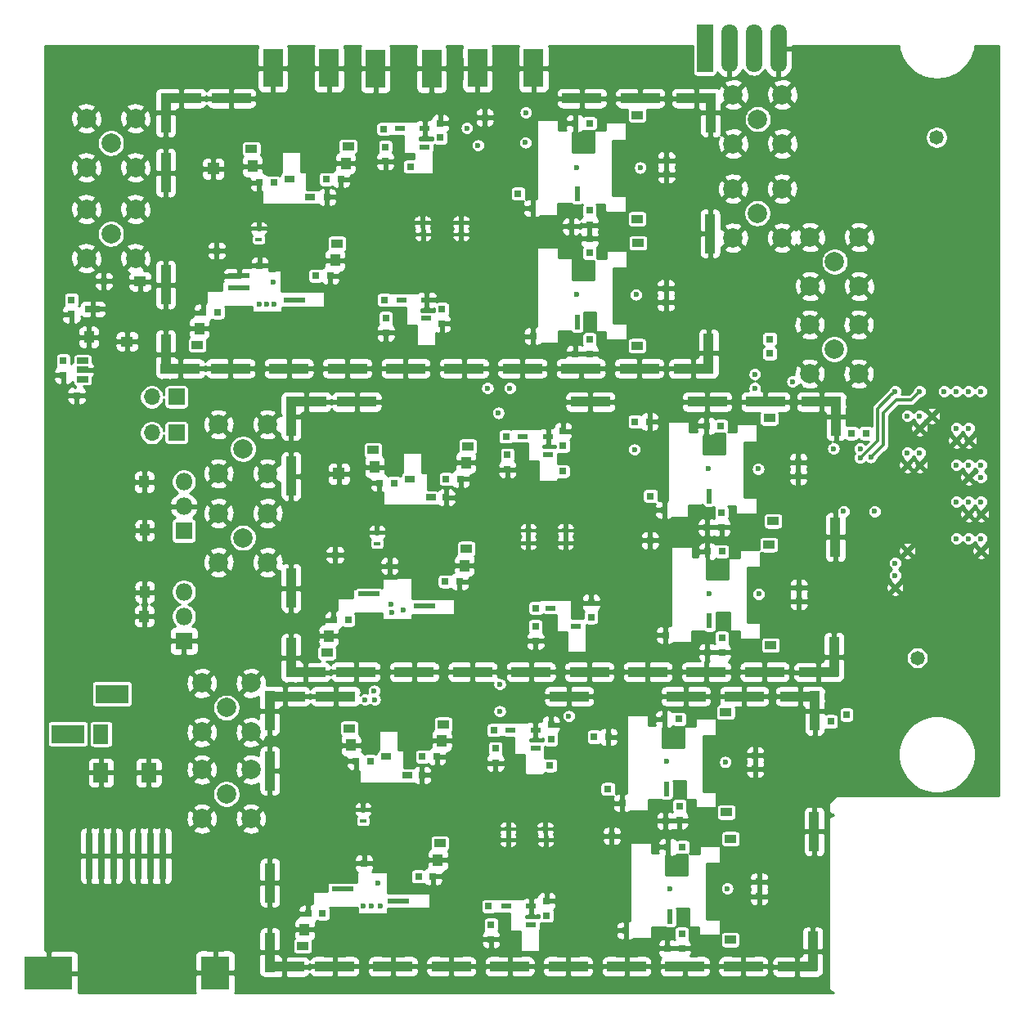
<source format=gbr>
G04 #@! TF.GenerationSoftware,KiCad,Pcbnew,(5.1.5-0-10_14)*
G04 #@! TF.CreationDate,2021-03-04T08:39:18-05:00*
G04 #@! TF.ProjectId,FEA,4645412e-6b69-4636-9164-5f7063625858,rev?*
G04 #@! TF.SameCoordinates,Original*
G04 #@! TF.FileFunction,Copper,L2,Inr*
G04 #@! TF.FilePolarity,Positive*
%FSLAX46Y46*%
G04 Gerber Fmt 4.6, Leading zero omitted, Abs format (unit mm)*
G04 Created by KiCad (PCBNEW (5.1.5-0-10_14)) date 2021-03-04 08:39:18*
%MOMM*%
%LPD*%
G04 APERTURE LIST*
%ADD10R,0.600000X1.550000*%
%ADD11R,1.060000X0.650000*%
%ADD12R,1.800000X1.800000*%
%ADD13O,1.800000X1.800000*%
%ADD14R,4.040000X1.000000*%
%ADD15R,1.000000X4.040000*%
%ADD16C,1.480000*%
%ADD17C,0.600000*%
%ADD18O,1.700000X1.700000*%
%ADD19R,1.700000X1.700000*%
%ADD20R,1.600000X2.000000*%
%ADD21C,2.000000*%
%ADD22R,2.000000X4.000000*%
%ADD23R,0.800000X0.800000*%
%ADD24R,0.750000X0.800000*%
%ADD25R,1.220000X0.650000*%
%ADD26R,1.700000X5.000000*%
%ADD27O,1.700000X5.000000*%
%ADD28R,0.800000X0.750000*%
%ADD29R,0.760000X4.750000*%
%ADD30R,3.000000X3.500000*%
%ADD31R,5.000000X3.500000*%
%ADD32R,1.250000X1.000000*%
%ADD33R,1.000000X1.250000*%
%ADD34R,1.560000X0.650000*%
%ADD35R,1.100000X0.600000*%
%ADD36R,3.390000X1.960000*%
%ADD37R,0.660000X0.400000*%
%ADD38R,1.200000X0.900000*%
%ADD39R,1.200000X1.200000*%
%ADD40R,2.200000X0.500000*%
%ADD41C,0.380000*%
%ADD42C,0.254000*%
G04 APERTURE END LIST*
D10*
X75715000Y-105950000D03*
D11*
X48100000Y-106300000D03*
X45900000Y-104400000D03*
D12*
X35000000Y-152250000D03*
D13*
X35000000Y-149710000D03*
X35000000Y-147170000D03*
X35000000Y-135770000D03*
X35000000Y-138310000D03*
D12*
X35000000Y-140850000D03*
D14*
X82140000Y-124045000D03*
X76095000Y-124045000D03*
X70050000Y-124045000D03*
X64005000Y-124045000D03*
X57960000Y-124045000D03*
X51915000Y-124045000D03*
X45870000Y-124045000D03*
X39825000Y-124045000D03*
X82240000Y-96075000D03*
X76195000Y-96075000D03*
D15*
X33125000Y-115375000D03*
X89475000Y-110075000D03*
D14*
X88025000Y-96075000D03*
D15*
X89525000Y-97575000D03*
D14*
X87725000Y-124075000D03*
D15*
X89325000Y-122475000D03*
X33125000Y-122575000D03*
D14*
X34625000Y-124075000D03*
X34725000Y-96075000D03*
D15*
X33125000Y-97575000D03*
X33125000Y-103775000D03*
D14*
X39925000Y-96075000D03*
D16*
X110925000Y-154025000D03*
X112925000Y-100125000D03*
D17*
X117515000Y-126425000D03*
X116245000Y-126425000D03*
X114975000Y-126425000D03*
X113705000Y-126425000D03*
X111165000Y-126425000D03*
X108625000Y-126425000D03*
X112435000Y-128965000D03*
X111165000Y-128965000D03*
X109895000Y-128965000D03*
X116245000Y-130235000D03*
X114975000Y-130235000D03*
X111165000Y-130235000D03*
X116245000Y-131505000D03*
X114975000Y-131505000D03*
X111165000Y-132775000D03*
X109895000Y-132775000D03*
X117515000Y-134045000D03*
X116245000Y-134045000D03*
X114975000Y-134045000D03*
X111165000Y-134045000D03*
X109895000Y-134045000D03*
X117515000Y-135315000D03*
X116245000Y-135315000D03*
X117515000Y-137855000D03*
X116245000Y-137855000D03*
X114975000Y-137855000D03*
X117515000Y-139125000D03*
X116245000Y-139125000D03*
X117515000Y-141665000D03*
X116245000Y-141665000D03*
X114975000Y-141665000D03*
X117515000Y-142935000D03*
X109895000Y-142935000D03*
X108625000Y-144205000D03*
X108625000Y-145475000D03*
X108625000Y-146745000D03*
D18*
X31680000Y-127000000D03*
D19*
X34220000Y-127000000D03*
X34220000Y-130700000D03*
D18*
X31680000Y-130700000D03*
D20*
X26425000Y-161900000D03*
X26425000Y-165900000D03*
D21*
X27450000Y-110100000D03*
X29990000Y-107560000D03*
X24910000Y-107560000D03*
X24910000Y-112640000D03*
X29990000Y-112640000D03*
X27450000Y-100700000D03*
X29990000Y-98160000D03*
X24910000Y-98160000D03*
X24910000Y-103240000D03*
X29990000Y-103240000D03*
D22*
X60640000Y-92980000D03*
X54840000Y-92980000D03*
X44225000Y-92950000D03*
X50025000Y-92950000D03*
D23*
X23370000Y-118450000D03*
D24*
X23370000Y-116950000D03*
D21*
X43670000Y-144120000D03*
X38590000Y-144120000D03*
X38590000Y-139040000D03*
X43670000Y-139040000D03*
X41130000Y-141580000D03*
X41130000Y-132380000D03*
X43670000Y-129840000D03*
X38590000Y-129840000D03*
X38590000Y-134920000D03*
X43670000Y-134920000D03*
X39395000Y-168125000D03*
X41935000Y-165585000D03*
X36855000Y-165585000D03*
X36855000Y-170665000D03*
X41935000Y-170665000D03*
X41935000Y-161715000D03*
X36855000Y-161715000D03*
X36855000Y-156635000D03*
X41935000Y-156635000D03*
X39395000Y-159175000D03*
X94410000Y-98230000D03*
X96950000Y-95690000D03*
X91870000Y-95690000D03*
X91870000Y-100770000D03*
X96950000Y-100770000D03*
X96930000Y-110510000D03*
X91850000Y-110510000D03*
X91850000Y-105430000D03*
X96930000Y-105430000D03*
X94390000Y-107970000D03*
X104910000Y-115540000D03*
X99830000Y-115540000D03*
X99830000Y-110460000D03*
X104910000Y-110460000D03*
X102370000Y-113000000D03*
X102320000Y-122050000D03*
X104860000Y-119510000D03*
X99780000Y-119510000D03*
X99780000Y-124590000D03*
X104860000Y-124590000D03*
D24*
X22525000Y-124745000D03*
X22525000Y-123245000D03*
D25*
X24515000Y-123250000D03*
X24515000Y-124200000D03*
X24515000Y-125150000D03*
D22*
X65400000Y-92950000D03*
X71200000Y-92950000D03*
D26*
X88920000Y-90900000D03*
D27*
X91460000Y-90900000D03*
X94000000Y-90900000D03*
X96540000Y-90900000D03*
D28*
X23900000Y-126850000D03*
D29*
X25195000Y-174525000D03*
X26465000Y-174525000D03*
X27735000Y-174525000D03*
X30275000Y-174525000D03*
X31545000Y-174525000D03*
X32815000Y-174525000D03*
D30*
X38245000Y-186625000D03*
D31*
X20995000Y-186675000D03*
D32*
X29120000Y-121250000D03*
X30470000Y-115050000D03*
D33*
X30900000Y-149700000D03*
X30950000Y-140800000D03*
X30950000Y-147200000D03*
X30900000Y-135800000D03*
D28*
X26720000Y-115000000D03*
D34*
X25570000Y-117900000D03*
D33*
X25170000Y-120800000D03*
D24*
X61700000Y-119400000D03*
X61700000Y-119400000D03*
X61700000Y-117900000D03*
X55900000Y-118850000D03*
X55900000Y-120350000D03*
X55900000Y-120350000D03*
X61550000Y-98650000D03*
X61550000Y-100150000D03*
X61550000Y-98650000D03*
X55850000Y-102600000D03*
X55850000Y-102600000D03*
X55850000Y-101100000D03*
D35*
X60100000Y-118850000D03*
X57500000Y-116950000D03*
X60100000Y-116950000D03*
X59950000Y-99200000D03*
X57350000Y-99200000D03*
X59950000Y-101100000D03*
D28*
X95650000Y-121000000D03*
X95650000Y-122500000D03*
D24*
X105600000Y-130750000D03*
X104100000Y-130750000D03*
X101950000Y-160600000D03*
X103600000Y-159900000D03*
D28*
X55750000Y-116950000D03*
X58450000Y-103150000D03*
X55700000Y-99250000D03*
D36*
X27550000Y-157750000D03*
X23000000Y-161900000D03*
D33*
X36600000Y-119900000D03*
X51750000Y-102800000D03*
D28*
X51250000Y-104450000D03*
X37000000Y-118250000D03*
X38500000Y-118250000D03*
X51250000Y-104450000D03*
X49750000Y-104450000D03*
X48650000Y-114450000D03*
X50150000Y-114450000D03*
X44300000Y-104800000D03*
X42800000Y-104800000D03*
X50150000Y-114450000D03*
X48650000Y-114450000D03*
X42800000Y-104800000D03*
D33*
X42100000Y-103100000D03*
X50650000Y-112850000D03*
D37*
X42750000Y-110700000D03*
X42750000Y-109550000D03*
D38*
X36400000Y-121600000D03*
X52000000Y-101050000D03*
X50850000Y-111100000D03*
X42000000Y-101300000D03*
D28*
X38400000Y-111850000D03*
D24*
X42850000Y-113400000D03*
D28*
X49800000Y-106300000D03*
D39*
X38050000Y-103380000D03*
D40*
X40725000Y-114450000D03*
X40725000Y-115720000D03*
X46475000Y-116990000D03*
D24*
X84950000Y-102500000D03*
X77000000Y-110600000D03*
X77000000Y-110600000D03*
X77000000Y-112100000D03*
X84900000Y-115750000D03*
X84950000Y-103950000D03*
X84900000Y-117200000D03*
X77000000Y-121050000D03*
X77000000Y-122550000D03*
X75500000Y-122550000D03*
D28*
X77000000Y-98650000D03*
X75500000Y-98650000D03*
D24*
X77000000Y-109200000D03*
X77000000Y-107700000D03*
X75100000Y-109350000D03*
D38*
X82000000Y-111050000D03*
X81900000Y-121700000D03*
X81950000Y-97800000D03*
X81900000Y-108550000D03*
D28*
X71150000Y-120700000D03*
D24*
X66150000Y-98050000D03*
D28*
X71100000Y-107450000D03*
X69600000Y-105950000D03*
D10*
X75715000Y-119250000D03*
D37*
X63700000Y-108950000D03*
X59700000Y-108950000D03*
X63700000Y-110150000D03*
X59750000Y-110150000D03*
D20*
X31350000Y-165900000D03*
D33*
X50000000Y-151750000D03*
X64200000Y-133800000D03*
D28*
X50500000Y-150100000D03*
X50500000Y-150100000D03*
X52000000Y-150100000D03*
X62150000Y-135500000D03*
X63650000Y-135500000D03*
X62050000Y-146100000D03*
X63550000Y-146100000D03*
X55250000Y-135900000D03*
X56750000Y-135900000D03*
D33*
X54750000Y-134250000D03*
X64050000Y-144450000D03*
D28*
X90600000Y-130000000D03*
X89100000Y-130000000D03*
D24*
X98600000Y-133750000D03*
D28*
X90700000Y-143000000D03*
X89200000Y-143000000D03*
D24*
X98650000Y-146750000D03*
X98600000Y-135200000D03*
X90650000Y-139000000D03*
X90650000Y-140500000D03*
X89150000Y-140500000D03*
X98650000Y-148150000D03*
X90700000Y-153450000D03*
X90700000Y-151950000D03*
X89200000Y-153450000D03*
X74250000Y-132050000D03*
X74250000Y-130550000D03*
X77150000Y-149800000D03*
X77150000Y-148300000D03*
X68500000Y-134500000D03*
X68500000Y-133000000D03*
X71400000Y-152250000D03*
X71400000Y-150750000D03*
D37*
X55000000Y-142200000D03*
X55000000Y-141000000D03*
X70650000Y-140800000D03*
X70650000Y-142100000D03*
X74500000Y-140800000D03*
X74500000Y-142100000D03*
D38*
X49800000Y-153500000D03*
X64400000Y-132100000D03*
X64250000Y-142700000D03*
X54550000Y-132500000D03*
X95600000Y-129200000D03*
X95550000Y-142300000D03*
X96000000Y-139850000D03*
X95750000Y-152700000D03*
D14*
X52900000Y-127500000D03*
D15*
X46100000Y-135200000D03*
X46100000Y-129000000D03*
D14*
X47700000Y-127500000D03*
X47600000Y-155500000D03*
D15*
X46100000Y-154000000D03*
X102300000Y-153900000D03*
D14*
X100700000Y-155500000D03*
D15*
X102500000Y-129000000D03*
D14*
X101000000Y-127500000D03*
D15*
X102450000Y-141500000D03*
X46100000Y-146800000D03*
D14*
X77080000Y-127500000D03*
X89170000Y-127500000D03*
X95215000Y-127500000D03*
X52800000Y-155470000D03*
X58845000Y-155470000D03*
X64890000Y-155470000D03*
X70935000Y-155470000D03*
X76980000Y-155470000D03*
X83025000Y-155470000D03*
X89070000Y-155470000D03*
X95115000Y-155470000D03*
D28*
X50650000Y-143350000D03*
D24*
X56300000Y-144500000D03*
D28*
X62150000Y-137400000D03*
D24*
X81700000Y-129550000D03*
X83200000Y-129550000D03*
X83250000Y-141850000D03*
D28*
X84750000Y-138700000D03*
X83300000Y-137250000D03*
X84850000Y-151650000D03*
X74200000Y-134700000D03*
X68350000Y-131100000D03*
X71450000Y-148850000D03*
D39*
X51050000Y-134960000D03*
D40*
X54175000Y-147370000D03*
X59925000Y-148640000D03*
D11*
X58400000Y-135500000D03*
X60600000Y-137400000D03*
D10*
X89365000Y-137250000D03*
X89415000Y-150200000D03*
D35*
X72700000Y-133000000D03*
X70100000Y-131100000D03*
X72700000Y-131100000D03*
X72950000Y-148850000D03*
X75550000Y-150750000D03*
D33*
X47500000Y-182150000D03*
X61700000Y-162600000D03*
D28*
X59700000Y-164250000D03*
X61200000Y-164250000D03*
X47850000Y-180500000D03*
X49350000Y-180500000D03*
X52800000Y-164700000D03*
X54300000Y-164700000D03*
X60800000Y-176650000D03*
X59300000Y-176650000D03*
D33*
X52300000Y-163050000D03*
X61300000Y-174950000D03*
D28*
X84750000Y-160350000D03*
X86250000Y-160350000D03*
D24*
X94150000Y-164100000D03*
D28*
X86600000Y-173600000D03*
X85100000Y-173600000D03*
D24*
X94550000Y-177200000D03*
X94150000Y-165500000D03*
X86300000Y-170850000D03*
X84850000Y-170900000D03*
X86300000Y-169350000D03*
X94550000Y-178700000D03*
X86550000Y-184100000D03*
X86550000Y-182600000D03*
X85050000Y-184100000D03*
X73000000Y-160950000D03*
X73000000Y-162450000D03*
X72550000Y-179200000D03*
X72550000Y-180700000D03*
X67250000Y-163400000D03*
X67250000Y-164900000D03*
X66800000Y-181650000D03*
X66800000Y-183150000D03*
D37*
X53550000Y-170900000D03*
X53550000Y-169700000D03*
X72400000Y-171700000D03*
X68550000Y-172850000D03*
X68550000Y-171700000D03*
X72450000Y-172850000D03*
D38*
X47300000Y-183850000D03*
X61850000Y-160900000D03*
X61500000Y-173200000D03*
X52100000Y-161300000D03*
X91100000Y-159650000D03*
X91600000Y-172750000D03*
X91150000Y-170000000D03*
X91550000Y-183200000D03*
D14*
X50700000Y-158000000D03*
D15*
X43900000Y-165700000D03*
X43900000Y-159500000D03*
D14*
X45500000Y-158000000D03*
X45400000Y-186000000D03*
D15*
X43900000Y-184500000D03*
X100100000Y-184400000D03*
D14*
X98500000Y-186000000D03*
D15*
X100300000Y-159500000D03*
D14*
X98800000Y-158000000D03*
D15*
X100250000Y-172000000D03*
X43900000Y-177300000D03*
D14*
X74880000Y-158000000D03*
X86970000Y-158000000D03*
X93015000Y-158000000D03*
X50600000Y-185970000D03*
X56645000Y-185970000D03*
X62690000Y-185970000D03*
X68735000Y-185970000D03*
X74780000Y-185970000D03*
X80825000Y-185970000D03*
X86870000Y-185970000D03*
X92915000Y-185970000D03*
D24*
X53650000Y-175300000D03*
D28*
X59650000Y-166150000D03*
D24*
X77450000Y-162200000D03*
X78950000Y-162200000D03*
X79300000Y-172450000D03*
D28*
X80400000Y-169050000D03*
X78900000Y-167600000D03*
X80750000Y-182250000D03*
X72900000Y-165150000D03*
X67100000Y-161500000D03*
X66550000Y-179750000D03*
D40*
X51475000Y-177970000D03*
X57225000Y-179240000D03*
D11*
X55900000Y-164250000D03*
X58100000Y-166150000D03*
D10*
X84965000Y-167600000D03*
X85315000Y-180800000D03*
D35*
X71400000Y-161500000D03*
X68800000Y-161500000D03*
X71400000Y-163400000D03*
X70950000Y-181650000D03*
X68350000Y-179750000D03*
X70950000Y-179750000D03*
D17*
X43600000Y-117400000D03*
X55100000Y-177350000D03*
X53550000Y-179750000D03*
X54400000Y-179700000D03*
X55300000Y-179700000D03*
X56550000Y-149350000D03*
X57700000Y-149100000D03*
X56400000Y-148500000D03*
X44250000Y-115150000D03*
X44300000Y-117400000D03*
X42850000Y-117400000D03*
X57050000Y-150400000D03*
X57900000Y-150400000D03*
X56300000Y-150400000D03*
X57750000Y-145450000D03*
X55150000Y-175800000D03*
X55300000Y-181300000D03*
X54400000Y-181300000D03*
X53500000Y-181300000D03*
X43600000Y-118700000D03*
X44300000Y-118700000D03*
X42850000Y-118700000D03*
X44250000Y-113400000D03*
X118750000Y-131550000D03*
X53750000Y-158350000D03*
X54750000Y-158350000D03*
X54700000Y-157440000D03*
X64300000Y-99150000D03*
X65450000Y-100950000D03*
X66430010Y-126090000D03*
X68750000Y-126090000D03*
X94100000Y-126090000D03*
X94100000Y-124650000D03*
X70350000Y-100650000D03*
X70400000Y-97550000D03*
X67550000Y-128650000D03*
X67700000Y-156750000D03*
X106500000Y-138850000D03*
X103300000Y-138850000D03*
X98000000Y-125400000D03*
X67700000Y-159550000D03*
X28650000Y-158200000D03*
X28700000Y-157250000D03*
X26300000Y-158200000D03*
X26350000Y-157250000D03*
X21900000Y-162350000D03*
X21900000Y-161350000D03*
X24100000Y-161900000D03*
X75700000Y-103250000D03*
X82250000Y-103250000D03*
X75700000Y-116400000D03*
X81800000Y-116400000D03*
X89400000Y-147400000D03*
X94500000Y-147400000D03*
X89300000Y-134450000D03*
X105000000Y-132350000D03*
X94450000Y-134450000D03*
X102250000Y-132350000D03*
X85300000Y-177950000D03*
X106123505Y-133223505D03*
X91250000Y-177900000D03*
X84950000Y-164750000D03*
X105000000Y-133300000D03*
X91050000Y-164800000D03*
X48650000Y-114450000D03*
X81650000Y-132450000D03*
X74850000Y-160050000D03*
D41*
X111165000Y-126425000D02*
X110284991Y-127305009D01*
X108744991Y-127305009D02*
X107380010Y-128669990D01*
X110284991Y-127305009D02*
X108744991Y-127305009D01*
X107380010Y-131967000D02*
X106123505Y-133223505D01*
X107380010Y-128669990D02*
X107380010Y-131967000D01*
X106800000Y-128200000D02*
X106800000Y-131571202D01*
X105071202Y-133300000D02*
X105000000Y-133300000D01*
X106800000Y-131571202D02*
X105071202Y-133300000D01*
X108325001Y-126724999D02*
X108275001Y-126724999D01*
X108275001Y-126724999D02*
X106800000Y-128200000D01*
X108625000Y-126425000D02*
X108325001Y-126724999D01*
D42*
G36*
X109022115Y-90880613D02*
G01*
X109031255Y-90925178D01*
X109039775Y-90969878D01*
X109041799Y-90976588D01*
X109243686Y-91629152D01*
X109261301Y-91671074D01*
X109278348Y-91713287D01*
X109281638Y-91719476D01*
X109606431Y-92320399D01*
X109631861Y-92358113D01*
X109656774Y-92396198D01*
X109661203Y-92401631D01*
X110096529Y-92928024D01*
X110128811Y-92960091D01*
X110160638Y-92992602D01*
X110166038Y-92997071D01*
X110695317Y-93428883D01*
X110733218Y-93454073D01*
X110770748Y-93479779D01*
X110776913Y-93483114D01*
X111379986Y-93803898D01*
X111422047Y-93821242D01*
X111463865Y-93839173D01*
X111470560Y-93841247D01*
X112124454Y-94038785D01*
X112169111Y-94047635D01*
X112213589Y-94057096D01*
X112220559Y-94057830D01*
X112900368Y-94124596D01*
X112945877Y-94124603D01*
X112991360Y-94125246D01*
X112998341Y-94124612D01*
X112998343Y-94124612D01*
X113678172Y-94058065D01*
X113722768Y-94049242D01*
X113767558Y-94041029D01*
X113774283Y-94039051D01*
X114428241Y-93841724D01*
X114470319Y-93824388D01*
X114512615Y-93807650D01*
X114518827Y-93804404D01*
X115122003Y-93483815D01*
X115159910Y-93458638D01*
X115198153Y-93434001D01*
X115203616Y-93429610D01*
X115733035Y-92997970D01*
X115765329Y-92965910D01*
X115798059Y-92934314D01*
X115802565Y-92928945D01*
X116238062Y-92402692D01*
X116263504Y-92364986D01*
X116289483Y-92327619D01*
X116292861Y-92321477D01*
X116617847Y-91720659D01*
X116635482Y-91678727D01*
X116653707Y-91637029D01*
X116655828Y-91630348D01*
X116857926Y-90977849D01*
X116867083Y-90933274D01*
X116876859Y-90888845D01*
X116877642Y-90881880D01*
X116901841Y-90652000D01*
X119348000Y-90652000D01*
X119348001Y-91375347D01*
X119348000Y-148053117D01*
X119343007Y-165475285D01*
X119343001Y-165475347D01*
X119343001Y-165495822D01*
X119342993Y-165524509D01*
X119343001Y-165524590D01*
X119343000Y-168248000D01*
X102794643Y-168248000D01*
X102770000Y-168245573D01*
X102745357Y-168248000D01*
X102745347Y-168248000D01*
X102671591Y-168255264D01*
X102576964Y-168283969D01*
X102536368Y-168305668D01*
X102489754Y-168330583D01*
X102432464Y-168377600D01*
X102432456Y-168377608D01*
X102413316Y-168393316D01*
X102397607Y-168412457D01*
X101932467Y-168877599D01*
X101913316Y-168893316D01*
X101850583Y-168969755D01*
X101803969Y-169056965D01*
X101775264Y-169151592D01*
X101768000Y-169225348D01*
X101768000Y-169225357D01*
X101765573Y-169250000D01*
X101768000Y-169274644D01*
X101768001Y-169750338D01*
X101765572Y-169775000D01*
X101775264Y-169873409D01*
X101803969Y-169968036D01*
X101850583Y-170055245D01*
X101913316Y-170131684D01*
X101989755Y-170194417D01*
X102076964Y-170241031D01*
X102171591Y-170269736D01*
X102225040Y-170275000D01*
X102171591Y-170280264D01*
X102076964Y-170308969D01*
X101989755Y-170355583D01*
X101913316Y-170418316D01*
X101850583Y-170494755D01*
X101803969Y-170581964D01*
X101775264Y-170676591D01*
X101765572Y-170775000D01*
X101768001Y-170799663D01*
X101768000Y-188125347D01*
X101765572Y-188150000D01*
X101775264Y-188248409D01*
X101803969Y-188343036D01*
X101821054Y-188375000D01*
X101850583Y-188430245D01*
X101913316Y-188506684D01*
X101989755Y-188569417D01*
X102076964Y-188616031D01*
X102171591Y-188644736D01*
X102204938Y-188648020D01*
X40309014Y-188666863D01*
X40334502Y-188619180D01*
X40370812Y-188499482D01*
X40383072Y-188375000D01*
X40380000Y-186910750D01*
X40221250Y-186752000D01*
X38372000Y-186752000D01*
X38372000Y-186772000D01*
X38118000Y-186772000D01*
X38118000Y-186752000D01*
X36268750Y-186752000D01*
X36110000Y-186910750D01*
X36106928Y-188375000D01*
X36119188Y-188499482D01*
X36155498Y-188619180D01*
X36181657Y-188668120D01*
X24083100Y-188671803D01*
X24084502Y-188669180D01*
X24120812Y-188549482D01*
X24133072Y-188425000D01*
X24130000Y-186960750D01*
X23971250Y-186802000D01*
X21122000Y-186802000D01*
X21122000Y-186822000D01*
X20868000Y-186822000D01*
X20868000Y-186802000D01*
X20848000Y-186802000D01*
X20848000Y-186548000D01*
X20868000Y-186548000D01*
X20868000Y-184448750D01*
X21122000Y-184448750D01*
X21122000Y-186548000D01*
X23971250Y-186548000D01*
X24130000Y-186389250D01*
X24133072Y-184925000D01*
X24128148Y-184875000D01*
X36106928Y-184875000D01*
X36110000Y-186339250D01*
X36268750Y-186498000D01*
X38118000Y-186498000D01*
X38118000Y-184398750D01*
X38372000Y-184398750D01*
X38372000Y-186498000D01*
X40221250Y-186498000D01*
X40380000Y-186339250D01*
X40381760Y-185500000D01*
X42741928Y-185500000D01*
X42745000Y-185714250D01*
X42763323Y-185732573D01*
X42762374Y-186268376D01*
X42745000Y-186285750D01*
X42741928Y-186500000D01*
X42754188Y-186624482D01*
X42790498Y-186744180D01*
X42849463Y-186854494D01*
X42928815Y-186951185D01*
X42939800Y-186960200D01*
X42948815Y-186971185D01*
X43045506Y-187050537D01*
X43155820Y-187109502D01*
X43275518Y-187145812D01*
X43400000Y-187158072D01*
X43614250Y-187155000D01*
X43631624Y-187137626D01*
X44167427Y-187136677D01*
X44185750Y-187155000D01*
X44400000Y-187158072D01*
X44524482Y-187145812D01*
X44556870Y-187135987D01*
X45114250Y-187135000D01*
X45273000Y-186976250D01*
X45273000Y-186127000D01*
X45527000Y-186127000D01*
X45527000Y-186976250D01*
X45685750Y-187135000D01*
X47420000Y-187138072D01*
X47544482Y-187125812D01*
X47664180Y-187089502D01*
X47774494Y-187030537D01*
X47871185Y-186951185D01*
X47950537Y-186854494D01*
X48008018Y-186746957D01*
X48049463Y-186824494D01*
X48128815Y-186921185D01*
X48225506Y-187000537D01*
X48335820Y-187059502D01*
X48455518Y-187095812D01*
X48580000Y-187108072D01*
X50314250Y-187105000D01*
X50473000Y-186946250D01*
X50473000Y-186097000D01*
X50727000Y-186097000D01*
X50727000Y-186946250D01*
X50885750Y-187105000D01*
X52620000Y-187108072D01*
X52744482Y-187095812D01*
X52864180Y-187059502D01*
X52974494Y-187000537D01*
X53071185Y-186921185D01*
X53150537Y-186824494D01*
X53209502Y-186714180D01*
X53245812Y-186594482D01*
X53258072Y-186470000D01*
X53986928Y-186470000D01*
X53999188Y-186594482D01*
X54035498Y-186714180D01*
X54094463Y-186824494D01*
X54173815Y-186921185D01*
X54270506Y-187000537D01*
X54380820Y-187059502D01*
X54500518Y-187095812D01*
X54625000Y-187108072D01*
X56359250Y-187105000D01*
X56518000Y-186946250D01*
X56518000Y-186097000D01*
X56772000Y-186097000D01*
X56772000Y-186946250D01*
X56930750Y-187105000D01*
X58665000Y-187108072D01*
X58789482Y-187095812D01*
X58909180Y-187059502D01*
X59019494Y-187000537D01*
X59116185Y-186921185D01*
X59195537Y-186824494D01*
X59254502Y-186714180D01*
X59290812Y-186594482D01*
X59303072Y-186470000D01*
X60031928Y-186470000D01*
X60044188Y-186594482D01*
X60080498Y-186714180D01*
X60139463Y-186824494D01*
X60218815Y-186921185D01*
X60315506Y-187000537D01*
X60425820Y-187059502D01*
X60545518Y-187095812D01*
X60670000Y-187108072D01*
X62404250Y-187105000D01*
X62563000Y-186946250D01*
X62563000Y-186097000D01*
X62817000Y-186097000D01*
X62817000Y-186946250D01*
X62975750Y-187105000D01*
X64710000Y-187108072D01*
X64834482Y-187095812D01*
X64954180Y-187059502D01*
X65064494Y-187000537D01*
X65161185Y-186921185D01*
X65240537Y-186824494D01*
X65299502Y-186714180D01*
X65335812Y-186594482D01*
X65348072Y-186470000D01*
X66076928Y-186470000D01*
X66089188Y-186594482D01*
X66125498Y-186714180D01*
X66184463Y-186824494D01*
X66263815Y-186921185D01*
X66360506Y-187000537D01*
X66470820Y-187059502D01*
X66590518Y-187095812D01*
X66715000Y-187108072D01*
X68449250Y-187105000D01*
X68608000Y-186946250D01*
X68608000Y-186097000D01*
X68862000Y-186097000D01*
X68862000Y-186946250D01*
X69020750Y-187105000D01*
X70755000Y-187108072D01*
X70879482Y-187095812D01*
X70999180Y-187059502D01*
X71109494Y-187000537D01*
X71206185Y-186921185D01*
X71285537Y-186824494D01*
X71344502Y-186714180D01*
X71380812Y-186594482D01*
X71393072Y-186470000D01*
X72121928Y-186470000D01*
X72134188Y-186594482D01*
X72170498Y-186714180D01*
X72229463Y-186824494D01*
X72308815Y-186921185D01*
X72405506Y-187000537D01*
X72515820Y-187059502D01*
X72635518Y-187095812D01*
X72760000Y-187108072D01*
X74494250Y-187105000D01*
X74653000Y-186946250D01*
X74653000Y-186097000D01*
X74907000Y-186097000D01*
X74907000Y-186946250D01*
X75065750Y-187105000D01*
X76800000Y-187108072D01*
X76924482Y-187095812D01*
X77044180Y-187059502D01*
X77154494Y-187000537D01*
X77251185Y-186921185D01*
X77330537Y-186824494D01*
X77389502Y-186714180D01*
X77425812Y-186594482D01*
X77438072Y-186470000D01*
X78166928Y-186470000D01*
X78179188Y-186594482D01*
X78215498Y-186714180D01*
X78274463Y-186824494D01*
X78353815Y-186921185D01*
X78450506Y-187000537D01*
X78560820Y-187059502D01*
X78680518Y-187095812D01*
X78805000Y-187108072D01*
X80539250Y-187105000D01*
X80698000Y-186946250D01*
X80698000Y-186097000D01*
X80952000Y-186097000D01*
X80952000Y-186946250D01*
X81110750Y-187105000D01*
X82845000Y-187108072D01*
X82969482Y-187095812D01*
X83089180Y-187059502D01*
X83199494Y-187000537D01*
X83296185Y-186921185D01*
X83375537Y-186824494D01*
X83434502Y-186714180D01*
X83470812Y-186594482D01*
X83483072Y-186470000D01*
X84211928Y-186470000D01*
X84224188Y-186594482D01*
X84260498Y-186714180D01*
X84319463Y-186824494D01*
X84398815Y-186921185D01*
X84495506Y-187000537D01*
X84605820Y-187059502D01*
X84725518Y-187095812D01*
X84850000Y-187108072D01*
X86584250Y-187105000D01*
X86743000Y-186946250D01*
X86743000Y-186097000D01*
X86997000Y-186097000D01*
X86997000Y-186946250D01*
X87155750Y-187105000D01*
X88890000Y-187108072D01*
X89014482Y-187095812D01*
X89134180Y-187059502D01*
X89244494Y-187000537D01*
X89341185Y-186921185D01*
X89420537Y-186824494D01*
X89479502Y-186714180D01*
X89515812Y-186594482D01*
X89528072Y-186470000D01*
X90256928Y-186470000D01*
X90269188Y-186594482D01*
X90305498Y-186714180D01*
X90364463Y-186824494D01*
X90443815Y-186921185D01*
X90540506Y-187000537D01*
X90650820Y-187059502D01*
X90770518Y-187095812D01*
X90895000Y-187108072D01*
X92629250Y-187105000D01*
X92788000Y-186946250D01*
X92788000Y-186097000D01*
X93042000Y-186097000D01*
X93042000Y-186946250D01*
X93200750Y-187105000D01*
X94935000Y-187108072D01*
X95059482Y-187095812D01*
X95179180Y-187059502D01*
X95289494Y-187000537D01*
X95386185Y-186921185D01*
X95465537Y-186824494D01*
X95524502Y-186714180D01*
X95560812Y-186594482D01*
X95570117Y-186500000D01*
X95841928Y-186500000D01*
X95854188Y-186624482D01*
X95890498Y-186744180D01*
X95949463Y-186854494D01*
X96028815Y-186951185D01*
X96125506Y-187030537D01*
X96235820Y-187089502D01*
X96355518Y-187125812D01*
X96480000Y-187138072D01*
X98214250Y-187135000D01*
X98373000Y-186976250D01*
X98373000Y-186127000D01*
X96003750Y-186127000D01*
X95845000Y-186285750D01*
X95841928Y-186500000D01*
X95570117Y-186500000D01*
X95573072Y-186470000D01*
X95570000Y-186255750D01*
X95411250Y-186097000D01*
X93042000Y-186097000D01*
X92788000Y-186097000D01*
X90418750Y-186097000D01*
X90260000Y-186255750D01*
X90256928Y-186470000D01*
X89528072Y-186470000D01*
X89525000Y-186255750D01*
X89366250Y-186097000D01*
X86997000Y-186097000D01*
X86743000Y-186097000D01*
X84373750Y-186097000D01*
X84215000Y-186255750D01*
X84211928Y-186470000D01*
X83483072Y-186470000D01*
X83480000Y-186255750D01*
X83321250Y-186097000D01*
X80952000Y-186097000D01*
X80698000Y-186097000D01*
X78328750Y-186097000D01*
X78170000Y-186255750D01*
X78166928Y-186470000D01*
X77438072Y-186470000D01*
X77435000Y-186255750D01*
X77276250Y-186097000D01*
X74907000Y-186097000D01*
X74653000Y-186097000D01*
X72283750Y-186097000D01*
X72125000Y-186255750D01*
X72121928Y-186470000D01*
X71393072Y-186470000D01*
X71390000Y-186255750D01*
X71231250Y-186097000D01*
X68862000Y-186097000D01*
X68608000Y-186097000D01*
X66238750Y-186097000D01*
X66080000Y-186255750D01*
X66076928Y-186470000D01*
X65348072Y-186470000D01*
X65345000Y-186255750D01*
X65186250Y-186097000D01*
X62817000Y-186097000D01*
X62563000Y-186097000D01*
X60193750Y-186097000D01*
X60035000Y-186255750D01*
X60031928Y-186470000D01*
X59303072Y-186470000D01*
X59300000Y-186255750D01*
X59141250Y-186097000D01*
X56772000Y-186097000D01*
X56518000Y-186097000D01*
X54148750Y-186097000D01*
X53990000Y-186255750D01*
X53986928Y-186470000D01*
X53258072Y-186470000D01*
X53255000Y-186255750D01*
X53096250Y-186097000D01*
X50727000Y-186097000D01*
X50473000Y-186097000D01*
X48103750Y-186097000D01*
X47985000Y-186215750D01*
X47896250Y-186127000D01*
X45527000Y-186127000D01*
X45273000Y-186127000D01*
X45037376Y-186127000D01*
X45036926Y-185873000D01*
X45273000Y-185873000D01*
X45273000Y-185023750D01*
X45527000Y-185023750D01*
X45527000Y-185873000D01*
X47896250Y-185873000D01*
X48015000Y-185754250D01*
X48103750Y-185843000D01*
X50473000Y-185843000D01*
X50473000Y-184993750D01*
X50727000Y-184993750D01*
X50727000Y-185843000D01*
X53096250Y-185843000D01*
X53255000Y-185684250D01*
X53258072Y-185470000D01*
X53986928Y-185470000D01*
X53990000Y-185684250D01*
X54148750Y-185843000D01*
X56518000Y-185843000D01*
X56518000Y-184993750D01*
X56772000Y-184993750D01*
X56772000Y-185843000D01*
X59141250Y-185843000D01*
X59300000Y-185684250D01*
X59303072Y-185470000D01*
X60031928Y-185470000D01*
X60035000Y-185684250D01*
X60193750Y-185843000D01*
X62563000Y-185843000D01*
X62563000Y-184993750D01*
X62817000Y-184993750D01*
X62817000Y-185843000D01*
X65186250Y-185843000D01*
X65345000Y-185684250D01*
X65348072Y-185470000D01*
X66076928Y-185470000D01*
X66080000Y-185684250D01*
X66238750Y-185843000D01*
X68608000Y-185843000D01*
X68608000Y-184993750D01*
X68862000Y-184993750D01*
X68862000Y-185843000D01*
X71231250Y-185843000D01*
X71390000Y-185684250D01*
X71393072Y-185470000D01*
X72121928Y-185470000D01*
X72125000Y-185684250D01*
X72283750Y-185843000D01*
X74653000Y-185843000D01*
X74653000Y-184993750D01*
X74907000Y-184993750D01*
X74907000Y-185843000D01*
X77276250Y-185843000D01*
X77435000Y-185684250D01*
X77438072Y-185470000D01*
X78166928Y-185470000D01*
X78170000Y-185684250D01*
X78328750Y-185843000D01*
X80698000Y-185843000D01*
X80698000Y-184993750D01*
X80952000Y-184993750D01*
X80952000Y-185843000D01*
X83321250Y-185843000D01*
X83480000Y-185684250D01*
X83483072Y-185470000D01*
X83470812Y-185345518D01*
X83434502Y-185225820D01*
X83375537Y-185115506D01*
X83296185Y-185018815D01*
X83199494Y-184939463D01*
X83089180Y-184880498D01*
X82969482Y-184844188D01*
X82845000Y-184831928D01*
X81110750Y-184835000D01*
X80952000Y-184993750D01*
X80698000Y-184993750D01*
X80539250Y-184835000D01*
X78805000Y-184831928D01*
X78680518Y-184844188D01*
X78560820Y-184880498D01*
X78450506Y-184939463D01*
X78353815Y-185018815D01*
X78274463Y-185115506D01*
X78215498Y-185225820D01*
X78179188Y-185345518D01*
X78166928Y-185470000D01*
X77438072Y-185470000D01*
X77425812Y-185345518D01*
X77389502Y-185225820D01*
X77330537Y-185115506D01*
X77251185Y-185018815D01*
X77154494Y-184939463D01*
X77044180Y-184880498D01*
X76924482Y-184844188D01*
X76800000Y-184831928D01*
X75065750Y-184835000D01*
X74907000Y-184993750D01*
X74653000Y-184993750D01*
X74494250Y-184835000D01*
X72760000Y-184831928D01*
X72635518Y-184844188D01*
X72515820Y-184880498D01*
X72405506Y-184939463D01*
X72308815Y-185018815D01*
X72229463Y-185115506D01*
X72170498Y-185225820D01*
X72134188Y-185345518D01*
X72121928Y-185470000D01*
X71393072Y-185470000D01*
X71380812Y-185345518D01*
X71344502Y-185225820D01*
X71285537Y-185115506D01*
X71206185Y-185018815D01*
X71109494Y-184939463D01*
X70999180Y-184880498D01*
X70879482Y-184844188D01*
X70755000Y-184831928D01*
X69020750Y-184835000D01*
X68862000Y-184993750D01*
X68608000Y-184993750D01*
X68449250Y-184835000D01*
X66715000Y-184831928D01*
X66590518Y-184844188D01*
X66470820Y-184880498D01*
X66360506Y-184939463D01*
X66263815Y-185018815D01*
X66184463Y-185115506D01*
X66125498Y-185225820D01*
X66089188Y-185345518D01*
X66076928Y-185470000D01*
X65348072Y-185470000D01*
X65335812Y-185345518D01*
X65299502Y-185225820D01*
X65240537Y-185115506D01*
X65161185Y-185018815D01*
X65064494Y-184939463D01*
X64954180Y-184880498D01*
X64834482Y-184844188D01*
X64710000Y-184831928D01*
X62975750Y-184835000D01*
X62817000Y-184993750D01*
X62563000Y-184993750D01*
X62404250Y-184835000D01*
X60670000Y-184831928D01*
X60545518Y-184844188D01*
X60425820Y-184880498D01*
X60315506Y-184939463D01*
X60218815Y-185018815D01*
X60139463Y-185115506D01*
X60080498Y-185225820D01*
X60044188Y-185345518D01*
X60031928Y-185470000D01*
X59303072Y-185470000D01*
X59290812Y-185345518D01*
X59254502Y-185225820D01*
X59195537Y-185115506D01*
X59116185Y-185018815D01*
X59019494Y-184939463D01*
X58909180Y-184880498D01*
X58789482Y-184844188D01*
X58665000Y-184831928D01*
X56930750Y-184835000D01*
X56772000Y-184993750D01*
X56518000Y-184993750D01*
X56359250Y-184835000D01*
X54625000Y-184831928D01*
X54500518Y-184844188D01*
X54380820Y-184880498D01*
X54270506Y-184939463D01*
X54173815Y-185018815D01*
X54094463Y-185115506D01*
X54035498Y-185225820D01*
X53999188Y-185345518D01*
X53986928Y-185470000D01*
X53258072Y-185470000D01*
X53245812Y-185345518D01*
X53209502Y-185225820D01*
X53150537Y-185115506D01*
X53071185Y-185018815D01*
X52974494Y-184939463D01*
X52864180Y-184880498D01*
X52744482Y-184844188D01*
X52620000Y-184831928D01*
X50885750Y-184835000D01*
X50727000Y-184993750D01*
X50473000Y-184993750D01*
X50314250Y-184835000D01*
X48580000Y-184831928D01*
X48455518Y-184844188D01*
X48335820Y-184880498D01*
X48225506Y-184939463D01*
X48128815Y-185018815D01*
X48049463Y-185115506D01*
X47991982Y-185223043D01*
X47950537Y-185145506D01*
X47871185Y-185048815D01*
X47774494Y-184969463D01*
X47664180Y-184910498D01*
X47544482Y-184874188D01*
X47420000Y-184861928D01*
X45685750Y-184865000D01*
X45527000Y-185023750D01*
X45273000Y-185023750D01*
X45114250Y-184865000D01*
X45035140Y-184864860D01*
X45035000Y-184785750D01*
X44876250Y-184627000D01*
X44027000Y-184627000D01*
X44027000Y-184863074D01*
X43773000Y-184862624D01*
X43773000Y-184627000D01*
X42923750Y-184627000D01*
X42765000Y-184785750D01*
X42764013Y-185343130D01*
X42754188Y-185375518D01*
X42741928Y-185500000D01*
X40381760Y-185500000D01*
X40383072Y-184875000D01*
X40370812Y-184750518D01*
X40334502Y-184630820D01*
X40275537Y-184520506D01*
X40196185Y-184423815D01*
X40099494Y-184344463D01*
X39989180Y-184285498D01*
X39869482Y-184249188D01*
X39745000Y-184236928D01*
X38530750Y-184240000D01*
X38372000Y-184398750D01*
X38118000Y-184398750D01*
X37959250Y-184240000D01*
X36745000Y-184236928D01*
X36620518Y-184249188D01*
X36500820Y-184285498D01*
X36390506Y-184344463D01*
X36293815Y-184423815D01*
X36214463Y-184520506D01*
X36155498Y-184630820D01*
X36119188Y-184750518D01*
X36106928Y-184875000D01*
X24128148Y-184875000D01*
X24120812Y-184800518D01*
X24084502Y-184680820D01*
X24025537Y-184570506D01*
X23946185Y-184473815D01*
X23849494Y-184394463D01*
X23739180Y-184335498D01*
X23619482Y-184299188D01*
X23495000Y-184286928D01*
X21280750Y-184290000D01*
X21122000Y-184448750D01*
X20868000Y-184448750D01*
X20709250Y-184290000D01*
X20652000Y-184289921D01*
X20652000Y-182480000D01*
X42761928Y-182480000D01*
X42765000Y-184214250D01*
X42923750Y-184373000D01*
X43773000Y-184373000D01*
X43773000Y-182003750D01*
X44027000Y-182003750D01*
X44027000Y-184373000D01*
X44876250Y-184373000D01*
X45035000Y-184214250D01*
X45036442Y-183400000D01*
X46270934Y-183400000D01*
X46270934Y-184300000D01*
X46279178Y-184383707D01*
X46303595Y-184464196D01*
X46343245Y-184538376D01*
X46396605Y-184603395D01*
X46461624Y-184656755D01*
X46535804Y-184696405D01*
X46616293Y-184720822D01*
X46700000Y-184729066D01*
X47900000Y-184729066D01*
X47983707Y-184720822D01*
X48064196Y-184696405D01*
X48138376Y-184656755D01*
X48203395Y-184603395D01*
X48256755Y-184538376D01*
X48277267Y-184500000D01*
X84036928Y-184500000D01*
X84049188Y-184624482D01*
X84085498Y-184744180D01*
X84144463Y-184854494D01*
X84223815Y-184951185D01*
X84320506Y-185030537D01*
X84368251Y-185056058D01*
X84319463Y-185115506D01*
X84260498Y-185225820D01*
X84224188Y-185345518D01*
X84211928Y-185470000D01*
X84215000Y-185684250D01*
X84373750Y-185843000D01*
X86743000Y-185843000D01*
X86743000Y-185823000D01*
X86997000Y-185823000D01*
X86997000Y-185843000D01*
X89366250Y-185843000D01*
X89525000Y-185684250D01*
X89528072Y-185470000D01*
X90256928Y-185470000D01*
X90260000Y-185684250D01*
X90418750Y-185843000D01*
X92788000Y-185843000D01*
X92788000Y-184993750D01*
X93042000Y-184993750D01*
X93042000Y-185843000D01*
X95411250Y-185843000D01*
X95570000Y-185684250D01*
X95572641Y-185500000D01*
X95841928Y-185500000D01*
X95845000Y-185714250D01*
X96003750Y-185873000D01*
X98373000Y-185873000D01*
X98373000Y-185023750D01*
X98627000Y-185023750D01*
X98627000Y-185873000D01*
X98647000Y-185873000D01*
X98647000Y-186127000D01*
X98627000Y-186127000D01*
X98627000Y-186976250D01*
X98785750Y-187135000D01*
X100520000Y-187138072D01*
X100644482Y-187125812D01*
X100764180Y-187089502D01*
X100874494Y-187030537D01*
X100971185Y-186951185D01*
X101007245Y-186907245D01*
X101051185Y-186871185D01*
X101130537Y-186774494D01*
X101189502Y-186664180D01*
X101225812Y-186544482D01*
X101238072Y-186420000D01*
X101235000Y-184685750D01*
X101076250Y-184527000D01*
X100227000Y-184527000D01*
X100227000Y-184547000D01*
X99973000Y-184547000D01*
X99973000Y-184527000D01*
X99123750Y-184527000D01*
X98965000Y-184685750D01*
X98964683Y-184864683D01*
X98785750Y-184865000D01*
X98627000Y-185023750D01*
X98373000Y-185023750D01*
X98214250Y-184865000D01*
X96480000Y-184861928D01*
X96355518Y-184874188D01*
X96235820Y-184910498D01*
X96125506Y-184969463D01*
X96028815Y-185048815D01*
X95949463Y-185145506D01*
X95890498Y-185255820D01*
X95854188Y-185375518D01*
X95841928Y-185500000D01*
X95572641Y-185500000D01*
X95573072Y-185470000D01*
X95560812Y-185345518D01*
X95524502Y-185225820D01*
X95465537Y-185115506D01*
X95386185Y-185018815D01*
X95289494Y-184939463D01*
X95179180Y-184880498D01*
X95059482Y-184844188D01*
X94935000Y-184831928D01*
X93200750Y-184835000D01*
X93042000Y-184993750D01*
X92788000Y-184993750D01*
X92629250Y-184835000D01*
X90895000Y-184831928D01*
X90770518Y-184844188D01*
X90650820Y-184880498D01*
X90540506Y-184939463D01*
X90443815Y-185018815D01*
X90364463Y-185115506D01*
X90305498Y-185225820D01*
X90269188Y-185345518D01*
X90256928Y-185470000D01*
X89528072Y-185470000D01*
X89515812Y-185345518D01*
X89479502Y-185225820D01*
X89420537Y-185115506D01*
X89341185Y-185018815D01*
X89244494Y-184939463D01*
X89134180Y-184880498D01*
X89014482Y-184844188D01*
X88890000Y-184831928D01*
X87466251Y-184834450D01*
X87514502Y-184744180D01*
X87550812Y-184624482D01*
X87563072Y-184500000D01*
X87560000Y-184385750D01*
X87401250Y-184227000D01*
X86677000Y-184227000D01*
X86677000Y-184247000D01*
X86423000Y-184247000D01*
X86423000Y-184227000D01*
X85177000Y-184227000D01*
X85177000Y-184247000D01*
X84923000Y-184247000D01*
X84923000Y-184227000D01*
X84198750Y-184227000D01*
X84040000Y-184385750D01*
X84036928Y-184500000D01*
X48277267Y-184500000D01*
X48296405Y-184464196D01*
X48320822Y-184383707D01*
X48329066Y-184300000D01*
X48329066Y-183550000D01*
X65786928Y-183550000D01*
X65799188Y-183674482D01*
X65835498Y-183794180D01*
X65894463Y-183904494D01*
X65973815Y-184001185D01*
X66070506Y-184080537D01*
X66180820Y-184139502D01*
X66300518Y-184175812D01*
X66425000Y-184188072D01*
X66514250Y-184185000D01*
X66673000Y-184026250D01*
X66673000Y-183277000D01*
X66927000Y-183277000D01*
X66927000Y-184026250D01*
X67085750Y-184185000D01*
X67175000Y-184188072D01*
X67299482Y-184175812D01*
X67419180Y-184139502D01*
X67529494Y-184080537D01*
X67626185Y-184001185D01*
X67705537Y-183904494D01*
X67764502Y-183794180D01*
X67800812Y-183674482D01*
X67813072Y-183550000D01*
X67810000Y-183435750D01*
X67651250Y-183277000D01*
X66927000Y-183277000D01*
X66673000Y-183277000D01*
X65948750Y-183277000D01*
X65790000Y-183435750D01*
X65786928Y-183550000D01*
X48329066Y-183550000D01*
X48329066Y-183400000D01*
X48321500Y-183323173D01*
X48354494Y-183305537D01*
X48451185Y-183226185D01*
X48530537Y-183129494D01*
X48589502Y-183019180D01*
X48625812Y-182899482D01*
X48638072Y-182775000D01*
X48637846Y-182750000D01*
X65786928Y-182750000D01*
X65790000Y-182864250D01*
X65948750Y-183023000D01*
X66673000Y-183023000D01*
X66673000Y-183003000D01*
X66927000Y-183003000D01*
X66927000Y-183023000D01*
X67651250Y-183023000D01*
X67810000Y-182864250D01*
X67813072Y-182750000D01*
X67800812Y-182625518D01*
X67764502Y-182505820D01*
X67705537Y-182395506D01*
X67626185Y-182298815D01*
X67556669Y-182241765D01*
X67571405Y-182214196D01*
X67595822Y-182133707D01*
X67604066Y-182050000D01*
X67604066Y-181250000D01*
X67595822Y-181166293D01*
X67571405Y-181085804D01*
X67531755Y-181011624D01*
X67478395Y-180946605D01*
X67413376Y-180893245D01*
X67339196Y-180853595D01*
X67258707Y-180829178D01*
X67175000Y-180820934D01*
X66425000Y-180820934D01*
X66341293Y-180829178D01*
X66260804Y-180853595D01*
X66186624Y-180893245D01*
X66121605Y-180946605D01*
X66068245Y-181011624D01*
X66028595Y-181085804D01*
X66004178Y-181166293D01*
X65995934Y-181250000D01*
X65995934Y-182050000D01*
X66004178Y-182133707D01*
X66028595Y-182214196D01*
X66043331Y-182241765D01*
X65973815Y-182298815D01*
X65894463Y-182395506D01*
X65835498Y-182505820D01*
X65799188Y-182625518D01*
X65786928Y-182750000D01*
X48637846Y-182750000D01*
X48635000Y-182435750D01*
X48476250Y-182277000D01*
X47627000Y-182277000D01*
X47627000Y-182297000D01*
X47373000Y-182297000D01*
X47373000Y-182277000D01*
X46523750Y-182277000D01*
X46365000Y-182435750D01*
X46361928Y-182775000D01*
X46374188Y-182899482D01*
X46410498Y-183019180D01*
X46435028Y-183065072D01*
X46396605Y-183096605D01*
X46343245Y-183161624D01*
X46303595Y-183235804D01*
X46279178Y-183316293D01*
X46270934Y-183400000D01*
X45036442Y-183400000D01*
X45038072Y-182480000D01*
X45025812Y-182355518D01*
X44989502Y-182235820D01*
X44930537Y-182125506D01*
X44851185Y-182028815D01*
X44754494Y-181949463D01*
X44644180Y-181890498D01*
X44524482Y-181854188D01*
X44400000Y-181841928D01*
X44185750Y-181845000D01*
X44027000Y-182003750D01*
X43773000Y-182003750D01*
X43614250Y-181845000D01*
X43400000Y-181841928D01*
X43275518Y-181854188D01*
X43155820Y-181890498D01*
X43045506Y-181949463D01*
X42948815Y-182028815D01*
X42869463Y-182125506D01*
X42810498Y-182235820D01*
X42774188Y-182355518D01*
X42761928Y-182480000D01*
X20652000Y-182480000D01*
X20652000Y-181525000D01*
X46361928Y-181525000D01*
X46365000Y-181864250D01*
X46523750Y-182023000D01*
X47373000Y-182023000D01*
X47373000Y-182003000D01*
X47627000Y-182003000D01*
X47627000Y-182023000D01*
X48476250Y-182023000D01*
X48635000Y-181864250D01*
X48638072Y-181525000D01*
X48625812Y-181400518D01*
X48622782Y-181390529D01*
X48701185Y-181326185D01*
X48758235Y-181256669D01*
X48785804Y-181271405D01*
X48866293Y-181295822D01*
X48950000Y-181304066D01*
X49750000Y-181304066D01*
X49833707Y-181295822D01*
X49914196Y-181271405D01*
X49988376Y-181231755D01*
X50053395Y-181178395D01*
X50106755Y-181113376D01*
X50146405Y-181039196D01*
X50170822Y-180958707D01*
X50179066Y-180875000D01*
X50179066Y-180125000D01*
X50170822Y-180041293D01*
X50146405Y-179960804D01*
X50106755Y-179886624D01*
X50098857Y-179877000D01*
X52973000Y-179877000D01*
X52973000Y-180400000D01*
X52975440Y-180424776D01*
X52982667Y-180448601D01*
X52994403Y-180470557D01*
X53010197Y-180489803D01*
X53029443Y-180505597D01*
X53051399Y-180517333D01*
X53075224Y-180524560D01*
X53100000Y-180527000D01*
X56000000Y-180527000D01*
X56024776Y-180524560D01*
X56048601Y-180517333D01*
X56070557Y-180505597D01*
X56089803Y-180489803D01*
X56105597Y-180470557D01*
X56117333Y-180448601D01*
X56124560Y-180424776D01*
X56127000Y-180400000D01*
X56127000Y-179977000D01*
X60400000Y-179977000D01*
X60424776Y-179974560D01*
X60448601Y-179967333D01*
X60470557Y-179955597D01*
X60489803Y-179939803D01*
X60505597Y-179920557D01*
X60517333Y-179898601D01*
X60524560Y-179874776D01*
X60527000Y-179850000D01*
X60527000Y-179375000D01*
X65720934Y-179375000D01*
X65720934Y-180125000D01*
X65729178Y-180208707D01*
X65753595Y-180289196D01*
X65793245Y-180363376D01*
X65846605Y-180428395D01*
X65911624Y-180481755D01*
X65985804Y-180521405D01*
X66066293Y-180545822D01*
X66150000Y-180554066D01*
X66950000Y-180554066D01*
X67033707Y-180545822D01*
X67114196Y-180521405D01*
X67188376Y-180481755D01*
X67194170Y-180477000D01*
X67779022Y-180477000D01*
X67800000Y-180479066D01*
X68723000Y-180479066D01*
X68723000Y-182200000D01*
X68725440Y-182224776D01*
X68732667Y-182248601D01*
X68744403Y-182270557D01*
X68760197Y-182289803D01*
X68779443Y-182305597D01*
X68801399Y-182317333D01*
X68825224Y-182324560D01*
X68850000Y-182327000D01*
X69823000Y-182327000D01*
X69823000Y-184300000D01*
X69825440Y-184324776D01*
X69832667Y-184348601D01*
X69844403Y-184370557D01*
X69860197Y-184389803D01*
X69879443Y-184405597D01*
X69901399Y-184417333D01*
X69925224Y-184424560D01*
X69950000Y-184427000D01*
X71750000Y-184427000D01*
X71774776Y-184424560D01*
X71798601Y-184417333D01*
X71820557Y-184405597D01*
X71839803Y-184389803D01*
X71855597Y-184370557D01*
X71867333Y-184348601D01*
X71874560Y-184324776D01*
X71877000Y-184300000D01*
X71877000Y-183700000D01*
X84036928Y-183700000D01*
X84040000Y-183814250D01*
X84198750Y-183973000D01*
X84923000Y-183973000D01*
X84923000Y-183223750D01*
X84764250Y-183065000D01*
X84675000Y-183061928D01*
X84550518Y-183074188D01*
X84430820Y-183110498D01*
X84320506Y-183169463D01*
X84223815Y-183248815D01*
X84144463Y-183345506D01*
X84085498Y-183455820D01*
X84049188Y-183575518D01*
X84036928Y-183700000D01*
X71877000Y-183700000D01*
X71877000Y-182625000D01*
X79711928Y-182625000D01*
X79724188Y-182749482D01*
X79760498Y-182869180D01*
X79819463Y-182979494D01*
X79898815Y-183076185D01*
X79995506Y-183155537D01*
X80105820Y-183214502D01*
X80225518Y-183250812D01*
X80350000Y-183263072D01*
X80464250Y-183260000D01*
X80623000Y-183101250D01*
X80623000Y-182377000D01*
X79873750Y-182377000D01*
X79715000Y-182535750D01*
X79711928Y-182625000D01*
X71877000Y-182625000D01*
X71877000Y-182150500D01*
X71896405Y-182114196D01*
X71920822Y-182033707D01*
X71929066Y-181950000D01*
X71929066Y-181875000D01*
X79711928Y-181875000D01*
X79715000Y-181964250D01*
X79873750Y-182123000D01*
X80623000Y-182123000D01*
X80623000Y-181398750D01*
X80877000Y-181398750D01*
X80877000Y-182123000D01*
X80897000Y-182123000D01*
X80897000Y-182377000D01*
X80877000Y-182377000D01*
X80877000Y-183101250D01*
X81035750Y-183260000D01*
X81150000Y-183263072D01*
X81274482Y-183250812D01*
X81394180Y-183214502D01*
X81504494Y-183155537D01*
X81539267Y-183127000D01*
X83300000Y-183127000D01*
X83324776Y-183124560D01*
X83348601Y-183117333D01*
X83370557Y-183105597D01*
X83389803Y-183089803D01*
X83405597Y-183070557D01*
X83417333Y-183048601D01*
X83424560Y-183024776D01*
X83427000Y-183000000D01*
X83427000Y-181877000D01*
X84700000Y-181877000D01*
X84709678Y-181876047D01*
X84711605Y-181878395D01*
X84776624Y-181931755D01*
X84850804Y-181971405D01*
X84931293Y-181995822D01*
X85015000Y-182004066D01*
X85615000Y-182004066D01*
X85698707Y-181995822D01*
X85779196Y-181971405D01*
X85834460Y-181941866D01*
X85818245Y-181961624D01*
X85778595Y-182035804D01*
X85754178Y-182116293D01*
X85745934Y-182200000D01*
X85745934Y-183000000D01*
X85754178Y-183083707D01*
X85778595Y-183164196D01*
X85782908Y-183172265D01*
X85779494Y-183169463D01*
X85669180Y-183110498D01*
X85549482Y-183074188D01*
X85425000Y-183061928D01*
X85335750Y-183065000D01*
X85177000Y-183223750D01*
X85177000Y-183973000D01*
X86423000Y-183973000D01*
X86423000Y-183953000D01*
X86677000Y-183953000D01*
X86677000Y-183973000D01*
X87401250Y-183973000D01*
X87560000Y-183814250D01*
X87563072Y-183700000D01*
X87550812Y-183575518D01*
X87514502Y-183455820D01*
X87455537Y-183345506D01*
X87376185Y-183248815D01*
X87306669Y-183191765D01*
X87321405Y-183164196D01*
X87345822Y-183083707D01*
X87354066Y-183000000D01*
X87354066Y-182200000D01*
X87345822Y-182116293D01*
X87321405Y-182035804D01*
X87281755Y-181961624D01*
X87228395Y-181896605D01*
X87163376Y-181843245D01*
X87089196Y-181803595D01*
X87008707Y-181779178D01*
X86925000Y-181770934D01*
X86175000Y-181770934D01*
X86091293Y-181779178D01*
X86010804Y-181803595D01*
X85955540Y-181833134D01*
X85971755Y-181813376D01*
X86011405Y-181739196D01*
X86035822Y-181658707D01*
X86044066Y-181575000D01*
X86044066Y-180025000D01*
X86035822Y-179941293D01*
X86031486Y-179927000D01*
X87273000Y-179927000D01*
X87273000Y-181800000D01*
X87275440Y-181824776D01*
X87282667Y-181848601D01*
X87294403Y-181870557D01*
X87310197Y-181889803D01*
X87329443Y-181905597D01*
X87351399Y-181917333D01*
X87375224Y-181924560D01*
X87400000Y-181927000D01*
X88273000Y-181927000D01*
X88273000Y-182650000D01*
X88275440Y-182674776D01*
X88282667Y-182698601D01*
X88294403Y-182720557D01*
X88310197Y-182739803D01*
X88329443Y-182755597D01*
X88351399Y-182767333D01*
X88375224Y-182774560D01*
X88400000Y-182777000D01*
X90400000Y-182777000D01*
X90424776Y-182774560D01*
X90448601Y-182767333D01*
X90470557Y-182755597D01*
X90477377Y-182750000D01*
X90520934Y-182750000D01*
X90520934Y-183650000D01*
X90529178Y-183733707D01*
X90553595Y-183814196D01*
X90593245Y-183888376D01*
X90646605Y-183953395D01*
X90711624Y-184006755D01*
X90785804Y-184046405D01*
X90866293Y-184070822D01*
X90950000Y-184079066D01*
X92150000Y-184079066D01*
X92233707Y-184070822D01*
X92314196Y-184046405D01*
X92388376Y-184006755D01*
X92453395Y-183953395D01*
X92506755Y-183888376D01*
X92546405Y-183814196D01*
X92570822Y-183733707D01*
X92579066Y-183650000D01*
X92579066Y-182750000D01*
X92570822Y-182666293D01*
X92546405Y-182585804D01*
X92506755Y-182511624D01*
X92453395Y-182446605D01*
X92388376Y-182393245D01*
X92363597Y-182380000D01*
X98961928Y-182380000D01*
X98965000Y-184114250D01*
X99123750Y-184273000D01*
X99973000Y-184273000D01*
X99973000Y-181903750D01*
X100227000Y-181903750D01*
X100227000Y-184273000D01*
X101076250Y-184273000D01*
X101235000Y-184114250D01*
X101238072Y-182380000D01*
X101225812Y-182255518D01*
X101189502Y-182135820D01*
X101130537Y-182025506D01*
X101051185Y-181928815D01*
X100954494Y-181849463D01*
X100844180Y-181790498D01*
X100724482Y-181754188D01*
X100600000Y-181741928D01*
X100385750Y-181745000D01*
X100227000Y-181903750D01*
X99973000Y-181903750D01*
X99814250Y-181745000D01*
X99600000Y-181741928D01*
X99475518Y-181754188D01*
X99355820Y-181790498D01*
X99245506Y-181849463D01*
X99148815Y-181928815D01*
X99069463Y-182025506D01*
X99010498Y-182135820D01*
X98974188Y-182255518D01*
X98961928Y-182380000D01*
X92363597Y-182380000D01*
X92314196Y-182353595D01*
X92233707Y-182329178D01*
X92150000Y-182320934D01*
X90950000Y-182320934D01*
X90866293Y-182329178D01*
X90785804Y-182353595D01*
X90711624Y-182393245D01*
X90646605Y-182446605D01*
X90593245Y-182511624D01*
X90553595Y-182585804D01*
X90529178Y-182666293D01*
X90520934Y-182750000D01*
X90477377Y-182750000D01*
X90489803Y-182739803D01*
X90505597Y-182720557D01*
X90517333Y-182698601D01*
X90524560Y-182674776D01*
X90527000Y-182650000D01*
X90527000Y-181150000D01*
X90524560Y-181125224D01*
X90517333Y-181101399D01*
X90505597Y-181079443D01*
X90489803Y-181060197D01*
X90470557Y-181044403D01*
X90448601Y-181032667D01*
X90424776Y-181025440D01*
X90400000Y-181023000D01*
X89127000Y-181023000D01*
X89127000Y-179100000D01*
X93536928Y-179100000D01*
X93549188Y-179224482D01*
X93585498Y-179344180D01*
X93644463Y-179454494D01*
X93723815Y-179551185D01*
X93820506Y-179630537D01*
X93930820Y-179689502D01*
X94050518Y-179725812D01*
X94175000Y-179738072D01*
X94264250Y-179735000D01*
X94423000Y-179576250D01*
X94423000Y-178827000D01*
X94677000Y-178827000D01*
X94677000Y-179576250D01*
X94835750Y-179735000D01*
X94925000Y-179738072D01*
X95049482Y-179725812D01*
X95169180Y-179689502D01*
X95279494Y-179630537D01*
X95376185Y-179551185D01*
X95455537Y-179454494D01*
X95514502Y-179344180D01*
X95550812Y-179224482D01*
X95563072Y-179100000D01*
X95560000Y-178985750D01*
X95401250Y-178827000D01*
X94677000Y-178827000D01*
X94423000Y-178827000D01*
X93698750Y-178827000D01*
X93540000Y-178985750D01*
X93536928Y-179100000D01*
X89127000Y-179100000D01*
X89127000Y-177828397D01*
X90523000Y-177828397D01*
X90523000Y-177971603D01*
X90550938Y-178112058D01*
X90605741Y-178244364D01*
X90685302Y-178363436D01*
X90786564Y-178464698D01*
X90905636Y-178544259D01*
X91037942Y-178599062D01*
X91178397Y-178627000D01*
X91321603Y-178627000D01*
X91462058Y-178599062D01*
X91594364Y-178544259D01*
X91713436Y-178464698D01*
X91814698Y-178363436D01*
X91894259Y-178244364D01*
X91949062Y-178112058D01*
X91977000Y-177971603D01*
X91977000Y-177828397D01*
X91949062Y-177687942D01*
X91912636Y-177600000D01*
X93536928Y-177600000D01*
X93549188Y-177724482D01*
X93585498Y-177844180D01*
X93642061Y-177950000D01*
X93585498Y-178055820D01*
X93549188Y-178175518D01*
X93536928Y-178300000D01*
X93540000Y-178414250D01*
X93698750Y-178573000D01*
X94423000Y-178573000D01*
X94423000Y-177327000D01*
X94677000Y-177327000D01*
X94677000Y-178573000D01*
X95401250Y-178573000D01*
X95560000Y-178414250D01*
X95563072Y-178300000D01*
X95550812Y-178175518D01*
X95514502Y-178055820D01*
X95457939Y-177950000D01*
X95514502Y-177844180D01*
X95550812Y-177724482D01*
X95563072Y-177600000D01*
X95560000Y-177485750D01*
X95401250Y-177327000D01*
X94677000Y-177327000D01*
X94423000Y-177327000D01*
X93698750Y-177327000D01*
X93540000Y-177485750D01*
X93536928Y-177600000D01*
X91912636Y-177600000D01*
X91894259Y-177555636D01*
X91814698Y-177436564D01*
X91713436Y-177335302D01*
X91594364Y-177255741D01*
X91462058Y-177200938D01*
X91321603Y-177173000D01*
X91178397Y-177173000D01*
X91037942Y-177200938D01*
X90905636Y-177255741D01*
X90786564Y-177335302D01*
X90685302Y-177436564D01*
X90605741Y-177555636D01*
X90550938Y-177687942D01*
X90523000Y-177828397D01*
X89127000Y-177828397D01*
X89127000Y-176800000D01*
X93536928Y-176800000D01*
X93540000Y-176914250D01*
X93698750Y-177073000D01*
X94423000Y-177073000D01*
X94423000Y-176323750D01*
X94677000Y-176323750D01*
X94677000Y-177073000D01*
X95401250Y-177073000D01*
X95560000Y-176914250D01*
X95563072Y-176800000D01*
X95550812Y-176675518D01*
X95514502Y-176555820D01*
X95455537Y-176445506D01*
X95376185Y-176348815D01*
X95279494Y-176269463D01*
X95169180Y-176210498D01*
X95049482Y-176174188D01*
X94925000Y-176161928D01*
X94835750Y-176165000D01*
X94677000Y-176323750D01*
X94423000Y-176323750D01*
X94264250Y-176165000D01*
X94175000Y-176161928D01*
X94050518Y-176174188D01*
X93930820Y-176210498D01*
X93820506Y-176269463D01*
X93723815Y-176348815D01*
X93644463Y-176445506D01*
X93585498Y-176555820D01*
X93549188Y-176675518D01*
X93536928Y-176800000D01*
X89127000Y-176800000D01*
X89127000Y-175327000D01*
X90400000Y-175327000D01*
X90424776Y-175324560D01*
X90448601Y-175317333D01*
X90470557Y-175305597D01*
X90489803Y-175289803D01*
X90505597Y-175270557D01*
X90517333Y-175248601D01*
X90524560Y-175224776D01*
X90527000Y-175200000D01*
X90527000Y-174020000D01*
X99111928Y-174020000D01*
X99124188Y-174144482D01*
X99160498Y-174264180D01*
X99219463Y-174374494D01*
X99298815Y-174471185D01*
X99395506Y-174550537D01*
X99505820Y-174609502D01*
X99625518Y-174645812D01*
X99750000Y-174658072D01*
X99964250Y-174655000D01*
X100123000Y-174496250D01*
X100123000Y-172127000D01*
X100377000Y-172127000D01*
X100377000Y-174496250D01*
X100535750Y-174655000D01*
X100750000Y-174658072D01*
X100874482Y-174645812D01*
X100994180Y-174609502D01*
X101104494Y-174550537D01*
X101201185Y-174471185D01*
X101280537Y-174374494D01*
X101339502Y-174264180D01*
X101375812Y-174144482D01*
X101388072Y-174020000D01*
X101385000Y-172285750D01*
X101226250Y-172127000D01*
X100377000Y-172127000D01*
X100123000Y-172127000D01*
X99273750Y-172127000D01*
X99115000Y-172285750D01*
X99111928Y-174020000D01*
X90527000Y-174020000D01*
X90527000Y-173550000D01*
X90524560Y-173525224D01*
X90517333Y-173501399D01*
X90505597Y-173479443D01*
X90489803Y-173460197D01*
X90470557Y-173444403D01*
X90448601Y-173432667D01*
X90424776Y-173425440D01*
X90400000Y-173423000D01*
X88450000Y-173423000D01*
X88425224Y-173425440D01*
X88401399Y-173432667D01*
X88379443Y-173444403D01*
X88360197Y-173460197D01*
X88344403Y-173479443D01*
X88332667Y-173501399D01*
X88325440Y-173525224D01*
X88323000Y-173550000D01*
X88323000Y-174273000D01*
X87307823Y-174273000D01*
X87356755Y-174213376D01*
X87396405Y-174139196D01*
X87420822Y-174058707D01*
X87429066Y-173975000D01*
X87429066Y-173225000D01*
X87420822Y-173141293D01*
X87396405Y-173060804D01*
X87356755Y-172986624D01*
X87303395Y-172921605D01*
X87238376Y-172868245D01*
X87164196Y-172828595D01*
X87083707Y-172804178D01*
X87000000Y-172795934D01*
X86200000Y-172795934D01*
X86116293Y-172804178D01*
X86035804Y-172828595D01*
X86008235Y-172843331D01*
X85951185Y-172773815D01*
X85854494Y-172694463D01*
X85744180Y-172635498D01*
X85624482Y-172599188D01*
X85500000Y-172586928D01*
X85385750Y-172590000D01*
X85227000Y-172748750D01*
X85227000Y-173473000D01*
X85247000Y-173473000D01*
X85247000Y-173727000D01*
X85227000Y-173727000D01*
X85227000Y-174451250D01*
X85385750Y-174610000D01*
X85500000Y-174613072D01*
X85624482Y-174600812D01*
X85744180Y-174564502D01*
X85854494Y-174505537D01*
X85951185Y-174426185D01*
X86008235Y-174356669D01*
X86035804Y-174371405D01*
X86116293Y-174395822D01*
X86200000Y-174404066D01*
X87000000Y-174404066D01*
X87083707Y-174395822D01*
X87124634Y-174383406D01*
X87123000Y-174400000D01*
X87123000Y-176523000D01*
X84927000Y-176523000D01*
X84927000Y-174497250D01*
X84973000Y-174451250D01*
X84973000Y-173727000D01*
X84223750Y-173727000D01*
X84065000Y-173885750D01*
X84061928Y-173975000D01*
X84074188Y-174099482D01*
X84110498Y-174219180D01*
X84112540Y-174223000D01*
X83477000Y-174223000D01*
X83477000Y-173250000D01*
X83474560Y-173225224D01*
X83474493Y-173225000D01*
X84061928Y-173225000D01*
X84065000Y-173314250D01*
X84223750Y-173473000D01*
X84973000Y-173473000D01*
X84973000Y-172748750D01*
X84814250Y-172590000D01*
X84700000Y-172586928D01*
X84575518Y-172599188D01*
X84455820Y-172635498D01*
X84345506Y-172694463D01*
X84248815Y-172773815D01*
X84169463Y-172870506D01*
X84110498Y-172980820D01*
X84074188Y-173100518D01*
X84061928Y-173225000D01*
X83474493Y-173225000D01*
X83467333Y-173201399D01*
X83455597Y-173179443D01*
X83439803Y-173160197D01*
X83420557Y-173144403D01*
X83398601Y-173132667D01*
X83374776Y-173125440D01*
X83350000Y-173123000D01*
X81300000Y-173123000D01*
X81275224Y-173125440D01*
X81251399Y-173132667D01*
X81229443Y-173144403D01*
X81210197Y-173160197D01*
X81194403Y-173179443D01*
X81182667Y-173201399D01*
X81175440Y-173225224D01*
X81173000Y-173250000D01*
X81173000Y-181239193D01*
X81150000Y-181236928D01*
X81035750Y-181240000D01*
X80877000Y-181398750D01*
X80623000Y-181398750D01*
X80464250Y-181240000D01*
X80350000Y-181236928D01*
X80225518Y-181249188D01*
X80105820Y-181285498D01*
X79995506Y-181344463D01*
X79898815Y-181423815D01*
X79819463Y-181520506D01*
X79760498Y-181630820D01*
X79724188Y-181750518D01*
X79711928Y-181875000D01*
X71929066Y-181875000D01*
X71929066Y-181450552D01*
X71936624Y-181456755D01*
X72010804Y-181496405D01*
X72091293Y-181520822D01*
X72175000Y-181529066D01*
X72925000Y-181529066D01*
X73008707Y-181520822D01*
X73089196Y-181496405D01*
X73163376Y-181456755D01*
X73228395Y-181403395D01*
X73281755Y-181338376D01*
X73321405Y-181264196D01*
X73345822Y-181183707D01*
X73354066Y-181100000D01*
X73354066Y-180300000D01*
X73345822Y-180216293D01*
X73321405Y-180135804D01*
X73306669Y-180108235D01*
X73376185Y-180051185D01*
X73455537Y-179954494D01*
X73514502Y-179844180D01*
X73550812Y-179724482D01*
X73563072Y-179600000D01*
X73560000Y-179485750D01*
X73401250Y-179327000D01*
X72677000Y-179327000D01*
X72677000Y-179347000D01*
X72423000Y-179347000D01*
X72423000Y-179327000D01*
X72403000Y-179327000D01*
X72403000Y-179073000D01*
X72423000Y-179073000D01*
X72423000Y-178323750D01*
X72677000Y-178323750D01*
X72677000Y-179073000D01*
X73401250Y-179073000D01*
X73560000Y-178914250D01*
X73563072Y-178800000D01*
X73550812Y-178675518D01*
X73514502Y-178555820D01*
X73455537Y-178445506D01*
X73376185Y-178348815D01*
X73279494Y-178269463D01*
X73169180Y-178210498D01*
X73049482Y-178174188D01*
X72925000Y-178161928D01*
X72835750Y-178165000D01*
X72677000Y-178323750D01*
X72423000Y-178323750D01*
X72264250Y-178165000D01*
X72175000Y-178161928D01*
X72050518Y-178174188D01*
X71930820Y-178210498D01*
X71820506Y-178269463D01*
X71723815Y-178348815D01*
X71644463Y-178445506D01*
X71585498Y-178555820D01*
X71549188Y-178675518D01*
X71536928Y-178800000D01*
X71537348Y-178815606D01*
X71500000Y-178811928D01*
X71235750Y-178815000D01*
X71077000Y-178973750D01*
X71077000Y-179623000D01*
X71097000Y-179623000D01*
X71097000Y-179877000D01*
X71077000Y-179877000D01*
X71077000Y-180526250D01*
X71235750Y-180685000D01*
X71500000Y-180688072D01*
X71624482Y-180675812D01*
X71744180Y-180639502D01*
X71745934Y-180638564D01*
X71745934Y-180873000D01*
X70377000Y-180873000D01*
X70377000Y-180685807D01*
X70400000Y-180688072D01*
X70664250Y-180685000D01*
X70823000Y-180526250D01*
X70823000Y-179877000D01*
X70803000Y-179877000D01*
X70803000Y-179623000D01*
X70823000Y-179623000D01*
X70823000Y-178973750D01*
X70664250Y-178815000D01*
X70400000Y-178811928D01*
X70275518Y-178824188D01*
X70155820Y-178860498D01*
X70045506Y-178919463D01*
X70041196Y-178923000D01*
X67150000Y-178923000D01*
X67125224Y-178925440D01*
X67101399Y-178932667D01*
X67079443Y-178944403D01*
X67060197Y-178960197D01*
X67058872Y-178961812D01*
X67033707Y-178954178D01*
X66950000Y-178945934D01*
X66150000Y-178945934D01*
X66066293Y-178954178D01*
X65985804Y-178978595D01*
X65911624Y-179018245D01*
X65846605Y-179071605D01*
X65793245Y-179136624D01*
X65753595Y-179210804D01*
X65729178Y-179291293D01*
X65720934Y-179375000D01*
X60527000Y-179375000D01*
X60527000Y-178450000D01*
X60524560Y-178425224D01*
X60517333Y-178401399D01*
X60505597Y-178379443D01*
X60489803Y-178360197D01*
X60470557Y-178344403D01*
X60448601Y-178332667D01*
X60424776Y-178325440D01*
X60400000Y-178323000D01*
X56077000Y-178323000D01*
X56077000Y-176275000D01*
X58470934Y-176275000D01*
X58470934Y-177025000D01*
X58479178Y-177108707D01*
X58503595Y-177189196D01*
X58543245Y-177263376D01*
X58596605Y-177328395D01*
X58661624Y-177381755D01*
X58735804Y-177421405D01*
X58816293Y-177445822D01*
X58900000Y-177454066D01*
X59700000Y-177454066D01*
X59783707Y-177445822D01*
X59864196Y-177421405D01*
X59891765Y-177406669D01*
X59948815Y-177476185D01*
X60045506Y-177555537D01*
X60155820Y-177614502D01*
X60275518Y-177650812D01*
X60400000Y-177663072D01*
X60514250Y-177660000D01*
X60673000Y-177501250D01*
X60673000Y-176777000D01*
X60927000Y-176777000D01*
X60927000Y-177501250D01*
X61085750Y-177660000D01*
X61200000Y-177663072D01*
X61324482Y-177650812D01*
X61444180Y-177614502D01*
X61554494Y-177555537D01*
X61651185Y-177476185D01*
X61730537Y-177379494D01*
X61789502Y-177269180D01*
X61825812Y-177149482D01*
X61838072Y-177025000D01*
X61835000Y-176935750D01*
X61676250Y-176777000D01*
X60927000Y-176777000D01*
X60673000Y-176777000D01*
X60653000Y-176777000D01*
X60653000Y-176523000D01*
X60673000Y-176523000D01*
X60673000Y-176503000D01*
X60927000Y-176503000D01*
X60927000Y-176523000D01*
X61676250Y-176523000D01*
X61835000Y-176364250D01*
X61838072Y-176275000D01*
X61831666Y-176209953D01*
X61924482Y-176200812D01*
X62044180Y-176164502D01*
X62154494Y-176105537D01*
X62251185Y-176026185D01*
X62330537Y-175929494D01*
X62389502Y-175819180D01*
X62425812Y-175699482D01*
X62438072Y-175575000D01*
X62435000Y-175235750D01*
X62276250Y-175077000D01*
X61427000Y-175077000D01*
X61427000Y-175097000D01*
X61173000Y-175097000D01*
X61173000Y-175077000D01*
X60323750Y-175077000D01*
X60165000Y-175235750D01*
X60161928Y-175575000D01*
X60172318Y-175680493D01*
X60155820Y-175685498D01*
X60045506Y-175744463D01*
X59948815Y-175823815D01*
X59891765Y-175893331D01*
X59864196Y-175878595D01*
X59783707Y-175854178D01*
X59700000Y-175845934D01*
X58900000Y-175845934D01*
X58816293Y-175854178D01*
X58735804Y-175878595D01*
X58661624Y-175918245D01*
X58596605Y-175971605D01*
X58543245Y-176036624D01*
X58503595Y-176110804D01*
X58479178Y-176191293D01*
X58470934Y-176275000D01*
X56077000Y-176275000D01*
X56077000Y-176250000D01*
X56074114Y-176223080D01*
X56066477Y-176199384D01*
X56054365Y-176177633D01*
X56038241Y-176158663D01*
X56018727Y-176143203D01*
X55996571Y-176131847D01*
X55972626Y-176125032D01*
X55947811Y-176123019D01*
X54478510Y-176148352D01*
X54555537Y-176054494D01*
X54614502Y-175944180D01*
X54650812Y-175824482D01*
X54663072Y-175700000D01*
X54660000Y-175585750D01*
X54501250Y-175427000D01*
X53777000Y-175427000D01*
X53777000Y-175447000D01*
X53523000Y-175447000D01*
X53523000Y-175427000D01*
X52798750Y-175427000D01*
X52640000Y-175585750D01*
X52636928Y-175700000D01*
X52649188Y-175824482D01*
X52685498Y-175944180D01*
X52744463Y-176054494D01*
X52823815Y-176151185D01*
X52920506Y-176230537D01*
X52938638Y-176240229D01*
X52932667Y-176251399D01*
X52925440Y-176275224D01*
X52923000Y-176300000D01*
X52923000Y-177273000D01*
X50000000Y-177273000D01*
X49975224Y-177275440D01*
X49951399Y-177282667D01*
X49929443Y-177294403D01*
X49910197Y-177310197D01*
X49894403Y-177329443D01*
X49882667Y-177351399D01*
X49875440Y-177375224D01*
X49873000Y-177400000D01*
X49873000Y-178223000D01*
X48400000Y-178223000D01*
X48375224Y-178225440D01*
X48351399Y-178232667D01*
X48329443Y-178244403D01*
X48310197Y-178260197D01*
X48294403Y-178279443D01*
X48282667Y-178301399D01*
X48275440Y-178325224D01*
X48273000Y-178350000D01*
X48273000Y-179489193D01*
X48250000Y-179486928D01*
X48135750Y-179490000D01*
X47977000Y-179648750D01*
X47977000Y-180373000D01*
X47997000Y-180373000D01*
X47997000Y-180627000D01*
X47977000Y-180627000D01*
X47977000Y-180647000D01*
X47723000Y-180647000D01*
X47723000Y-180627000D01*
X46973750Y-180627000D01*
X46815000Y-180785750D01*
X46811928Y-180875000D01*
X46816086Y-180917217D01*
X46755820Y-180935498D01*
X46645506Y-180994463D01*
X46548815Y-181073815D01*
X46469463Y-181170506D01*
X46410498Y-181280820D01*
X46374188Y-181400518D01*
X46361928Y-181525000D01*
X20652000Y-181525000D01*
X20652000Y-180125000D01*
X46811928Y-180125000D01*
X46815000Y-180214250D01*
X46973750Y-180373000D01*
X47723000Y-180373000D01*
X47723000Y-179648750D01*
X47564250Y-179490000D01*
X47450000Y-179486928D01*
X47325518Y-179499188D01*
X47205820Y-179535498D01*
X47095506Y-179594463D01*
X46998815Y-179673815D01*
X46919463Y-179770506D01*
X46860498Y-179880820D01*
X46824188Y-180000518D01*
X46811928Y-180125000D01*
X20652000Y-180125000D01*
X20652000Y-179320000D01*
X42761928Y-179320000D01*
X42774188Y-179444482D01*
X42810498Y-179564180D01*
X42869463Y-179674494D01*
X42948815Y-179771185D01*
X43045506Y-179850537D01*
X43155820Y-179909502D01*
X43275518Y-179945812D01*
X43400000Y-179958072D01*
X43614250Y-179955000D01*
X43773000Y-179796250D01*
X43773000Y-177427000D01*
X44027000Y-177427000D01*
X44027000Y-179796250D01*
X44185750Y-179955000D01*
X44400000Y-179958072D01*
X44524482Y-179945812D01*
X44644180Y-179909502D01*
X44754494Y-179850537D01*
X44851185Y-179771185D01*
X44930537Y-179674494D01*
X44989502Y-179564180D01*
X45025812Y-179444482D01*
X45038072Y-179320000D01*
X45035000Y-177585750D01*
X44876250Y-177427000D01*
X44027000Y-177427000D01*
X43773000Y-177427000D01*
X42923750Y-177427000D01*
X42765000Y-177585750D01*
X42761928Y-179320000D01*
X20652000Y-179320000D01*
X20652000Y-176900000D01*
X24176928Y-176900000D01*
X24189188Y-177024482D01*
X24225498Y-177144180D01*
X24284463Y-177254494D01*
X24363815Y-177351185D01*
X24460506Y-177430537D01*
X24570820Y-177489502D01*
X24690518Y-177525812D01*
X24815000Y-177538072D01*
X24909250Y-177535000D01*
X25068000Y-177376250D01*
X25068000Y-174652000D01*
X25322000Y-174652000D01*
X25322000Y-177376250D01*
X25480750Y-177535000D01*
X25575000Y-177538072D01*
X25699482Y-177525812D01*
X25819180Y-177489502D01*
X25830000Y-177483718D01*
X25840820Y-177489502D01*
X25960518Y-177525812D01*
X26085000Y-177538072D01*
X26179250Y-177535000D01*
X26338000Y-177376250D01*
X26338000Y-174652000D01*
X26592000Y-174652000D01*
X26592000Y-177376250D01*
X26750750Y-177535000D01*
X26845000Y-177538072D01*
X26969482Y-177525812D01*
X27089180Y-177489502D01*
X27100000Y-177483718D01*
X27110820Y-177489502D01*
X27230518Y-177525812D01*
X27355000Y-177538072D01*
X27449250Y-177535000D01*
X27608000Y-177376250D01*
X27608000Y-174652000D01*
X27862000Y-174652000D01*
X27862000Y-177376250D01*
X28020750Y-177535000D01*
X28115000Y-177538072D01*
X28239482Y-177525812D01*
X28359180Y-177489502D01*
X28469494Y-177430537D01*
X28566185Y-177351185D01*
X28645537Y-177254494D01*
X28704502Y-177144180D01*
X28740812Y-177024482D01*
X28753072Y-176900000D01*
X29256928Y-176900000D01*
X29269188Y-177024482D01*
X29305498Y-177144180D01*
X29364463Y-177254494D01*
X29443815Y-177351185D01*
X29540506Y-177430537D01*
X29650820Y-177489502D01*
X29770518Y-177525812D01*
X29895000Y-177538072D01*
X29989250Y-177535000D01*
X30148000Y-177376250D01*
X30148000Y-174652000D01*
X30402000Y-174652000D01*
X30402000Y-177376250D01*
X30560750Y-177535000D01*
X30655000Y-177538072D01*
X30779482Y-177525812D01*
X30899180Y-177489502D01*
X30910000Y-177483718D01*
X30920820Y-177489502D01*
X31040518Y-177525812D01*
X31165000Y-177538072D01*
X31259250Y-177535000D01*
X31418000Y-177376250D01*
X31418000Y-174652000D01*
X31672000Y-174652000D01*
X31672000Y-177376250D01*
X31830750Y-177535000D01*
X31925000Y-177538072D01*
X32049482Y-177525812D01*
X32169180Y-177489502D01*
X32180000Y-177483718D01*
X32190820Y-177489502D01*
X32310518Y-177525812D01*
X32435000Y-177538072D01*
X32529250Y-177535000D01*
X32688000Y-177376250D01*
X32688000Y-174652000D01*
X32942000Y-174652000D01*
X32942000Y-177376250D01*
X33100750Y-177535000D01*
X33195000Y-177538072D01*
X33319482Y-177525812D01*
X33439180Y-177489502D01*
X33549494Y-177430537D01*
X33646185Y-177351185D01*
X33725537Y-177254494D01*
X33784502Y-177144180D01*
X33820812Y-177024482D01*
X33833072Y-176900000D01*
X33830690Y-175280000D01*
X42761928Y-175280000D01*
X42765000Y-177014250D01*
X42923750Y-177173000D01*
X43773000Y-177173000D01*
X43773000Y-174803750D01*
X44027000Y-174803750D01*
X44027000Y-177173000D01*
X44876250Y-177173000D01*
X45035000Y-177014250D01*
X45038072Y-175280000D01*
X45025812Y-175155518D01*
X44989502Y-175035820D01*
X44930537Y-174925506D01*
X44909605Y-174900000D01*
X52636928Y-174900000D01*
X52640000Y-175014250D01*
X52798750Y-175173000D01*
X53523000Y-175173000D01*
X53523000Y-174423750D01*
X53777000Y-174423750D01*
X53777000Y-175173000D01*
X54501250Y-175173000D01*
X54660000Y-175014250D01*
X54663072Y-174900000D01*
X54650812Y-174775518D01*
X54614502Y-174655820D01*
X54555537Y-174545506D01*
X54476185Y-174448815D01*
X54379494Y-174369463D01*
X54296311Y-174325000D01*
X60161928Y-174325000D01*
X60165000Y-174664250D01*
X60323750Y-174823000D01*
X61173000Y-174823000D01*
X61173000Y-174803000D01*
X61427000Y-174803000D01*
X61427000Y-174823000D01*
X62276250Y-174823000D01*
X62435000Y-174664250D01*
X62438072Y-174325000D01*
X62425812Y-174200518D01*
X62389502Y-174080820D01*
X62346395Y-174000174D01*
X62403395Y-173953395D01*
X62456755Y-173888376D01*
X62496405Y-173814196D01*
X62520822Y-173733707D01*
X62529066Y-173650000D01*
X62529066Y-173081750D01*
X67585000Y-173081750D01*
X67597427Y-173189783D01*
X67636660Y-173308555D01*
X67698311Y-173417391D01*
X67780009Y-173512108D01*
X67878616Y-173589067D01*
X67990342Y-173645309D01*
X68110894Y-173678675D01*
X68235639Y-173687880D01*
X68264250Y-173685000D01*
X68423000Y-173526250D01*
X68423000Y-172923000D01*
X68677000Y-172923000D01*
X68677000Y-173526250D01*
X68835750Y-173685000D01*
X68864361Y-173687880D01*
X68989106Y-173678675D01*
X69109658Y-173645309D01*
X69221384Y-173589067D01*
X69319991Y-173512108D01*
X69401689Y-173417391D01*
X69463340Y-173308555D01*
X69502573Y-173189783D01*
X69515000Y-173081750D01*
X71485000Y-173081750D01*
X71497427Y-173189783D01*
X71536660Y-173308555D01*
X71598311Y-173417391D01*
X71680009Y-173512108D01*
X71778616Y-173589067D01*
X71890342Y-173645309D01*
X72010894Y-173678675D01*
X72135639Y-173687880D01*
X72164250Y-173685000D01*
X72323000Y-173526250D01*
X72323000Y-172923000D01*
X72577000Y-172923000D01*
X72577000Y-173526250D01*
X72735750Y-173685000D01*
X72764361Y-173687880D01*
X72889106Y-173678675D01*
X73009658Y-173645309D01*
X73121384Y-173589067D01*
X73219991Y-173512108D01*
X73301689Y-173417391D01*
X73363340Y-173308555D01*
X73402573Y-173189783D01*
X73415000Y-173081750D01*
X73256250Y-172923000D01*
X72577000Y-172923000D01*
X72323000Y-172923000D01*
X71643750Y-172923000D01*
X71485000Y-173081750D01*
X69515000Y-173081750D01*
X69356250Y-172923000D01*
X68677000Y-172923000D01*
X68423000Y-172923000D01*
X67743750Y-172923000D01*
X67585000Y-173081750D01*
X62529066Y-173081750D01*
X62529066Y-172850000D01*
X78286928Y-172850000D01*
X78299188Y-172974482D01*
X78335498Y-173094180D01*
X78394463Y-173204494D01*
X78473815Y-173301185D01*
X78570506Y-173380537D01*
X78680820Y-173439502D01*
X78800518Y-173475812D01*
X78925000Y-173488072D01*
X79014250Y-173485000D01*
X79173000Y-173326250D01*
X79173000Y-172577000D01*
X79427000Y-172577000D01*
X79427000Y-173326250D01*
X79585750Y-173485000D01*
X79675000Y-173488072D01*
X79799482Y-173475812D01*
X79919180Y-173439502D01*
X80029494Y-173380537D01*
X80126185Y-173301185D01*
X80205537Y-173204494D01*
X80264502Y-173094180D01*
X80300812Y-172974482D01*
X80313072Y-172850000D01*
X80310000Y-172735750D01*
X80151250Y-172577000D01*
X79427000Y-172577000D01*
X79173000Y-172577000D01*
X78448750Y-172577000D01*
X78290000Y-172735750D01*
X78286928Y-172850000D01*
X62529066Y-172850000D01*
X62529066Y-172750000D01*
X62520822Y-172666293D01*
X62496405Y-172585804D01*
X62456755Y-172511624D01*
X62403395Y-172446605D01*
X62338376Y-172393245D01*
X62264196Y-172353595D01*
X62183707Y-172329178D01*
X62100000Y-172320934D01*
X60900000Y-172320934D01*
X60816293Y-172329178D01*
X60735804Y-172353595D01*
X60661624Y-172393245D01*
X60596605Y-172446605D01*
X60543245Y-172511624D01*
X60503595Y-172585804D01*
X60479178Y-172666293D01*
X60470934Y-172750000D01*
X60470934Y-173650000D01*
X60479178Y-173733707D01*
X60490339Y-173770499D01*
X60445506Y-173794463D01*
X60348815Y-173873815D01*
X60269463Y-173970506D01*
X60210498Y-174080820D01*
X60174188Y-174200518D01*
X60161928Y-174325000D01*
X54296311Y-174325000D01*
X54269180Y-174310498D01*
X54149482Y-174274188D01*
X54025000Y-174261928D01*
X53935750Y-174265000D01*
X53777000Y-174423750D01*
X53523000Y-174423750D01*
X53364250Y-174265000D01*
X53275000Y-174261928D01*
X53150518Y-174274188D01*
X53030820Y-174310498D01*
X52920506Y-174369463D01*
X52823815Y-174448815D01*
X52744463Y-174545506D01*
X52685498Y-174655820D01*
X52649188Y-174775518D01*
X52636928Y-174900000D01*
X44909605Y-174900000D01*
X44851185Y-174828815D01*
X44754494Y-174749463D01*
X44644180Y-174690498D01*
X44524482Y-174654188D01*
X44400000Y-174641928D01*
X44185750Y-174645000D01*
X44027000Y-174803750D01*
X43773000Y-174803750D01*
X43614250Y-174645000D01*
X43400000Y-174641928D01*
X43275518Y-174654188D01*
X43155820Y-174690498D01*
X43045506Y-174749463D01*
X42948815Y-174828815D01*
X42869463Y-174925506D01*
X42810498Y-175035820D01*
X42774188Y-175155518D01*
X42761928Y-175280000D01*
X33830690Y-175280000D01*
X33830000Y-174810750D01*
X33671250Y-174652000D01*
X32942000Y-174652000D01*
X32688000Y-174652000D01*
X31672000Y-174652000D01*
X31418000Y-174652000D01*
X30402000Y-174652000D01*
X30148000Y-174652000D01*
X29418750Y-174652000D01*
X29260000Y-174810750D01*
X29256928Y-176900000D01*
X28753072Y-176900000D01*
X28750000Y-174810750D01*
X28591250Y-174652000D01*
X27862000Y-174652000D01*
X27608000Y-174652000D01*
X26592000Y-174652000D01*
X26338000Y-174652000D01*
X25322000Y-174652000D01*
X25068000Y-174652000D01*
X24338750Y-174652000D01*
X24180000Y-174810750D01*
X24176928Y-176900000D01*
X20652000Y-176900000D01*
X20652000Y-172150000D01*
X24176928Y-172150000D01*
X24180000Y-174239250D01*
X24338750Y-174398000D01*
X25068000Y-174398000D01*
X25068000Y-171673750D01*
X25322000Y-171673750D01*
X25322000Y-174398000D01*
X26338000Y-174398000D01*
X26338000Y-171673750D01*
X26592000Y-171673750D01*
X26592000Y-174398000D01*
X27608000Y-174398000D01*
X27608000Y-171673750D01*
X27862000Y-171673750D01*
X27862000Y-174398000D01*
X28591250Y-174398000D01*
X28750000Y-174239250D01*
X28753072Y-172150000D01*
X29256928Y-172150000D01*
X29260000Y-174239250D01*
X29418750Y-174398000D01*
X30148000Y-174398000D01*
X30148000Y-171673750D01*
X30402000Y-171673750D01*
X30402000Y-174398000D01*
X31418000Y-174398000D01*
X31418000Y-171673750D01*
X31672000Y-171673750D01*
X31672000Y-174398000D01*
X32688000Y-174398000D01*
X32688000Y-171673750D01*
X32942000Y-171673750D01*
X32942000Y-174398000D01*
X33671250Y-174398000D01*
X33830000Y-174239250D01*
X33833072Y-172150000D01*
X33820812Y-172025518D01*
X33784502Y-171905820D01*
X33728160Y-171800413D01*
X35899192Y-171800413D01*
X35994956Y-172064814D01*
X36284571Y-172205704D01*
X36596108Y-172287384D01*
X36917595Y-172306718D01*
X37236675Y-172262961D01*
X37541088Y-172157795D01*
X37715044Y-172064814D01*
X37810808Y-171800413D01*
X40979192Y-171800413D01*
X41074956Y-172064814D01*
X41364571Y-172205704D01*
X41676108Y-172287384D01*
X41997595Y-172306718D01*
X42316675Y-172262961D01*
X42621088Y-172157795D01*
X42795044Y-172064814D01*
X42843238Y-171931750D01*
X67585000Y-171931750D01*
X67597427Y-172039783D01*
X67636660Y-172158555D01*
X67698311Y-172267391D01*
X67704874Y-172275000D01*
X67698311Y-172282609D01*
X67636660Y-172391445D01*
X67597427Y-172510217D01*
X67585000Y-172618250D01*
X67743750Y-172777000D01*
X68423000Y-172777000D01*
X68423000Y-171773000D01*
X68677000Y-171773000D01*
X68677000Y-172777000D01*
X69356250Y-172777000D01*
X69515000Y-172618250D01*
X69502573Y-172510217D01*
X69463340Y-172391445D01*
X69401689Y-172282609D01*
X69395126Y-172275000D01*
X69401689Y-172267391D01*
X69463340Y-172158555D01*
X69502573Y-172039783D01*
X69515000Y-171931750D01*
X71435000Y-171931750D01*
X71447427Y-172039783D01*
X71486660Y-172158555D01*
X71548311Y-172267391D01*
X71583694Y-172308413D01*
X71536660Y-172391445D01*
X71497427Y-172510217D01*
X71485000Y-172618250D01*
X71643750Y-172777000D01*
X72323000Y-172777000D01*
X72323000Y-172173750D01*
X72273000Y-172123750D01*
X72273000Y-171773000D01*
X72527000Y-171773000D01*
X72527000Y-172376250D01*
X72577000Y-172426250D01*
X72577000Y-172777000D01*
X73256250Y-172777000D01*
X73415000Y-172618250D01*
X73402573Y-172510217D01*
X73363340Y-172391445D01*
X73301689Y-172282609D01*
X73266306Y-172241587D01*
X73313340Y-172158555D01*
X73349198Y-172050000D01*
X78286928Y-172050000D01*
X78290000Y-172164250D01*
X78448750Y-172323000D01*
X79173000Y-172323000D01*
X79173000Y-171573750D01*
X79427000Y-171573750D01*
X79427000Y-172323000D01*
X80151250Y-172323000D01*
X80174250Y-172300000D01*
X90570934Y-172300000D01*
X90570934Y-173200000D01*
X90579178Y-173283707D01*
X90603595Y-173364196D01*
X90643245Y-173438376D01*
X90696605Y-173503395D01*
X90761624Y-173556755D01*
X90835804Y-173596405D01*
X90916293Y-173620822D01*
X91000000Y-173629066D01*
X92200000Y-173629066D01*
X92283707Y-173620822D01*
X92364196Y-173596405D01*
X92438376Y-173556755D01*
X92503395Y-173503395D01*
X92556755Y-173438376D01*
X92596405Y-173364196D01*
X92620822Y-173283707D01*
X92629066Y-173200000D01*
X92629066Y-172300000D01*
X92620822Y-172216293D01*
X92596405Y-172135804D01*
X92556755Y-172061624D01*
X92503395Y-171996605D01*
X92438376Y-171943245D01*
X92364196Y-171903595D01*
X92283707Y-171879178D01*
X92200000Y-171870934D01*
X91000000Y-171870934D01*
X90916293Y-171879178D01*
X90835804Y-171903595D01*
X90761624Y-171943245D01*
X90696605Y-171996605D01*
X90643245Y-172061624D01*
X90603595Y-172135804D01*
X90579178Y-172216293D01*
X90570934Y-172300000D01*
X80174250Y-172300000D01*
X80310000Y-172164250D01*
X80313072Y-172050000D01*
X80300812Y-171925518D01*
X80264502Y-171805820D01*
X80205537Y-171695506D01*
X80126185Y-171598815D01*
X80029494Y-171519463D01*
X79919180Y-171460498D01*
X79799482Y-171424188D01*
X79675000Y-171411928D01*
X79585750Y-171415000D01*
X79427000Y-171573750D01*
X79173000Y-171573750D01*
X79014250Y-171415000D01*
X78925000Y-171411928D01*
X78800518Y-171424188D01*
X78680820Y-171460498D01*
X78570506Y-171519463D01*
X78473815Y-171598815D01*
X78394463Y-171695506D01*
X78335498Y-171805820D01*
X78299188Y-171925518D01*
X78286928Y-172050000D01*
X73349198Y-172050000D01*
X73352573Y-172039783D01*
X73365000Y-171931750D01*
X73206250Y-171773000D01*
X72527000Y-171773000D01*
X72273000Y-171773000D01*
X71593750Y-171773000D01*
X71435000Y-171931750D01*
X69515000Y-171931750D01*
X69356250Y-171773000D01*
X68677000Y-171773000D01*
X68423000Y-171773000D01*
X67743750Y-171773000D01*
X67585000Y-171931750D01*
X42843238Y-171931750D01*
X42890808Y-171800413D01*
X41935000Y-170844605D01*
X40979192Y-171800413D01*
X37810808Y-171800413D01*
X36855000Y-170844605D01*
X35899192Y-171800413D01*
X33728160Y-171800413D01*
X33725537Y-171795506D01*
X33646185Y-171698815D01*
X33549494Y-171619463D01*
X33439180Y-171560498D01*
X33319482Y-171524188D01*
X33195000Y-171511928D01*
X33100750Y-171515000D01*
X32942000Y-171673750D01*
X32688000Y-171673750D01*
X32529250Y-171515000D01*
X32435000Y-171511928D01*
X32310518Y-171524188D01*
X32190820Y-171560498D01*
X32180000Y-171566282D01*
X32169180Y-171560498D01*
X32049482Y-171524188D01*
X31925000Y-171511928D01*
X31830750Y-171515000D01*
X31672000Y-171673750D01*
X31418000Y-171673750D01*
X31259250Y-171515000D01*
X31165000Y-171511928D01*
X31040518Y-171524188D01*
X30920820Y-171560498D01*
X30910000Y-171566282D01*
X30899180Y-171560498D01*
X30779482Y-171524188D01*
X30655000Y-171511928D01*
X30560750Y-171515000D01*
X30402000Y-171673750D01*
X30148000Y-171673750D01*
X29989250Y-171515000D01*
X29895000Y-171511928D01*
X29770518Y-171524188D01*
X29650820Y-171560498D01*
X29540506Y-171619463D01*
X29443815Y-171698815D01*
X29364463Y-171795506D01*
X29305498Y-171905820D01*
X29269188Y-172025518D01*
X29256928Y-172150000D01*
X28753072Y-172150000D01*
X28740812Y-172025518D01*
X28704502Y-171905820D01*
X28645537Y-171795506D01*
X28566185Y-171698815D01*
X28469494Y-171619463D01*
X28359180Y-171560498D01*
X28239482Y-171524188D01*
X28115000Y-171511928D01*
X28020750Y-171515000D01*
X27862000Y-171673750D01*
X27608000Y-171673750D01*
X27449250Y-171515000D01*
X27355000Y-171511928D01*
X27230518Y-171524188D01*
X27110820Y-171560498D01*
X27100000Y-171566282D01*
X27089180Y-171560498D01*
X26969482Y-171524188D01*
X26845000Y-171511928D01*
X26750750Y-171515000D01*
X26592000Y-171673750D01*
X26338000Y-171673750D01*
X26179250Y-171515000D01*
X26085000Y-171511928D01*
X25960518Y-171524188D01*
X25840820Y-171560498D01*
X25830000Y-171566282D01*
X25819180Y-171560498D01*
X25699482Y-171524188D01*
X25575000Y-171511928D01*
X25480750Y-171515000D01*
X25322000Y-171673750D01*
X25068000Y-171673750D01*
X24909250Y-171515000D01*
X24815000Y-171511928D01*
X24690518Y-171524188D01*
X24570820Y-171560498D01*
X24460506Y-171619463D01*
X24363815Y-171698815D01*
X24284463Y-171795506D01*
X24225498Y-171905820D01*
X24189188Y-172025518D01*
X24176928Y-172150000D01*
X20652000Y-172150000D01*
X20652000Y-170727595D01*
X35213282Y-170727595D01*
X35257039Y-171046675D01*
X35362205Y-171351088D01*
X35455186Y-171525044D01*
X35719587Y-171620808D01*
X36675395Y-170665000D01*
X37034605Y-170665000D01*
X37990413Y-171620808D01*
X38254814Y-171525044D01*
X38395704Y-171235429D01*
X38477384Y-170923892D01*
X38489189Y-170727595D01*
X40293282Y-170727595D01*
X40337039Y-171046675D01*
X40442205Y-171351088D01*
X40535186Y-171525044D01*
X40799587Y-171620808D01*
X41755395Y-170665000D01*
X42114605Y-170665000D01*
X43070413Y-171620808D01*
X43334814Y-171525044D01*
X43475704Y-171235429D01*
X43557384Y-170923892D01*
X43576718Y-170602405D01*
X43532961Y-170283325D01*
X43427795Y-169978912D01*
X43402587Y-169931750D01*
X52585000Y-169931750D01*
X52597427Y-170039783D01*
X52636660Y-170158555D01*
X52698311Y-170267391D01*
X52780009Y-170362108D01*
X52878616Y-170439067D01*
X52880839Y-170440186D01*
X52863245Y-170461624D01*
X52823595Y-170535804D01*
X52799178Y-170616293D01*
X52790934Y-170700000D01*
X52790934Y-171100000D01*
X52799178Y-171183707D01*
X52823595Y-171264196D01*
X52863245Y-171338376D01*
X52916605Y-171403395D01*
X52981624Y-171456755D01*
X53055804Y-171496405D01*
X53136293Y-171520822D01*
X53220000Y-171529066D01*
X53880000Y-171529066D01*
X53963707Y-171520822D01*
X54044196Y-171496405D01*
X54096870Y-171468250D01*
X67585000Y-171468250D01*
X67743750Y-171627000D01*
X68423000Y-171627000D01*
X68423000Y-171023750D01*
X68677000Y-171023750D01*
X68677000Y-171627000D01*
X69356250Y-171627000D01*
X69515000Y-171468250D01*
X71435000Y-171468250D01*
X71593750Y-171627000D01*
X72273000Y-171627000D01*
X72273000Y-171023750D01*
X72527000Y-171023750D01*
X72527000Y-171627000D01*
X73206250Y-171627000D01*
X73365000Y-171468250D01*
X73352573Y-171360217D01*
X73332683Y-171300000D01*
X83836928Y-171300000D01*
X83849188Y-171424482D01*
X83885498Y-171544180D01*
X83944463Y-171654494D01*
X84023815Y-171751185D01*
X84120506Y-171830537D01*
X84230820Y-171889502D01*
X84350518Y-171925812D01*
X84475000Y-171938072D01*
X84564250Y-171935000D01*
X84723000Y-171776250D01*
X84723000Y-171027000D01*
X84977000Y-171027000D01*
X84977000Y-171776250D01*
X85135750Y-171935000D01*
X85225000Y-171938072D01*
X85349482Y-171925812D01*
X85469180Y-171889502D01*
X85579494Y-171830537D01*
X85612844Y-171803167D01*
X85680820Y-171839502D01*
X85800518Y-171875812D01*
X85925000Y-171888072D01*
X86014250Y-171885000D01*
X86173000Y-171726250D01*
X86173000Y-170977000D01*
X86427000Y-170977000D01*
X86427000Y-171726250D01*
X86585750Y-171885000D01*
X86675000Y-171888072D01*
X86799482Y-171875812D01*
X86919180Y-171839502D01*
X87029494Y-171780537D01*
X87126185Y-171701185D01*
X87205537Y-171604494D01*
X87264502Y-171494180D01*
X87300812Y-171374482D01*
X87313072Y-171250000D01*
X87310000Y-171135750D01*
X87151250Y-170977000D01*
X86427000Y-170977000D01*
X86173000Y-170977000D01*
X85448750Y-170977000D01*
X85398750Y-171027000D01*
X84977000Y-171027000D01*
X84723000Y-171027000D01*
X83998750Y-171027000D01*
X83840000Y-171185750D01*
X83836928Y-171300000D01*
X73332683Y-171300000D01*
X73313340Y-171241445D01*
X73251689Y-171132609D01*
X73169991Y-171037892D01*
X73071384Y-170960933D01*
X72959658Y-170904691D01*
X72839106Y-170871325D01*
X72714361Y-170862120D01*
X72685750Y-170865000D01*
X72527000Y-171023750D01*
X72273000Y-171023750D01*
X72114250Y-170865000D01*
X72085639Y-170862120D01*
X71960894Y-170871325D01*
X71840342Y-170904691D01*
X71728616Y-170960933D01*
X71630009Y-171037892D01*
X71548311Y-171132609D01*
X71486660Y-171241445D01*
X71447427Y-171360217D01*
X71435000Y-171468250D01*
X69515000Y-171468250D01*
X69502573Y-171360217D01*
X69463340Y-171241445D01*
X69401689Y-171132609D01*
X69319991Y-171037892D01*
X69221384Y-170960933D01*
X69109658Y-170904691D01*
X68989106Y-170871325D01*
X68864361Y-170862120D01*
X68835750Y-170865000D01*
X68677000Y-171023750D01*
X68423000Y-171023750D01*
X68264250Y-170865000D01*
X68235639Y-170862120D01*
X68110894Y-170871325D01*
X67990342Y-170904691D01*
X67878616Y-170960933D01*
X67780009Y-171037892D01*
X67698311Y-171132609D01*
X67636660Y-171241445D01*
X67597427Y-171360217D01*
X67585000Y-171468250D01*
X54096870Y-171468250D01*
X54118376Y-171456755D01*
X54183395Y-171403395D01*
X54236755Y-171338376D01*
X54276405Y-171264196D01*
X54300822Y-171183707D01*
X54309066Y-171100000D01*
X54309066Y-170700000D01*
X54300822Y-170616293D01*
X54276405Y-170535804D01*
X54257268Y-170500000D01*
X83836928Y-170500000D01*
X83840000Y-170614250D01*
X83998750Y-170773000D01*
X84723000Y-170773000D01*
X84723000Y-170023750D01*
X84564250Y-169865000D01*
X84475000Y-169861928D01*
X84350518Y-169874188D01*
X84230820Y-169910498D01*
X84120506Y-169969463D01*
X84023815Y-170048815D01*
X83944463Y-170145506D01*
X83885498Y-170255820D01*
X83849188Y-170375518D01*
X83836928Y-170500000D01*
X54257268Y-170500000D01*
X54236755Y-170461624D01*
X54219161Y-170440186D01*
X54221384Y-170439067D01*
X54319991Y-170362108D01*
X54401689Y-170267391D01*
X54463340Y-170158555D01*
X54502573Y-170039783D01*
X54515000Y-169931750D01*
X54356250Y-169773000D01*
X53677000Y-169773000D01*
X53677000Y-169847000D01*
X53423000Y-169847000D01*
X53423000Y-169773000D01*
X52743750Y-169773000D01*
X52585000Y-169931750D01*
X43402587Y-169931750D01*
X43334814Y-169804956D01*
X43070413Y-169709192D01*
X42114605Y-170665000D01*
X41755395Y-170665000D01*
X40799587Y-169709192D01*
X40535186Y-169804956D01*
X40394296Y-170094571D01*
X40312616Y-170406108D01*
X40293282Y-170727595D01*
X38489189Y-170727595D01*
X38496718Y-170602405D01*
X38452961Y-170283325D01*
X38347795Y-169978912D01*
X38254814Y-169804956D01*
X37990413Y-169709192D01*
X37034605Y-170665000D01*
X36675395Y-170665000D01*
X35719587Y-169709192D01*
X35455186Y-169804956D01*
X35314296Y-170094571D01*
X35232616Y-170406108D01*
X35213282Y-170727595D01*
X20652000Y-170727595D01*
X20652000Y-169529587D01*
X35899192Y-169529587D01*
X36855000Y-170485395D01*
X37810808Y-169529587D01*
X37715044Y-169265186D01*
X37425429Y-169124296D01*
X37113892Y-169042616D01*
X36792405Y-169023282D01*
X36473325Y-169067039D01*
X36168912Y-169172205D01*
X35994956Y-169265186D01*
X35899192Y-169529587D01*
X20652000Y-169529587D01*
X20652000Y-167984453D01*
X37968000Y-167984453D01*
X37968000Y-168265547D01*
X38022838Y-168541241D01*
X38130409Y-168800938D01*
X38286576Y-169034660D01*
X38485340Y-169233424D01*
X38719062Y-169389591D01*
X38978759Y-169497162D01*
X39254453Y-169552000D01*
X39535547Y-169552000D01*
X39648226Y-169529587D01*
X40979192Y-169529587D01*
X41935000Y-170485395D01*
X42890808Y-169529587D01*
X42868593Y-169468250D01*
X52585000Y-169468250D01*
X52743750Y-169627000D01*
X53423000Y-169627000D01*
X53423000Y-169023750D01*
X53677000Y-169023750D01*
X53677000Y-169627000D01*
X54356250Y-169627000D01*
X54515000Y-169468250D01*
X54510025Y-169425000D01*
X79361928Y-169425000D01*
X79374188Y-169549482D01*
X79410498Y-169669180D01*
X79469463Y-169779494D01*
X79548815Y-169876185D01*
X79645506Y-169955537D01*
X79755820Y-170014502D01*
X79875518Y-170050812D01*
X80000000Y-170063072D01*
X80114250Y-170060000D01*
X80273000Y-169901250D01*
X80273000Y-169177000D01*
X79523750Y-169177000D01*
X79365000Y-169335750D01*
X79361928Y-169425000D01*
X54510025Y-169425000D01*
X54502573Y-169360217D01*
X54463340Y-169241445D01*
X54401689Y-169132609D01*
X54319991Y-169037892D01*
X54221384Y-168960933D01*
X54109658Y-168904691D01*
X53989106Y-168871325D01*
X53864361Y-168862120D01*
X53835750Y-168865000D01*
X53677000Y-169023750D01*
X53423000Y-169023750D01*
X53264250Y-168865000D01*
X53235639Y-168862120D01*
X53110894Y-168871325D01*
X52990342Y-168904691D01*
X52878616Y-168960933D01*
X52780009Y-169037892D01*
X52698311Y-169132609D01*
X52636660Y-169241445D01*
X52597427Y-169360217D01*
X52585000Y-169468250D01*
X42868593Y-169468250D01*
X42795044Y-169265186D01*
X42505429Y-169124296D01*
X42193892Y-169042616D01*
X41872405Y-169023282D01*
X41553325Y-169067039D01*
X41248912Y-169172205D01*
X41074956Y-169265186D01*
X40979192Y-169529587D01*
X39648226Y-169529587D01*
X39811241Y-169497162D01*
X40070938Y-169389591D01*
X40304660Y-169233424D01*
X40503424Y-169034660D01*
X40659591Y-168800938D01*
X40767162Y-168541241D01*
X40822000Y-168265547D01*
X40822000Y-167984453D01*
X40767162Y-167708759D01*
X40659591Y-167449062D01*
X40503424Y-167215340D01*
X40304660Y-167016576D01*
X40070938Y-166860409D01*
X39811241Y-166752838D01*
X39535547Y-166698000D01*
X39254453Y-166698000D01*
X38978759Y-166752838D01*
X38719062Y-166860409D01*
X38485340Y-167016576D01*
X38286576Y-167215340D01*
X38130409Y-167449062D01*
X38022838Y-167708759D01*
X37968000Y-167984453D01*
X20652000Y-167984453D01*
X20652000Y-166900000D01*
X24986928Y-166900000D01*
X24999188Y-167024482D01*
X25035498Y-167144180D01*
X25094463Y-167254494D01*
X25173815Y-167351185D01*
X25270506Y-167430537D01*
X25380820Y-167489502D01*
X25500518Y-167525812D01*
X25625000Y-167538072D01*
X26139250Y-167535000D01*
X26298000Y-167376250D01*
X26298000Y-166027000D01*
X26552000Y-166027000D01*
X26552000Y-167376250D01*
X26710750Y-167535000D01*
X27225000Y-167538072D01*
X27349482Y-167525812D01*
X27469180Y-167489502D01*
X27579494Y-167430537D01*
X27676185Y-167351185D01*
X27755537Y-167254494D01*
X27814502Y-167144180D01*
X27850812Y-167024482D01*
X27863072Y-166900000D01*
X29911928Y-166900000D01*
X29924188Y-167024482D01*
X29960498Y-167144180D01*
X30019463Y-167254494D01*
X30098815Y-167351185D01*
X30195506Y-167430537D01*
X30305820Y-167489502D01*
X30425518Y-167525812D01*
X30550000Y-167538072D01*
X31064250Y-167535000D01*
X31223000Y-167376250D01*
X31223000Y-166027000D01*
X31477000Y-166027000D01*
X31477000Y-167376250D01*
X31635750Y-167535000D01*
X32150000Y-167538072D01*
X32274482Y-167525812D01*
X32394180Y-167489502D01*
X32504494Y-167430537D01*
X32601185Y-167351185D01*
X32680537Y-167254494D01*
X32739502Y-167144180D01*
X32775812Y-167024482D01*
X32788072Y-166900000D01*
X32787300Y-166720413D01*
X35899192Y-166720413D01*
X35994956Y-166984814D01*
X36284571Y-167125704D01*
X36596108Y-167207384D01*
X36917595Y-167226718D01*
X37236675Y-167182961D01*
X37541088Y-167077795D01*
X37715044Y-166984814D01*
X37810808Y-166720413D01*
X36855000Y-165764605D01*
X35899192Y-166720413D01*
X32787300Y-166720413D01*
X32785000Y-166185750D01*
X32626250Y-166027000D01*
X31477000Y-166027000D01*
X31223000Y-166027000D01*
X30073750Y-166027000D01*
X29915000Y-166185750D01*
X29911928Y-166900000D01*
X27863072Y-166900000D01*
X27860000Y-166185750D01*
X27701250Y-166027000D01*
X26552000Y-166027000D01*
X26298000Y-166027000D01*
X25148750Y-166027000D01*
X24990000Y-166185750D01*
X24986928Y-166900000D01*
X20652000Y-166900000D01*
X20652000Y-164900000D01*
X24986928Y-164900000D01*
X24990000Y-165614250D01*
X25148750Y-165773000D01*
X26298000Y-165773000D01*
X26298000Y-164423750D01*
X26552000Y-164423750D01*
X26552000Y-165773000D01*
X27701250Y-165773000D01*
X27860000Y-165614250D01*
X27863072Y-164900000D01*
X29911928Y-164900000D01*
X29915000Y-165614250D01*
X30073750Y-165773000D01*
X31223000Y-165773000D01*
X31223000Y-164423750D01*
X31477000Y-164423750D01*
X31477000Y-165773000D01*
X32626250Y-165773000D01*
X32751655Y-165647595D01*
X35213282Y-165647595D01*
X35257039Y-165966675D01*
X35362205Y-166271088D01*
X35455186Y-166445044D01*
X35719587Y-166540808D01*
X36675395Y-165585000D01*
X37034605Y-165585000D01*
X37990413Y-166540808D01*
X38254814Y-166445044D01*
X38395704Y-166155429D01*
X38477384Y-165843892D01*
X38489189Y-165647595D01*
X40293282Y-165647595D01*
X40337039Y-165966675D01*
X40442205Y-166271088D01*
X40535186Y-166445044D01*
X40799587Y-166540808D01*
X41755395Y-165585000D01*
X40799587Y-164629192D01*
X40535186Y-164724956D01*
X40394296Y-165014571D01*
X40312616Y-165326108D01*
X40293282Y-165647595D01*
X38489189Y-165647595D01*
X38496718Y-165522405D01*
X38452961Y-165203325D01*
X38347795Y-164898912D01*
X38254814Y-164724956D01*
X37990413Y-164629192D01*
X37034605Y-165585000D01*
X36675395Y-165585000D01*
X35719587Y-164629192D01*
X35455186Y-164724956D01*
X35314296Y-165014571D01*
X35232616Y-165326108D01*
X35213282Y-165647595D01*
X32751655Y-165647595D01*
X32785000Y-165614250D01*
X32788072Y-164900000D01*
X32775812Y-164775518D01*
X32739502Y-164655820D01*
X32680537Y-164545506D01*
X32601819Y-164449587D01*
X35899192Y-164449587D01*
X36855000Y-165405395D01*
X37810808Y-164449587D01*
X40979192Y-164449587D01*
X41935000Y-165405395D01*
X41949143Y-165391253D01*
X42128748Y-165570858D01*
X42114605Y-165585000D01*
X42128748Y-165599143D01*
X41949143Y-165778748D01*
X41935000Y-165764605D01*
X40979192Y-166720413D01*
X41074956Y-166984814D01*
X41364571Y-167125704D01*
X41676108Y-167207384D01*
X41997595Y-167226718D01*
X42316675Y-167182961D01*
X42621088Y-167077795D01*
X42763200Y-167001835D01*
X42761928Y-167720000D01*
X42774188Y-167844482D01*
X42810498Y-167964180D01*
X42869463Y-168074494D01*
X42948815Y-168171185D01*
X43045506Y-168250537D01*
X43155820Y-168309502D01*
X43275518Y-168345812D01*
X43400000Y-168358072D01*
X43614250Y-168355000D01*
X43773000Y-168196250D01*
X43773000Y-165827000D01*
X44027000Y-165827000D01*
X44027000Y-168196250D01*
X44185750Y-168355000D01*
X44400000Y-168358072D01*
X44524482Y-168345812D01*
X44644180Y-168309502D01*
X44754494Y-168250537D01*
X44851185Y-168171185D01*
X44930537Y-168074494D01*
X44989502Y-167964180D01*
X45025812Y-167844482D01*
X45038072Y-167720000D01*
X45037196Y-167225000D01*
X78070934Y-167225000D01*
X78070934Y-167975000D01*
X78079178Y-168058707D01*
X78103595Y-168139196D01*
X78143245Y-168213376D01*
X78196605Y-168278395D01*
X78261624Y-168331755D01*
X78335804Y-168371405D01*
X78416293Y-168395822D01*
X78500000Y-168404066D01*
X79300000Y-168404066D01*
X79383707Y-168395822D01*
X79438010Y-168379349D01*
X79410498Y-168430820D01*
X79374188Y-168550518D01*
X79361928Y-168675000D01*
X79365000Y-168764250D01*
X79523750Y-168923000D01*
X80273000Y-168923000D01*
X80273000Y-168198750D01*
X80527000Y-168198750D01*
X80527000Y-168923000D01*
X80547000Y-168923000D01*
X80547000Y-169177000D01*
X80527000Y-169177000D01*
X80527000Y-169901250D01*
X80685750Y-170060000D01*
X80800000Y-170063072D01*
X80924482Y-170050812D01*
X81044180Y-170014502D01*
X81154494Y-169955537D01*
X81189267Y-169927000D01*
X82950000Y-169927000D01*
X82974776Y-169924560D01*
X82998601Y-169917333D01*
X83020557Y-169905597D01*
X83039803Y-169889803D01*
X83055597Y-169870557D01*
X83067333Y-169848601D01*
X83074560Y-169824776D01*
X83077000Y-169800000D01*
X83077000Y-168677000D01*
X84350000Y-168677000D01*
X84359678Y-168676047D01*
X84361605Y-168678395D01*
X84426624Y-168731755D01*
X84500804Y-168771405D01*
X84581293Y-168795822D01*
X84665000Y-168804066D01*
X85265000Y-168804066D01*
X85348707Y-168795822D01*
X85429196Y-168771405D01*
X85503376Y-168731755D01*
X85568395Y-168678395D01*
X85621755Y-168613376D01*
X85661405Y-168539196D01*
X85685822Y-168458707D01*
X85694066Y-168375000D01*
X85694066Y-166825000D01*
X85685822Y-166741293D01*
X85681486Y-166727000D01*
X86923000Y-166727000D01*
X86923000Y-168600000D01*
X86923122Y-168601244D01*
X86913376Y-168593245D01*
X86839196Y-168553595D01*
X86758707Y-168529178D01*
X86675000Y-168520934D01*
X85925000Y-168520934D01*
X85841293Y-168529178D01*
X85760804Y-168553595D01*
X85686624Y-168593245D01*
X85621605Y-168646605D01*
X85568245Y-168711624D01*
X85528595Y-168785804D01*
X85504178Y-168866293D01*
X85495934Y-168950000D01*
X85495934Y-169750000D01*
X85504178Y-169833707D01*
X85528595Y-169914196D01*
X85543331Y-169941765D01*
X85537156Y-169946833D01*
X85469180Y-169910498D01*
X85349482Y-169874188D01*
X85225000Y-169861928D01*
X85135750Y-169865000D01*
X84977000Y-170023750D01*
X84977000Y-170773000D01*
X85701250Y-170773000D01*
X85751250Y-170723000D01*
X86173000Y-170723000D01*
X86173000Y-170703000D01*
X86427000Y-170703000D01*
X86427000Y-170723000D01*
X87151250Y-170723000D01*
X87310000Y-170564250D01*
X87313072Y-170450000D01*
X87300812Y-170325518D01*
X87264502Y-170205820D01*
X87205537Y-170095506D01*
X87126185Y-169998815D01*
X87056669Y-169941765D01*
X87071405Y-169914196D01*
X87095822Y-169833707D01*
X87104066Y-169750000D01*
X87104066Y-168950000D01*
X87095822Y-168866293D01*
X87071405Y-168785804D01*
X87039417Y-168725958D01*
X87050000Y-168727000D01*
X87923000Y-168727000D01*
X87923000Y-169450000D01*
X87925440Y-169474776D01*
X87932667Y-169498601D01*
X87944403Y-169520557D01*
X87960197Y-169539803D01*
X87979443Y-169555597D01*
X88001399Y-169567333D01*
X88025224Y-169574560D01*
X88050000Y-169577000D01*
X90050000Y-169577000D01*
X90074776Y-169574560D01*
X90098601Y-169567333D01*
X90120557Y-169555597D01*
X90120934Y-169555288D01*
X90120934Y-170450000D01*
X90129178Y-170533707D01*
X90153595Y-170614196D01*
X90193245Y-170688376D01*
X90246605Y-170753395D01*
X90311624Y-170806755D01*
X90385804Y-170846405D01*
X90466293Y-170870822D01*
X90550000Y-170879066D01*
X91750000Y-170879066D01*
X91833707Y-170870822D01*
X91914196Y-170846405D01*
X91988376Y-170806755D01*
X92053395Y-170753395D01*
X92106755Y-170688376D01*
X92146405Y-170614196D01*
X92170822Y-170533707D01*
X92179066Y-170450000D01*
X92179066Y-169980000D01*
X99111928Y-169980000D01*
X99115000Y-171714250D01*
X99273750Y-171873000D01*
X100123000Y-171873000D01*
X100123000Y-169503750D01*
X100377000Y-169503750D01*
X100377000Y-171873000D01*
X101226250Y-171873000D01*
X101385000Y-171714250D01*
X101388072Y-169980000D01*
X101375812Y-169855518D01*
X101339502Y-169735820D01*
X101280537Y-169625506D01*
X101201185Y-169528815D01*
X101104494Y-169449463D01*
X100994180Y-169390498D01*
X100874482Y-169354188D01*
X100750000Y-169341928D01*
X100535750Y-169345000D01*
X100377000Y-169503750D01*
X100123000Y-169503750D01*
X99964250Y-169345000D01*
X99750000Y-169341928D01*
X99625518Y-169354188D01*
X99505820Y-169390498D01*
X99395506Y-169449463D01*
X99298815Y-169528815D01*
X99219463Y-169625506D01*
X99160498Y-169735820D01*
X99124188Y-169855518D01*
X99111928Y-169980000D01*
X92179066Y-169980000D01*
X92179066Y-169550000D01*
X92170822Y-169466293D01*
X92146405Y-169385804D01*
X92106755Y-169311624D01*
X92053395Y-169246605D01*
X91988376Y-169193245D01*
X91914196Y-169153595D01*
X91833707Y-169129178D01*
X91750000Y-169120934D01*
X90550000Y-169120934D01*
X90466293Y-169129178D01*
X90385804Y-169153595D01*
X90311624Y-169193245D01*
X90246605Y-169246605D01*
X90193245Y-169311624D01*
X90177000Y-169342016D01*
X90177000Y-167950000D01*
X90174560Y-167925224D01*
X90167333Y-167901399D01*
X90155597Y-167879443D01*
X90139803Y-167860197D01*
X90120557Y-167844403D01*
X90098601Y-167832667D01*
X90074776Y-167825440D01*
X90050000Y-167823000D01*
X88777000Y-167823000D01*
X88777000Y-165900000D01*
X93136928Y-165900000D01*
X93149188Y-166024482D01*
X93185498Y-166144180D01*
X93244463Y-166254494D01*
X93323815Y-166351185D01*
X93420506Y-166430537D01*
X93530820Y-166489502D01*
X93650518Y-166525812D01*
X93775000Y-166538072D01*
X93864250Y-166535000D01*
X94023000Y-166376250D01*
X94023000Y-165627000D01*
X94277000Y-165627000D01*
X94277000Y-166376250D01*
X94435750Y-166535000D01*
X94525000Y-166538072D01*
X94649482Y-166525812D01*
X94769180Y-166489502D01*
X94879494Y-166430537D01*
X94976185Y-166351185D01*
X95055537Y-166254494D01*
X95114502Y-166144180D01*
X95150812Y-166024482D01*
X95163072Y-165900000D01*
X95160000Y-165785750D01*
X95001250Y-165627000D01*
X94277000Y-165627000D01*
X94023000Y-165627000D01*
X93298750Y-165627000D01*
X93140000Y-165785750D01*
X93136928Y-165900000D01*
X88777000Y-165900000D01*
X88777000Y-164728397D01*
X90323000Y-164728397D01*
X90323000Y-164871603D01*
X90350938Y-165012058D01*
X90405741Y-165144364D01*
X90485302Y-165263436D01*
X90586564Y-165364698D01*
X90705636Y-165444259D01*
X90837942Y-165499062D01*
X90978397Y-165527000D01*
X91121603Y-165527000D01*
X91262058Y-165499062D01*
X91394364Y-165444259D01*
X91513436Y-165364698D01*
X91614698Y-165263436D01*
X91694259Y-165144364D01*
X91749062Y-165012058D01*
X91777000Y-164871603D01*
X91777000Y-164728397D01*
X91749062Y-164587942D01*
X91712636Y-164500000D01*
X93136928Y-164500000D01*
X93149188Y-164624482D01*
X93185498Y-164744180D01*
X93215335Y-164800000D01*
X93185498Y-164855820D01*
X93149188Y-164975518D01*
X93136928Y-165100000D01*
X93140000Y-165214250D01*
X93298750Y-165373000D01*
X94023000Y-165373000D01*
X94023000Y-164227000D01*
X94277000Y-164227000D01*
X94277000Y-165373000D01*
X95001250Y-165373000D01*
X95160000Y-165214250D01*
X95163072Y-165100000D01*
X95150812Y-164975518D01*
X95114502Y-164855820D01*
X95084665Y-164800000D01*
X95114502Y-164744180D01*
X95150812Y-164624482D01*
X95163072Y-164500000D01*
X95160000Y-164385750D01*
X95001250Y-164227000D01*
X94277000Y-164227000D01*
X94023000Y-164227000D01*
X93298750Y-164227000D01*
X93140000Y-164385750D01*
X93136928Y-164500000D01*
X91712636Y-164500000D01*
X91694259Y-164455636D01*
X91614698Y-164336564D01*
X91513436Y-164235302D01*
X91394364Y-164155741D01*
X91262058Y-164100938D01*
X91121603Y-164073000D01*
X90978397Y-164073000D01*
X90837942Y-164100938D01*
X90705636Y-164155741D01*
X90586564Y-164235302D01*
X90485302Y-164336564D01*
X90405741Y-164455636D01*
X90350938Y-164587942D01*
X90323000Y-164728397D01*
X88777000Y-164728397D01*
X88777000Y-163700000D01*
X93136928Y-163700000D01*
X93140000Y-163814250D01*
X93298750Y-163973000D01*
X94023000Y-163973000D01*
X94023000Y-163223750D01*
X94277000Y-163223750D01*
X94277000Y-163973000D01*
X95001250Y-163973000D01*
X95160000Y-163814250D01*
X95163072Y-163700000D01*
X95156255Y-163630775D01*
X108947367Y-163630775D01*
X108947367Y-164419225D01*
X109101186Y-165192525D01*
X109402913Y-165920958D01*
X109840952Y-166576530D01*
X110398470Y-167134048D01*
X111054042Y-167572087D01*
X111782475Y-167873814D01*
X112555775Y-168027633D01*
X113344225Y-168027633D01*
X114117525Y-167873814D01*
X114845958Y-167572087D01*
X115501530Y-167134048D01*
X116059048Y-166576530D01*
X116497087Y-165920958D01*
X116798814Y-165192525D01*
X116952633Y-164419225D01*
X116952633Y-163630775D01*
X116798814Y-162857475D01*
X116497087Y-162129042D01*
X116059048Y-161473470D01*
X115501530Y-160915952D01*
X114845958Y-160477913D01*
X114117525Y-160176186D01*
X113344225Y-160022367D01*
X112555775Y-160022367D01*
X111782475Y-160176186D01*
X111054042Y-160477913D01*
X110398470Y-160915952D01*
X109840952Y-161473470D01*
X109402913Y-162129042D01*
X109101186Y-162857475D01*
X108947367Y-163630775D01*
X95156255Y-163630775D01*
X95150812Y-163575518D01*
X95114502Y-163455820D01*
X95055537Y-163345506D01*
X94976185Y-163248815D01*
X94879494Y-163169463D01*
X94769180Y-163110498D01*
X94649482Y-163074188D01*
X94525000Y-163061928D01*
X94435750Y-163065000D01*
X94277000Y-163223750D01*
X94023000Y-163223750D01*
X93864250Y-163065000D01*
X93775000Y-163061928D01*
X93650518Y-163074188D01*
X93530820Y-163110498D01*
X93420506Y-163169463D01*
X93323815Y-163248815D01*
X93244463Y-163345506D01*
X93185498Y-163455820D01*
X93149188Y-163575518D01*
X93136928Y-163700000D01*
X88777000Y-163700000D01*
X88777000Y-162127000D01*
X90050000Y-162127000D01*
X90074776Y-162124560D01*
X90098601Y-162117333D01*
X90120557Y-162105597D01*
X90139803Y-162089803D01*
X90155597Y-162070557D01*
X90167333Y-162048601D01*
X90174560Y-162024776D01*
X90177000Y-162000000D01*
X90177000Y-161520000D01*
X99161928Y-161520000D01*
X99174188Y-161644482D01*
X99210498Y-161764180D01*
X99269463Y-161874494D01*
X99348815Y-161971185D01*
X99445506Y-162050537D01*
X99555820Y-162109502D01*
X99675518Y-162145812D01*
X99800000Y-162158072D01*
X100014250Y-162155000D01*
X100173000Y-161996250D01*
X100173000Y-159627000D01*
X100427000Y-159627000D01*
X100427000Y-161996250D01*
X100585750Y-162155000D01*
X100800000Y-162158072D01*
X100924482Y-162145812D01*
X101044180Y-162109502D01*
X101154494Y-162050537D01*
X101251185Y-161971185D01*
X101330537Y-161874494D01*
X101389502Y-161764180D01*
X101425812Y-161644482D01*
X101438072Y-161520000D01*
X101437868Y-161404615D01*
X101491293Y-161420822D01*
X101575000Y-161429066D01*
X102325000Y-161429066D01*
X102408707Y-161420822D01*
X102489196Y-161396405D01*
X102563376Y-161356755D01*
X102628395Y-161303395D01*
X102681755Y-161238376D01*
X102721405Y-161164196D01*
X102745822Y-161083707D01*
X102754066Y-161000000D01*
X102754066Y-160200000D01*
X102745822Y-160116293D01*
X102721405Y-160035804D01*
X102681755Y-159961624D01*
X102628395Y-159896605D01*
X102563376Y-159843245D01*
X102489196Y-159803595D01*
X102408707Y-159779178D01*
X102325000Y-159770934D01*
X101575000Y-159770934D01*
X101491293Y-159779178D01*
X101435019Y-159796249D01*
X101435000Y-159785750D01*
X101276250Y-159627000D01*
X100427000Y-159627000D01*
X100173000Y-159627000D01*
X99323750Y-159627000D01*
X99165000Y-159785750D01*
X99161928Y-161520000D01*
X90177000Y-161520000D01*
X90177000Y-160379506D01*
X90196605Y-160403395D01*
X90261624Y-160456755D01*
X90335804Y-160496405D01*
X90416293Y-160520822D01*
X90500000Y-160529066D01*
X91700000Y-160529066D01*
X91783707Y-160520822D01*
X91864196Y-160496405D01*
X91938376Y-160456755D01*
X92003395Y-160403395D01*
X92056755Y-160338376D01*
X92096405Y-160264196D01*
X92120822Y-160183707D01*
X92129066Y-160100000D01*
X92129066Y-159500000D01*
X102795934Y-159500000D01*
X102795934Y-160300000D01*
X102804178Y-160383707D01*
X102828595Y-160464196D01*
X102868245Y-160538376D01*
X102921605Y-160603395D01*
X102986624Y-160656755D01*
X103060804Y-160696405D01*
X103141293Y-160720822D01*
X103225000Y-160729066D01*
X103975000Y-160729066D01*
X104058707Y-160720822D01*
X104139196Y-160696405D01*
X104213376Y-160656755D01*
X104278395Y-160603395D01*
X104331755Y-160538376D01*
X104371405Y-160464196D01*
X104395822Y-160383707D01*
X104404066Y-160300000D01*
X104404066Y-159500000D01*
X104395822Y-159416293D01*
X104371405Y-159335804D01*
X104331755Y-159261624D01*
X104278395Y-159196605D01*
X104213376Y-159143245D01*
X104139196Y-159103595D01*
X104058707Y-159079178D01*
X103975000Y-159070934D01*
X103225000Y-159070934D01*
X103141293Y-159079178D01*
X103060804Y-159103595D01*
X102986624Y-159143245D01*
X102921605Y-159196605D01*
X102868245Y-159261624D01*
X102828595Y-159335804D01*
X102804178Y-159416293D01*
X102795934Y-159500000D01*
X92129066Y-159500000D01*
X92129066Y-159200000D01*
X92122770Y-159136074D01*
X92729250Y-159135000D01*
X92888000Y-158976250D01*
X92888000Y-158127000D01*
X93142000Y-158127000D01*
X93142000Y-158976250D01*
X93300750Y-159135000D01*
X95035000Y-159138072D01*
X95159482Y-159125812D01*
X95279180Y-159089502D01*
X95389494Y-159030537D01*
X95486185Y-158951185D01*
X95565537Y-158854494D01*
X95624502Y-158744180D01*
X95660812Y-158624482D01*
X95673072Y-158500000D01*
X96141928Y-158500000D01*
X96154188Y-158624482D01*
X96190498Y-158744180D01*
X96249463Y-158854494D01*
X96328815Y-158951185D01*
X96425506Y-159030537D01*
X96535820Y-159089502D01*
X96655518Y-159125812D01*
X96780000Y-159138072D01*
X98514250Y-159135000D01*
X98673000Y-158976250D01*
X98673000Y-158127000D01*
X96303750Y-158127000D01*
X96145000Y-158285750D01*
X96141928Y-158500000D01*
X95673072Y-158500000D01*
X95670000Y-158285750D01*
X95511250Y-158127000D01*
X93142000Y-158127000D01*
X92888000Y-158127000D01*
X90518750Y-158127000D01*
X90360000Y-158285750D01*
X90356928Y-158500000D01*
X90369188Y-158624482D01*
X90405498Y-158744180D01*
X90423809Y-158778438D01*
X90416293Y-158779178D01*
X90335804Y-158803595D01*
X90261624Y-158843245D01*
X90196605Y-158896605D01*
X90143245Y-158961624D01*
X90103595Y-159035804D01*
X90079178Y-159116293D01*
X90070934Y-159200000D01*
X90070934Y-160100000D01*
X90079178Y-160183707D01*
X90093567Y-160231140D01*
X90074776Y-160225440D01*
X90050000Y-160223000D01*
X88100000Y-160223000D01*
X88075224Y-160225440D01*
X88051399Y-160232667D01*
X88029443Y-160244403D01*
X88010197Y-160260197D01*
X87994403Y-160279443D01*
X87982667Y-160301399D01*
X87975440Y-160325224D01*
X87973000Y-160350000D01*
X87973000Y-161073000D01*
X86900000Y-161073000D01*
X86898914Y-161073107D01*
X86953395Y-161028395D01*
X87006755Y-160963376D01*
X87046405Y-160889196D01*
X87070822Y-160808707D01*
X87079066Y-160725000D01*
X87079066Y-159975000D01*
X87070822Y-159891293D01*
X87046405Y-159810804D01*
X87006755Y-159736624D01*
X86953395Y-159671605D01*
X86888376Y-159618245D01*
X86814196Y-159578595D01*
X86733707Y-159554178D01*
X86650000Y-159545934D01*
X85850000Y-159545934D01*
X85766293Y-159554178D01*
X85685804Y-159578595D01*
X85658235Y-159593331D01*
X85601185Y-159523815D01*
X85504494Y-159444463D01*
X85394180Y-159385498D01*
X85274482Y-159349188D01*
X85150000Y-159336928D01*
X85035750Y-159340000D01*
X84877000Y-159498750D01*
X84877000Y-160223000D01*
X84897000Y-160223000D01*
X84897000Y-160477000D01*
X84877000Y-160477000D01*
X84877000Y-161201250D01*
X85035750Y-161360000D01*
X85150000Y-161363072D01*
X85274482Y-161350812D01*
X85394180Y-161314502D01*
X85504494Y-161255537D01*
X85601185Y-161176185D01*
X85658235Y-161106669D01*
X85685804Y-161121405D01*
X85766293Y-161145822D01*
X85850000Y-161154066D01*
X86650000Y-161154066D01*
X86733707Y-161145822D01*
X86796625Y-161126735D01*
X86794403Y-161129443D01*
X86782667Y-161151399D01*
X86775440Y-161175224D01*
X86773000Y-161200000D01*
X86773000Y-163323000D01*
X84577000Y-163323000D01*
X84577000Y-161247250D01*
X84623000Y-161201250D01*
X84623000Y-160477000D01*
X83873750Y-160477000D01*
X83715000Y-160635750D01*
X83711928Y-160725000D01*
X83724188Y-160849482D01*
X83760498Y-160969180D01*
X83789266Y-161023000D01*
X83127000Y-161023000D01*
X83127000Y-160050000D01*
X83124560Y-160025224D01*
X83117333Y-160001399D01*
X83105597Y-159979443D01*
X83101951Y-159975000D01*
X83711928Y-159975000D01*
X83715000Y-160064250D01*
X83873750Y-160223000D01*
X84623000Y-160223000D01*
X84623000Y-159498750D01*
X84464250Y-159340000D01*
X84350000Y-159336928D01*
X84225518Y-159349188D01*
X84105820Y-159385498D01*
X83995506Y-159444463D01*
X83898815Y-159523815D01*
X83819463Y-159620506D01*
X83760498Y-159730820D01*
X83724188Y-159850518D01*
X83711928Y-159975000D01*
X83101951Y-159975000D01*
X83089803Y-159960197D01*
X83070557Y-159944403D01*
X83048601Y-159932667D01*
X83024776Y-159925440D01*
X83000000Y-159923000D01*
X80950000Y-159923000D01*
X80925224Y-159925440D01*
X80901399Y-159932667D01*
X80879443Y-159944403D01*
X80860197Y-159960197D01*
X80844403Y-159979443D01*
X80832667Y-160001399D01*
X80825440Y-160025224D01*
X80823000Y-160050000D01*
X80823000Y-168039193D01*
X80800000Y-168036928D01*
X80685750Y-168040000D01*
X80527000Y-168198750D01*
X80273000Y-168198750D01*
X80114250Y-168040000D01*
X80000000Y-168036928D01*
X79875518Y-168049188D01*
X79755820Y-168085498D01*
X79704349Y-168113010D01*
X79720822Y-168058707D01*
X79729066Y-167975000D01*
X79729066Y-167225000D01*
X79720822Y-167141293D01*
X79696405Y-167060804D01*
X79656755Y-166986624D01*
X79603395Y-166921605D01*
X79538376Y-166868245D01*
X79464196Y-166828595D01*
X79383707Y-166804178D01*
X79300000Y-166795934D01*
X78500000Y-166795934D01*
X78416293Y-166804178D01*
X78335804Y-166828595D01*
X78261624Y-166868245D01*
X78196605Y-166921605D01*
X78143245Y-166986624D01*
X78103595Y-167060804D01*
X78079178Y-167141293D01*
X78070934Y-167225000D01*
X45037196Y-167225000D01*
X45035000Y-165985750D01*
X44876250Y-165827000D01*
X44027000Y-165827000D01*
X43773000Y-165827000D01*
X43753000Y-165827000D01*
X43753000Y-165573000D01*
X43773000Y-165573000D01*
X43773000Y-163203750D01*
X44027000Y-163203750D01*
X44027000Y-165573000D01*
X44876250Y-165573000D01*
X45035000Y-165414250D01*
X45035600Y-165075000D01*
X51761928Y-165075000D01*
X51774188Y-165199482D01*
X51810498Y-165319180D01*
X51869463Y-165429494D01*
X51948815Y-165526185D01*
X52045506Y-165605537D01*
X52155820Y-165664502D01*
X52275518Y-165700812D01*
X52400000Y-165713072D01*
X52514250Y-165710000D01*
X52673000Y-165551250D01*
X52673000Y-164827000D01*
X51923750Y-164827000D01*
X51765000Y-164985750D01*
X51761928Y-165075000D01*
X45035600Y-165075000D01*
X45038072Y-163680000D01*
X45037580Y-163675000D01*
X51161928Y-163675000D01*
X51174188Y-163799482D01*
X51210498Y-163919180D01*
X51269463Y-164029494D01*
X51348815Y-164126185D01*
X51445506Y-164205537D01*
X51555820Y-164264502D01*
X51675518Y-164300812D01*
X51763457Y-164309473D01*
X51761928Y-164325000D01*
X51765000Y-164414250D01*
X51923750Y-164573000D01*
X52673000Y-164573000D01*
X52673000Y-164553000D01*
X52927000Y-164553000D01*
X52927000Y-164573000D01*
X52947000Y-164573000D01*
X52947000Y-164827000D01*
X52927000Y-164827000D01*
X52927000Y-165551250D01*
X53085750Y-165710000D01*
X53123000Y-165711002D01*
X53123000Y-166850000D01*
X53125440Y-166874776D01*
X53132667Y-166898601D01*
X53144403Y-166920557D01*
X53160197Y-166939803D01*
X53179443Y-166955597D01*
X53201399Y-166967333D01*
X53225224Y-166974560D01*
X53250000Y-166977000D01*
X58799808Y-166977000D01*
X58895506Y-167055537D01*
X59005820Y-167114502D01*
X59125518Y-167150812D01*
X59250000Y-167163072D01*
X59364250Y-167160000D01*
X59523000Y-167001250D01*
X59523000Y-166277000D01*
X59777000Y-166277000D01*
X59777000Y-167001250D01*
X59935750Y-167160000D01*
X60050000Y-167163072D01*
X60174482Y-167150812D01*
X60294180Y-167114502D01*
X60404494Y-167055537D01*
X60501185Y-166976185D01*
X60580537Y-166879494D01*
X60639502Y-166769180D01*
X60675812Y-166649482D01*
X60688072Y-166525000D01*
X60685000Y-166435750D01*
X60526250Y-166277000D01*
X59777000Y-166277000D01*
X59523000Y-166277000D01*
X59503000Y-166277000D01*
X59503000Y-166023000D01*
X59523000Y-166023000D01*
X59523000Y-165298750D01*
X59777000Y-165298750D01*
X59777000Y-166023000D01*
X60526250Y-166023000D01*
X60685000Y-165864250D01*
X60688072Y-165775000D01*
X60675812Y-165650518D01*
X60639502Y-165530820D01*
X60580537Y-165420506D01*
X60501185Y-165323815D01*
X60472167Y-165300000D01*
X66236928Y-165300000D01*
X66249188Y-165424482D01*
X66285498Y-165544180D01*
X66344463Y-165654494D01*
X66423815Y-165751185D01*
X66520506Y-165830537D01*
X66630820Y-165889502D01*
X66750518Y-165925812D01*
X66875000Y-165938072D01*
X66964250Y-165935000D01*
X67123000Y-165776250D01*
X67123000Y-165027000D01*
X67377000Y-165027000D01*
X67377000Y-165776250D01*
X67535750Y-165935000D01*
X67625000Y-165938072D01*
X67749482Y-165925812D01*
X67869180Y-165889502D01*
X67979494Y-165830537D01*
X68076185Y-165751185D01*
X68155537Y-165654494D01*
X68214502Y-165544180D01*
X68250812Y-165424482D01*
X68263072Y-165300000D01*
X68260000Y-165185750D01*
X68101250Y-165027000D01*
X67377000Y-165027000D01*
X67123000Y-165027000D01*
X66398750Y-165027000D01*
X66240000Y-165185750D01*
X66236928Y-165300000D01*
X60472167Y-165300000D01*
X60404494Y-165244463D01*
X60294180Y-165185498D01*
X60174482Y-165149188D01*
X60050000Y-165136928D01*
X59935750Y-165140000D01*
X59777000Y-165298750D01*
X59523000Y-165298750D01*
X59364250Y-165140000D01*
X59250000Y-165136928D01*
X59125518Y-165149188D01*
X59005820Y-165185498D01*
X58895506Y-165244463D01*
X58798815Y-165323815D01*
X58729045Y-165408831D01*
X58713707Y-165404178D01*
X58630000Y-165395934D01*
X57827000Y-165395934D01*
X57827000Y-163875000D01*
X58870934Y-163875000D01*
X58870934Y-164625000D01*
X58879178Y-164708707D01*
X58903595Y-164789196D01*
X58943245Y-164863376D01*
X58996605Y-164928395D01*
X59061624Y-164981755D01*
X59135804Y-165021405D01*
X59216293Y-165045822D01*
X59300000Y-165054066D01*
X60100000Y-165054066D01*
X60183707Y-165045822D01*
X60264196Y-165021405D01*
X60291765Y-165006669D01*
X60348815Y-165076185D01*
X60445506Y-165155537D01*
X60555820Y-165214502D01*
X60675518Y-165250812D01*
X60800000Y-165263072D01*
X60914250Y-165260000D01*
X61073000Y-165101250D01*
X61073000Y-164377000D01*
X61327000Y-164377000D01*
X61327000Y-165101250D01*
X61485750Y-165260000D01*
X61600000Y-165263072D01*
X61724482Y-165250812D01*
X61844180Y-165214502D01*
X61954494Y-165155537D01*
X62051185Y-165076185D01*
X62130537Y-164979494D01*
X62189502Y-164869180D01*
X62225812Y-164749482D01*
X62238072Y-164625000D01*
X62235000Y-164535750D01*
X62199250Y-164500000D01*
X66236928Y-164500000D01*
X66240000Y-164614250D01*
X66398750Y-164773000D01*
X67123000Y-164773000D01*
X67123000Y-164753000D01*
X67377000Y-164753000D01*
X67377000Y-164773000D01*
X68101250Y-164773000D01*
X68260000Y-164614250D01*
X68263072Y-164500000D01*
X68250812Y-164375518D01*
X68214502Y-164255820D01*
X68155537Y-164145506D01*
X68076185Y-164048815D01*
X68006669Y-163991765D01*
X68021405Y-163964196D01*
X68045822Y-163883707D01*
X68054066Y-163800000D01*
X68054066Y-163000000D01*
X68045822Y-162916293D01*
X68021405Y-162835804D01*
X67981755Y-162761624D01*
X67928395Y-162696605D01*
X67863376Y-162643245D01*
X67789196Y-162603595D01*
X67708707Y-162579178D01*
X67625000Y-162570934D01*
X66875000Y-162570934D01*
X66791293Y-162579178D01*
X66710804Y-162603595D01*
X66636624Y-162643245D01*
X66571605Y-162696605D01*
X66518245Y-162761624D01*
X66478595Y-162835804D01*
X66454178Y-162916293D01*
X66445934Y-163000000D01*
X66445934Y-163800000D01*
X66454178Y-163883707D01*
X66478595Y-163964196D01*
X66493331Y-163991765D01*
X66423815Y-164048815D01*
X66344463Y-164145506D01*
X66285498Y-164255820D01*
X66249188Y-164375518D01*
X66236928Y-164500000D01*
X62199250Y-164500000D01*
X62076250Y-164377000D01*
X61327000Y-164377000D01*
X61073000Y-164377000D01*
X61053000Y-164377000D01*
X61053000Y-164123000D01*
X61073000Y-164123000D01*
X61073000Y-164103000D01*
X61327000Y-164103000D01*
X61327000Y-164123000D01*
X62076250Y-164123000D01*
X62235000Y-163964250D01*
X62238072Y-163875000D01*
X62236543Y-163859473D01*
X62324482Y-163850812D01*
X62444180Y-163814502D01*
X62554494Y-163755537D01*
X62651185Y-163676185D01*
X62730537Y-163579494D01*
X62789502Y-163469180D01*
X62825812Y-163349482D01*
X62838072Y-163225000D01*
X62835000Y-162885750D01*
X62676250Y-162727000D01*
X61827000Y-162727000D01*
X61827000Y-162747000D01*
X61573000Y-162747000D01*
X61573000Y-162727000D01*
X60723750Y-162727000D01*
X60565000Y-162885750D01*
X60561928Y-163225000D01*
X60567536Y-163281944D01*
X60555820Y-163285498D01*
X60445506Y-163344463D01*
X60348815Y-163423815D01*
X60291765Y-163493331D01*
X60264196Y-163478595D01*
X60183707Y-163454178D01*
X60100000Y-163445934D01*
X59300000Y-163445934D01*
X59216293Y-163454178D01*
X59135804Y-163478595D01*
X59061624Y-163518245D01*
X58996605Y-163571605D01*
X58943245Y-163636624D01*
X58903595Y-163710804D01*
X58879178Y-163791293D01*
X58870934Y-163875000D01*
X57827000Y-163875000D01*
X57827000Y-163700000D01*
X57824560Y-163675224D01*
X57817333Y-163651399D01*
X57805597Y-163629443D01*
X57789803Y-163610197D01*
X57770557Y-163594403D01*
X57748601Y-163582667D01*
X57724776Y-163575440D01*
X57700000Y-163573000D01*
X57227000Y-163573000D01*
X57227000Y-161975000D01*
X60561928Y-161975000D01*
X60565000Y-162314250D01*
X60723750Y-162473000D01*
X61573000Y-162473000D01*
X61573000Y-162453000D01*
X61827000Y-162453000D01*
X61827000Y-162473000D01*
X62676250Y-162473000D01*
X62835000Y-162314250D01*
X62838072Y-161975000D01*
X62825812Y-161850518D01*
X62789502Y-161730820D01*
X62749726Y-161656406D01*
X62753395Y-161653395D01*
X62806755Y-161588376D01*
X62846405Y-161514196D01*
X62870822Y-161433707D01*
X62879066Y-161350000D01*
X62879066Y-161125000D01*
X66270934Y-161125000D01*
X66270934Y-161875000D01*
X66279178Y-161958707D01*
X66303595Y-162039196D01*
X66343245Y-162113376D01*
X66396605Y-162178395D01*
X66461624Y-162231755D01*
X66535804Y-162271405D01*
X66616293Y-162295822D01*
X66700000Y-162304066D01*
X67500000Y-162304066D01*
X67583707Y-162295822D01*
X67664196Y-162271405D01*
X67738376Y-162231755D01*
X67803395Y-162178395D01*
X67804540Y-162177000D01*
X68049500Y-162177000D01*
X68085804Y-162196405D01*
X68166293Y-162220822D01*
X68250000Y-162229066D01*
X69173000Y-162229066D01*
X69173000Y-163900000D01*
X69175440Y-163924776D01*
X69182667Y-163948601D01*
X69194403Y-163970557D01*
X69210197Y-163989803D01*
X69229443Y-164005597D01*
X69251399Y-164017333D01*
X69275224Y-164024560D01*
X69300000Y-164027000D01*
X70273000Y-164027000D01*
X70273000Y-166000000D01*
X70275440Y-166024776D01*
X70282667Y-166048601D01*
X70294403Y-166070557D01*
X70310197Y-166089803D01*
X70329443Y-166105597D01*
X70351399Y-166117333D01*
X70375224Y-166124560D01*
X70400000Y-166127000D01*
X72200000Y-166127000D01*
X72224776Y-166124560D01*
X72248601Y-166117333D01*
X72270557Y-166105597D01*
X72289803Y-166089803D01*
X72305597Y-166070557D01*
X72317333Y-166048601D01*
X72324560Y-166024776D01*
X72327000Y-166000000D01*
X72327000Y-165916699D01*
X72335804Y-165921405D01*
X72416293Y-165945822D01*
X72500000Y-165954066D01*
X73300000Y-165954066D01*
X73383707Y-165945822D01*
X73464196Y-165921405D01*
X73538376Y-165881755D01*
X73603395Y-165828395D01*
X73656755Y-165763376D01*
X73696405Y-165689196D01*
X73720822Y-165608707D01*
X73729066Y-165525000D01*
X73729066Y-164775000D01*
X73720822Y-164691293D01*
X73696405Y-164610804D01*
X73656755Y-164536624D01*
X73603395Y-164471605D01*
X73538376Y-164418245D01*
X73464196Y-164378595D01*
X73383707Y-164354178D01*
X73300000Y-164345934D01*
X72500000Y-164345934D01*
X72416293Y-164354178D01*
X72335804Y-164378595D01*
X72327000Y-164383301D01*
X72327000Y-163900500D01*
X72346405Y-163864196D01*
X72370822Y-163783707D01*
X72379066Y-163700000D01*
X72379066Y-163200552D01*
X72386624Y-163206755D01*
X72460804Y-163246405D01*
X72541293Y-163270822D01*
X72625000Y-163279066D01*
X73375000Y-163279066D01*
X73458707Y-163270822D01*
X73539196Y-163246405D01*
X73613376Y-163206755D01*
X73678395Y-163153395D01*
X73731755Y-163088376D01*
X73771405Y-163014196D01*
X73795822Y-162933707D01*
X73804066Y-162850000D01*
X73804066Y-162050000D01*
X73795822Y-161966293D01*
X73771405Y-161885804D01*
X73756669Y-161858235D01*
X73826185Y-161801185D01*
X73827157Y-161800000D01*
X76645934Y-161800000D01*
X76645934Y-162600000D01*
X76654178Y-162683707D01*
X76678595Y-162764196D01*
X76718245Y-162838376D01*
X76771605Y-162903395D01*
X76836624Y-162956755D01*
X76910804Y-162996405D01*
X76991293Y-163020822D01*
X77075000Y-163029066D01*
X77825000Y-163029066D01*
X77908707Y-163020822D01*
X77989196Y-162996405D01*
X78051520Y-162963092D01*
X78123815Y-163051185D01*
X78220506Y-163130537D01*
X78330820Y-163189502D01*
X78450518Y-163225812D01*
X78575000Y-163238072D01*
X78664250Y-163235000D01*
X78823000Y-163076250D01*
X78823000Y-162327000D01*
X79077000Y-162327000D01*
X79077000Y-163076250D01*
X79235750Y-163235000D01*
X79325000Y-163238072D01*
X79449482Y-163225812D01*
X79569180Y-163189502D01*
X79679494Y-163130537D01*
X79776185Y-163051185D01*
X79855537Y-162954494D01*
X79914502Y-162844180D01*
X79950812Y-162724482D01*
X79963072Y-162600000D01*
X79960000Y-162485750D01*
X79801250Y-162327000D01*
X79077000Y-162327000D01*
X78823000Y-162327000D01*
X78803000Y-162327000D01*
X78803000Y-162073000D01*
X78823000Y-162073000D01*
X78823000Y-161323750D01*
X79077000Y-161323750D01*
X79077000Y-162073000D01*
X79801250Y-162073000D01*
X79960000Y-161914250D01*
X79963072Y-161800000D01*
X79950812Y-161675518D01*
X79914502Y-161555820D01*
X79855537Y-161445506D01*
X79776185Y-161348815D01*
X79679494Y-161269463D01*
X79569180Y-161210498D01*
X79449482Y-161174188D01*
X79325000Y-161161928D01*
X79235750Y-161165000D01*
X79077000Y-161323750D01*
X78823000Y-161323750D01*
X78664250Y-161165000D01*
X78575000Y-161161928D01*
X78450518Y-161174188D01*
X78330820Y-161210498D01*
X78220506Y-161269463D01*
X78123815Y-161348815D01*
X78051520Y-161436908D01*
X77989196Y-161403595D01*
X77908707Y-161379178D01*
X77825000Y-161370934D01*
X77075000Y-161370934D01*
X76991293Y-161379178D01*
X76910804Y-161403595D01*
X76836624Y-161443245D01*
X76771605Y-161496605D01*
X76718245Y-161561624D01*
X76678595Y-161635804D01*
X76654178Y-161716293D01*
X76645934Y-161800000D01*
X73827157Y-161800000D01*
X73905537Y-161704494D01*
X73964502Y-161594180D01*
X74000812Y-161474482D01*
X74013072Y-161350000D01*
X74010000Y-161235750D01*
X73851250Y-161077000D01*
X73127000Y-161077000D01*
X73127000Y-161097000D01*
X72873000Y-161097000D01*
X72873000Y-161077000D01*
X72853000Y-161077000D01*
X72853000Y-160823000D01*
X72873000Y-160823000D01*
X72873000Y-160073750D01*
X73127000Y-160073750D01*
X73127000Y-160823000D01*
X73851250Y-160823000D01*
X74010000Y-160664250D01*
X74013072Y-160550000D01*
X74000812Y-160425518D01*
X73964502Y-160305820D01*
X73905537Y-160195506D01*
X73826185Y-160098815D01*
X73729494Y-160019463D01*
X73652667Y-159978397D01*
X74123000Y-159978397D01*
X74123000Y-160121603D01*
X74150938Y-160262058D01*
X74205741Y-160394364D01*
X74285302Y-160513436D01*
X74386564Y-160614698D01*
X74505636Y-160694259D01*
X74637942Y-160749062D01*
X74778397Y-160777000D01*
X74921603Y-160777000D01*
X75062058Y-160749062D01*
X75194364Y-160694259D01*
X75313436Y-160614698D01*
X75414698Y-160513436D01*
X75494259Y-160394364D01*
X75549062Y-160262058D01*
X75577000Y-160121603D01*
X75577000Y-159978397D01*
X75549062Y-159837942D01*
X75494259Y-159705636D01*
X75414698Y-159586564D01*
X75313436Y-159485302D01*
X75194364Y-159405741D01*
X75062058Y-159350938D01*
X74921603Y-159323000D01*
X74778397Y-159323000D01*
X74637942Y-159350938D01*
X74505636Y-159405741D01*
X74386564Y-159485302D01*
X74285302Y-159586564D01*
X74205741Y-159705636D01*
X74150938Y-159837942D01*
X74123000Y-159978397D01*
X73652667Y-159978397D01*
X73619180Y-159960498D01*
X73499482Y-159924188D01*
X73375000Y-159911928D01*
X73285750Y-159915000D01*
X73127000Y-160073750D01*
X72873000Y-160073750D01*
X72714250Y-159915000D01*
X72625000Y-159911928D01*
X72500518Y-159924188D01*
X72380820Y-159960498D01*
X72270506Y-160019463D01*
X72173815Y-160098815D01*
X72094463Y-160195506D01*
X72035498Y-160305820D01*
X71999188Y-160425518D01*
X71986928Y-160550000D01*
X71987348Y-160565606D01*
X71950000Y-160561928D01*
X71685750Y-160565000D01*
X71527000Y-160723750D01*
X71527000Y-161373000D01*
X71547000Y-161373000D01*
X71547000Y-161627000D01*
X71527000Y-161627000D01*
X71527000Y-162276250D01*
X71685750Y-162435000D01*
X71950000Y-162438072D01*
X72074482Y-162425812D01*
X72194180Y-162389502D01*
X72195934Y-162388564D01*
X72195934Y-162573000D01*
X70827000Y-162573000D01*
X70827000Y-162435807D01*
X70850000Y-162438072D01*
X71114250Y-162435000D01*
X71273000Y-162276250D01*
X71273000Y-161627000D01*
X71253000Y-161627000D01*
X71253000Y-161373000D01*
X71273000Y-161373000D01*
X71273000Y-160723750D01*
X71114250Y-160565000D01*
X70850000Y-160561928D01*
X70725518Y-160574188D01*
X70605820Y-160610498D01*
X70582431Y-160623000D01*
X67600000Y-160623000D01*
X67575224Y-160625440D01*
X67551399Y-160632667D01*
X67529443Y-160644403D01*
X67510197Y-160660197D01*
X67494403Y-160679443D01*
X67485588Y-160695934D01*
X66700000Y-160695934D01*
X66616293Y-160704178D01*
X66535804Y-160728595D01*
X66461624Y-160768245D01*
X66396605Y-160821605D01*
X66343245Y-160886624D01*
X66303595Y-160960804D01*
X66279178Y-161041293D01*
X66270934Y-161125000D01*
X62879066Y-161125000D01*
X62879066Y-160450000D01*
X62870822Y-160366293D01*
X62846405Y-160285804D01*
X62806755Y-160211624D01*
X62753395Y-160146605D01*
X62688376Y-160093245D01*
X62614196Y-160053595D01*
X62533707Y-160029178D01*
X62450000Y-160020934D01*
X61250000Y-160020934D01*
X61166293Y-160029178D01*
X61085804Y-160053595D01*
X61011624Y-160093245D01*
X60946605Y-160146605D01*
X60893245Y-160211624D01*
X60853595Y-160285804D01*
X60829178Y-160366293D01*
X60820934Y-160450000D01*
X60820934Y-161350000D01*
X60829178Y-161433707D01*
X60835045Y-161453048D01*
X60748815Y-161523815D01*
X60669463Y-161620506D01*
X60610498Y-161730820D01*
X60574188Y-161850518D01*
X60561928Y-161975000D01*
X57227000Y-161975000D01*
X57227000Y-161600000D01*
X57224560Y-161575224D01*
X57217333Y-161551399D01*
X57205597Y-161529443D01*
X57189803Y-161510197D01*
X57170557Y-161494403D01*
X57148601Y-161482667D01*
X57124776Y-161475440D01*
X57100000Y-161473000D01*
X55300000Y-161473000D01*
X55275224Y-161475440D01*
X55251399Y-161482667D01*
X55229443Y-161494403D01*
X55210197Y-161510197D01*
X55194403Y-161529443D01*
X55182667Y-161551399D01*
X55175440Y-161575224D01*
X55173000Y-161600000D01*
X55173000Y-163546129D01*
X55131624Y-163568245D01*
X55066605Y-163621605D01*
X55013245Y-163686624D01*
X54973595Y-163760804D01*
X54949178Y-163841293D01*
X54940934Y-163925000D01*
X54940934Y-163970344D01*
X54938376Y-163968245D01*
X54864196Y-163928595D01*
X54783707Y-163904178D01*
X54700000Y-163895934D01*
X53900000Y-163895934D01*
X53816293Y-163904178D01*
X53735804Y-163928595D01*
X53708235Y-163943331D01*
X53651185Y-163873815D01*
X53554494Y-163794463D01*
X53444180Y-163735498D01*
X53432464Y-163731944D01*
X53438072Y-163675000D01*
X53435000Y-163335750D01*
X53276250Y-163177000D01*
X52427000Y-163177000D01*
X52427000Y-163197000D01*
X52173000Y-163197000D01*
X52173000Y-163177000D01*
X51323750Y-163177000D01*
X51165000Y-163335750D01*
X51161928Y-163675000D01*
X45037580Y-163675000D01*
X45025812Y-163555518D01*
X44989502Y-163435820D01*
X44930537Y-163325506D01*
X44851185Y-163228815D01*
X44754494Y-163149463D01*
X44644180Y-163090498D01*
X44524482Y-163054188D01*
X44400000Y-163041928D01*
X44185750Y-163045000D01*
X44027000Y-163203750D01*
X43773000Y-163203750D01*
X43614250Y-163045000D01*
X43400000Y-163041928D01*
X43275518Y-163054188D01*
X43155820Y-163090498D01*
X43045506Y-163149463D01*
X42948815Y-163228815D01*
X42869463Y-163325506D01*
X42810498Y-163435820D01*
X42774188Y-163555518D01*
X42761928Y-163680000D01*
X42762795Y-164169498D01*
X42505429Y-164044296D01*
X42193892Y-163962616D01*
X41872405Y-163943282D01*
X41553325Y-163987039D01*
X41248912Y-164092205D01*
X41074956Y-164185186D01*
X40979192Y-164449587D01*
X37810808Y-164449587D01*
X37715044Y-164185186D01*
X37425429Y-164044296D01*
X37113892Y-163962616D01*
X36792405Y-163943282D01*
X36473325Y-163987039D01*
X36168912Y-164092205D01*
X35994956Y-164185186D01*
X35899192Y-164449587D01*
X32601819Y-164449587D01*
X32601185Y-164448815D01*
X32504494Y-164369463D01*
X32394180Y-164310498D01*
X32274482Y-164274188D01*
X32150000Y-164261928D01*
X31635750Y-164265000D01*
X31477000Y-164423750D01*
X31223000Y-164423750D01*
X31064250Y-164265000D01*
X30550000Y-164261928D01*
X30425518Y-164274188D01*
X30305820Y-164310498D01*
X30195506Y-164369463D01*
X30098815Y-164448815D01*
X30019463Y-164545506D01*
X29960498Y-164655820D01*
X29924188Y-164775518D01*
X29911928Y-164900000D01*
X27863072Y-164900000D01*
X27850812Y-164775518D01*
X27814502Y-164655820D01*
X27755537Y-164545506D01*
X27676185Y-164448815D01*
X27579494Y-164369463D01*
X27469180Y-164310498D01*
X27349482Y-164274188D01*
X27225000Y-164261928D01*
X26710750Y-164265000D01*
X26552000Y-164423750D01*
X26298000Y-164423750D01*
X26139250Y-164265000D01*
X25625000Y-164261928D01*
X25500518Y-164274188D01*
X25380820Y-164310498D01*
X25270506Y-164369463D01*
X25173815Y-164448815D01*
X25094463Y-164545506D01*
X25035498Y-164655820D01*
X24999188Y-164775518D01*
X24986928Y-164900000D01*
X20652000Y-164900000D01*
X20652000Y-160920000D01*
X20875934Y-160920000D01*
X20875934Y-162880000D01*
X20884178Y-162963707D01*
X20908595Y-163044196D01*
X20948245Y-163118376D01*
X21001605Y-163183395D01*
X21066624Y-163236755D01*
X21140804Y-163276405D01*
X21221293Y-163300822D01*
X21305000Y-163309066D01*
X24695000Y-163309066D01*
X24778707Y-163300822D01*
X24859196Y-163276405D01*
X24933376Y-163236755D01*
X24998395Y-163183395D01*
X25051755Y-163118376D01*
X25091405Y-163044196D01*
X25115822Y-162963707D01*
X25124066Y-162880000D01*
X25124066Y-160920000D01*
X25122097Y-160900000D01*
X25195934Y-160900000D01*
X25195934Y-162900000D01*
X25204178Y-162983707D01*
X25228595Y-163064196D01*
X25268245Y-163138376D01*
X25321605Y-163203395D01*
X25386624Y-163256755D01*
X25460804Y-163296405D01*
X25541293Y-163320822D01*
X25625000Y-163329066D01*
X27225000Y-163329066D01*
X27308707Y-163320822D01*
X27389196Y-163296405D01*
X27463376Y-163256755D01*
X27528395Y-163203395D01*
X27581755Y-163138376D01*
X27621405Y-163064196D01*
X27645822Y-162983707D01*
X27654066Y-162900000D01*
X27654066Y-162850413D01*
X35899192Y-162850413D01*
X35994956Y-163114814D01*
X36284571Y-163255704D01*
X36596108Y-163337384D01*
X36917595Y-163356718D01*
X37236675Y-163312961D01*
X37541088Y-163207795D01*
X37715044Y-163114814D01*
X37810808Y-162850413D01*
X40979192Y-162850413D01*
X41074956Y-163114814D01*
X41364571Y-163255704D01*
X41676108Y-163337384D01*
X41997595Y-163356718D01*
X42316675Y-163312961D01*
X42621088Y-163207795D01*
X42795044Y-163114814D01*
X42890808Y-162850413D01*
X41935000Y-161894605D01*
X40979192Y-162850413D01*
X37810808Y-162850413D01*
X36855000Y-161894605D01*
X35899192Y-162850413D01*
X27654066Y-162850413D01*
X27654066Y-161777595D01*
X35213282Y-161777595D01*
X35257039Y-162096675D01*
X35362205Y-162401088D01*
X35455186Y-162575044D01*
X35719587Y-162670808D01*
X36675395Y-161715000D01*
X37034605Y-161715000D01*
X37990413Y-162670808D01*
X38254814Y-162575044D01*
X38395704Y-162285429D01*
X38477384Y-161973892D01*
X38489189Y-161777595D01*
X40293282Y-161777595D01*
X40337039Y-162096675D01*
X40442205Y-162401088D01*
X40535186Y-162575044D01*
X40799587Y-162670808D01*
X41755395Y-161715000D01*
X40799587Y-160759192D01*
X40535186Y-160854956D01*
X40394296Y-161144571D01*
X40312616Y-161456108D01*
X40293282Y-161777595D01*
X38489189Y-161777595D01*
X38496718Y-161652405D01*
X38452961Y-161333325D01*
X38347795Y-161028912D01*
X38254814Y-160854956D01*
X37990413Y-160759192D01*
X37034605Y-161715000D01*
X36675395Y-161715000D01*
X35719587Y-160759192D01*
X35455186Y-160854956D01*
X35314296Y-161144571D01*
X35232616Y-161456108D01*
X35213282Y-161777595D01*
X27654066Y-161777595D01*
X27654066Y-160900000D01*
X27645822Y-160816293D01*
X27621405Y-160735804D01*
X27581755Y-160661624D01*
X27528395Y-160596605D01*
X27507659Y-160579587D01*
X35899192Y-160579587D01*
X36855000Y-161535395D01*
X37810808Y-160579587D01*
X37715044Y-160315186D01*
X37425429Y-160174296D01*
X37113892Y-160092616D01*
X36792405Y-160073282D01*
X36473325Y-160117039D01*
X36168912Y-160222205D01*
X35994956Y-160315186D01*
X35899192Y-160579587D01*
X27507659Y-160579587D01*
X27463376Y-160543245D01*
X27389196Y-160503595D01*
X27308707Y-160479178D01*
X27225000Y-160470934D01*
X25625000Y-160470934D01*
X25541293Y-160479178D01*
X25460804Y-160503595D01*
X25386624Y-160543245D01*
X25321605Y-160596605D01*
X25268245Y-160661624D01*
X25228595Y-160735804D01*
X25204178Y-160816293D01*
X25195934Y-160900000D01*
X25122097Y-160900000D01*
X25115822Y-160836293D01*
X25091405Y-160755804D01*
X25051755Y-160681624D01*
X24998395Y-160616605D01*
X24933376Y-160563245D01*
X24859196Y-160523595D01*
X24778707Y-160499178D01*
X24695000Y-160490934D01*
X21305000Y-160490934D01*
X21221293Y-160499178D01*
X21140804Y-160523595D01*
X21066624Y-160563245D01*
X21001605Y-160616605D01*
X20948245Y-160681624D01*
X20908595Y-160755804D01*
X20884178Y-160836293D01*
X20875934Y-160920000D01*
X20652000Y-160920000D01*
X20652000Y-156770000D01*
X25425934Y-156770000D01*
X25425934Y-158730000D01*
X25434178Y-158813707D01*
X25458595Y-158894196D01*
X25498245Y-158968376D01*
X25551605Y-159033395D01*
X25616624Y-159086755D01*
X25690804Y-159126405D01*
X25771293Y-159150822D01*
X25855000Y-159159066D01*
X29245000Y-159159066D01*
X29328707Y-159150822D01*
X29409196Y-159126405D01*
X29483376Y-159086755D01*
X29547105Y-159034453D01*
X37968000Y-159034453D01*
X37968000Y-159315547D01*
X38022838Y-159591241D01*
X38130409Y-159850938D01*
X38286576Y-160084660D01*
X38485340Y-160283424D01*
X38719062Y-160439591D01*
X38978759Y-160547162D01*
X39254453Y-160602000D01*
X39535547Y-160602000D01*
X39648226Y-160579587D01*
X40979192Y-160579587D01*
X41935000Y-161535395D01*
X41949143Y-161521253D01*
X42128748Y-161700858D01*
X42114605Y-161715000D01*
X43070413Y-162670808D01*
X43334814Y-162575044D01*
X43475704Y-162285429D01*
X43509507Y-162156502D01*
X43614250Y-162155000D01*
X43773000Y-161996250D01*
X43773000Y-159627000D01*
X44027000Y-159627000D01*
X44027000Y-161996250D01*
X44185750Y-162155000D01*
X44400000Y-162158072D01*
X44524482Y-162145812D01*
X44644180Y-162109502D01*
X44754494Y-162050537D01*
X44851185Y-161971185D01*
X44930537Y-161874494D01*
X44989502Y-161764180D01*
X45025812Y-161644482D01*
X45038072Y-161520000D01*
X45036886Y-160850000D01*
X51070934Y-160850000D01*
X51070934Y-161750000D01*
X51079178Y-161833707D01*
X51103595Y-161914196D01*
X51143245Y-161988376D01*
X51196605Y-162053395D01*
X51253605Y-162100174D01*
X51210498Y-162180820D01*
X51174188Y-162300518D01*
X51161928Y-162425000D01*
X51165000Y-162764250D01*
X51323750Y-162923000D01*
X52173000Y-162923000D01*
X52173000Y-162903000D01*
X52427000Y-162903000D01*
X52427000Y-162923000D01*
X53276250Y-162923000D01*
X53435000Y-162764250D01*
X53438072Y-162425000D01*
X53425812Y-162300518D01*
X53389502Y-162180820D01*
X53330537Y-162070506D01*
X53251185Y-161973815D01*
X53154494Y-161894463D01*
X53109661Y-161870499D01*
X53120822Y-161833707D01*
X53129066Y-161750000D01*
X53129066Y-160850000D01*
X53120822Y-160766293D01*
X53096405Y-160685804D01*
X53056755Y-160611624D01*
X53003395Y-160546605D01*
X52938376Y-160493245D01*
X52864196Y-160453595D01*
X52783707Y-160429178D01*
X52700000Y-160420934D01*
X51500000Y-160420934D01*
X51416293Y-160429178D01*
X51335804Y-160453595D01*
X51261624Y-160493245D01*
X51196605Y-160546605D01*
X51143245Y-160611624D01*
X51103595Y-160685804D01*
X51079178Y-160766293D01*
X51070934Y-160850000D01*
X45036886Y-160850000D01*
X45035000Y-159785750D01*
X44876250Y-159627000D01*
X44027000Y-159627000D01*
X43773000Y-159627000D01*
X42923750Y-159627000D01*
X42765000Y-159785750D01*
X42764089Y-160300127D01*
X42505429Y-160174296D01*
X42193892Y-160092616D01*
X41872405Y-160073282D01*
X41553325Y-160117039D01*
X41248912Y-160222205D01*
X41074956Y-160315186D01*
X40979192Y-160579587D01*
X39648226Y-160579587D01*
X39811241Y-160547162D01*
X40070938Y-160439591D01*
X40304660Y-160283424D01*
X40503424Y-160084660D01*
X40659591Y-159850938D01*
X40767162Y-159591241D01*
X40789607Y-159478397D01*
X66973000Y-159478397D01*
X66973000Y-159621603D01*
X67000938Y-159762058D01*
X67055741Y-159894364D01*
X67135302Y-160013436D01*
X67236564Y-160114698D01*
X67355636Y-160194259D01*
X67487942Y-160249062D01*
X67628397Y-160277000D01*
X67771603Y-160277000D01*
X67912058Y-160249062D01*
X68044364Y-160194259D01*
X68163436Y-160114698D01*
X68264698Y-160013436D01*
X68344259Y-159894364D01*
X68399062Y-159762058D01*
X68427000Y-159621603D01*
X68427000Y-159478397D01*
X68399062Y-159337942D01*
X68344259Y-159205636D01*
X68264698Y-159086564D01*
X68163436Y-158985302D01*
X68044364Y-158905741D01*
X67912058Y-158850938D01*
X67771603Y-158823000D01*
X67628397Y-158823000D01*
X67487942Y-158850938D01*
X67355636Y-158905741D01*
X67236564Y-158985302D01*
X67135302Y-159086564D01*
X67055741Y-159205636D01*
X67000938Y-159337942D01*
X66973000Y-159478397D01*
X40789607Y-159478397D01*
X40822000Y-159315547D01*
X40822000Y-159034453D01*
X40767162Y-158758759D01*
X40659591Y-158499062D01*
X40503424Y-158265340D01*
X40304660Y-158066576D01*
X40070938Y-157910409D01*
X39811241Y-157802838D01*
X39648227Y-157770413D01*
X40979192Y-157770413D01*
X41074956Y-158034814D01*
X41364571Y-158175704D01*
X41676108Y-158257384D01*
X41997595Y-158276718D01*
X42316675Y-158232961D01*
X42621088Y-158127795D01*
X42762941Y-158051973D01*
X42765000Y-159214250D01*
X42923750Y-159373000D01*
X43773000Y-159373000D01*
X43773000Y-159137553D01*
X44027000Y-159137103D01*
X44027000Y-159373000D01*
X44876250Y-159373000D01*
X45035000Y-159214250D01*
X45035140Y-159135317D01*
X45214250Y-159135000D01*
X45373000Y-158976250D01*
X45373000Y-158127000D01*
X45627000Y-158127000D01*
X45627000Y-158976250D01*
X45785750Y-159135000D01*
X47520000Y-159138072D01*
X47644482Y-159125812D01*
X47764180Y-159089502D01*
X47874494Y-159030537D01*
X47971185Y-158951185D01*
X48050537Y-158854494D01*
X48100000Y-158761957D01*
X48149463Y-158854494D01*
X48228815Y-158951185D01*
X48325506Y-159030537D01*
X48435820Y-159089502D01*
X48555518Y-159125812D01*
X48680000Y-159138072D01*
X50414250Y-159135000D01*
X50573000Y-158976250D01*
X50573000Y-158127000D01*
X48203750Y-158127000D01*
X48100000Y-158230750D01*
X47996250Y-158127000D01*
X45627000Y-158127000D01*
X45373000Y-158127000D01*
X45353000Y-158127000D01*
X45353000Y-157873000D01*
X45373000Y-157873000D01*
X45373000Y-157023750D01*
X45627000Y-157023750D01*
X45627000Y-157873000D01*
X47996250Y-157873000D01*
X48100000Y-157769250D01*
X48203750Y-157873000D01*
X50573000Y-157873000D01*
X50573000Y-157023750D01*
X50827000Y-157023750D01*
X50827000Y-157873000D01*
X50847000Y-157873000D01*
X50847000Y-158127000D01*
X50827000Y-158127000D01*
X50827000Y-158976250D01*
X50985750Y-159135000D01*
X52720000Y-159138072D01*
X52844482Y-159125812D01*
X52964180Y-159089502D01*
X53074494Y-159030537D01*
X53171185Y-158951185D01*
X53239639Y-158867773D01*
X53286564Y-158914698D01*
X53405636Y-158994259D01*
X53537942Y-159049062D01*
X53678397Y-159077000D01*
X53821603Y-159077000D01*
X53962058Y-159049062D01*
X54094364Y-158994259D01*
X54213436Y-158914698D01*
X54250000Y-158878134D01*
X54286564Y-158914698D01*
X54405636Y-158994259D01*
X54537942Y-159049062D01*
X54678397Y-159077000D01*
X54821603Y-159077000D01*
X54962058Y-159049062D01*
X55094364Y-158994259D01*
X55213436Y-158914698D01*
X55314698Y-158813436D01*
X55394259Y-158694364D01*
X55449062Y-158562058D01*
X55461405Y-158500000D01*
X72221928Y-158500000D01*
X72234188Y-158624482D01*
X72270498Y-158744180D01*
X72329463Y-158854494D01*
X72408815Y-158951185D01*
X72505506Y-159030537D01*
X72615820Y-159089502D01*
X72735518Y-159125812D01*
X72860000Y-159138072D01*
X74594250Y-159135000D01*
X74753000Y-158976250D01*
X74753000Y-158127000D01*
X75007000Y-158127000D01*
X75007000Y-158976250D01*
X75165750Y-159135000D01*
X76900000Y-159138072D01*
X77024482Y-159125812D01*
X77144180Y-159089502D01*
X77254494Y-159030537D01*
X77351185Y-158951185D01*
X77430537Y-158854494D01*
X77489502Y-158744180D01*
X77525812Y-158624482D01*
X77538072Y-158500000D01*
X84311928Y-158500000D01*
X84324188Y-158624482D01*
X84360498Y-158744180D01*
X84419463Y-158854494D01*
X84498815Y-158951185D01*
X84595506Y-159030537D01*
X84705820Y-159089502D01*
X84825518Y-159125812D01*
X84950000Y-159138072D01*
X86684250Y-159135000D01*
X86843000Y-158976250D01*
X86843000Y-158127000D01*
X87097000Y-158127000D01*
X87097000Y-158976250D01*
X87255750Y-159135000D01*
X88990000Y-159138072D01*
X89114482Y-159125812D01*
X89234180Y-159089502D01*
X89344494Y-159030537D01*
X89441185Y-158951185D01*
X89520537Y-158854494D01*
X89579502Y-158744180D01*
X89615812Y-158624482D01*
X89628072Y-158500000D01*
X89625000Y-158285750D01*
X89466250Y-158127000D01*
X87097000Y-158127000D01*
X86843000Y-158127000D01*
X84473750Y-158127000D01*
X84315000Y-158285750D01*
X84311928Y-158500000D01*
X77538072Y-158500000D01*
X77535000Y-158285750D01*
X77376250Y-158127000D01*
X75007000Y-158127000D01*
X74753000Y-158127000D01*
X72383750Y-158127000D01*
X72225000Y-158285750D01*
X72221928Y-158500000D01*
X55461405Y-158500000D01*
X55477000Y-158421603D01*
X55477000Y-158278397D01*
X55449062Y-158137942D01*
X55394259Y-158005636D01*
X55314698Y-157886564D01*
X55291483Y-157863349D01*
X55344259Y-157784364D01*
X55399062Y-157652058D01*
X55427000Y-157511603D01*
X55427000Y-157500000D01*
X72221928Y-157500000D01*
X72225000Y-157714250D01*
X72383750Y-157873000D01*
X74753000Y-157873000D01*
X74753000Y-157023750D01*
X75007000Y-157023750D01*
X75007000Y-157873000D01*
X77376250Y-157873000D01*
X77535000Y-157714250D01*
X77538072Y-157500000D01*
X84311928Y-157500000D01*
X84315000Y-157714250D01*
X84473750Y-157873000D01*
X86843000Y-157873000D01*
X86843000Y-157023750D01*
X87097000Y-157023750D01*
X87097000Y-157873000D01*
X89466250Y-157873000D01*
X89625000Y-157714250D01*
X89628072Y-157500000D01*
X90356928Y-157500000D01*
X90360000Y-157714250D01*
X90518750Y-157873000D01*
X92888000Y-157873000D01*
X92888000Y-157023750D01*
X93142000Y-157023750D01*
X93142000Y-157873000D01*
X95511250Y-157873000D01*
X95670000Y-157714250D01*
X95673072Y-157500000D01*
X96141928Y-157500000D01*
X96145000Y-157714250D01*
X96303750Y-157873000D01*
X98673000Y-157873000D01*
X98673000Y-157023750D01*
X98927000Y-157023750D01*
X98927000Y-157873000D01*
X99162624Y-157873000D01*
X99163074Y-158127000D01*
X98927000Y-158127000D01*
X98927000Y-158976250D01*
X99085750Y-159135000D01*
X99164860Y-159135140D01*
X99165000Y-159214250D01*
X99323750Y-159373000D01*
X100173000Y-159373000D01*
X100173000Y-159136926D01*
X100427000Y-159137376D01*
X100427000Y-159373000D01*
X101276250Y-159373000D01*
X101435000Y-159214250D01*
X101435987Y-158656870D01*
X101445812Y-158624482D01*
X101458072Y-158500000D01*
X101455000Y-158285750D01*
X101436677Y-158267427D01*
X101437626Y-157731624D01*
X101455000Y-157714250D01*
X101458072Y-157500000D01*
X101445812Y-157375518D01*
X101409502Y-157255820D01*
X101350537Y-157145506D01*
X101271185Y-157048815D01*
X101260200Y-157039800D01*
X101251185Y-157028815D01*
X101154494Y-156949463D01*
X101044180Y-156890498D01*
X100924482Y-156854188D01*
X100800000Y-156841928D01*
X100585750Y-156845000D01*
X100568376Y-156862374D01*
X100032573Y-156863323D01*
X100014250Y-156845000D01*
X99800000Y-156841928D01*
X99675518Y-156854188D01*
X99643130Y-156864013D01*
X99085750Y-156865000D01*
X98927000Y-157023750D01*
X98673000Y-157023750D01*
X98514250Y-156865000D01*
X96780000Y-156861928D01*
X96655518Y-156874188D01*
X96535820Y-156910498D01*
X96425506Y-156969463D01*
X96328815Y-157048815D01*
X96249463Y-157145506D01*
X96190498Y-157255820D01*
X96154188Y-157375518D01*
X96141928Y-157500000D01*
X95673072Y-157500000D01*
X95660812Y-157375518D01*
X95624502Y-157255820D01*
X95565537Y-157145506D01*
X95486185Y-157048815D01*
X95389494Y-156969463D01*
X95279180Y-156910498D01*
X95159482Y-156874188D01*
X95035000Y-156861928D01*
X93300750Y-156865000D01*
X93142000Y-157023750D01*
X92888000Y-157023750D01*
X92729250Y-156865000D01*
X90995000Y-156861928D01*
X90870518Y-156874188D01*
X90750820Y-156910498D01*
X90640506Y-156969463D01*
X90543815Y-157048815D01*
X90464463Y-157145506D01*
X90405498Y-157255820D01*
X90369188Y-157375518D01*
X90356928Y-157500000D01*
X89628072Y-157500000D01*
X89615812Y-157375518D01*
X89579502Y-157255820D01*
X89520537Y-157145506D01*
X89441185Y-157048815D01*
X89344494Y-156969463D01*
X89234180Y-156910498D01*
X89114482Y-156874188D01*
X88990000Y-156861928D01*
X87255750Y-156865000D01*
X87097000Y-157023750D01*
X86843000Y-157023750D01*
X86684250Y-156865000D01*
X84950000Y-156861928D01*
X84825518Y-156874188D01*
X84705820Y-156910498D01*
X84595506Y-156969463D01*
X84498815Y-157048815D01*
X84419463Y-157145506D01*
X84360498Y-157255820D01*
X84324188Y-157375518D01*
X84311928Y-157500000D01*
X77538072Y-157500000D01*
X77525812Y-157375518D01*
X77489502Y-157255820D01*
X77430537Y-157145506D01*
X77351185Y-157048815D01*
X77254494Y-156969463D01*
X77144180Y-156910498D01*
X77024482Y-156874188D01*
X76900000Y-156861928D01*
X75165750Y-156865000D01*
X75007000Y-157023750D01*
X74753000Y-157023750D01*
X74594250Y-156865000D01*
X72860000Y-156861928D01*
X72735518Y-156874188D01*
X72615820Y-156910498D01*
X72505506Y-156969463D01*
X72408815Y-157048815D01*
X72329463Y-157145506D01*
X72270498Y-157255820D01*
X72234188Y-157375518D01*
X72221928Y-157500000D01*
X55427000Y-157500000D01*
X55427000Y-157368397D01*
X55399062Y-157227942D01*
X55344259Y-157095636D01*
X55264698Y-156976564D01*
X55163436Y-156875302D01*
X55044364Y-156795741D01*
X54912058Y-156740938D01*
X54771603Y-156713000D01*
X54628397Y-156713000D01*
X54487942Y-156740938D01*
X54355636Y-156795741D01*
X54236564Y-156875302D01*
X54135302Y-156976564D01*
X54055741Y-157095636D01*
X54000938Y-157227942D01*
X53973000Y-157368397D01*
X53973000Y-157511603D01*
X54000938Y-157652058D01*
X54008430Y-157670146D01*
X53962058Y-157650938D01*
X53821603Y-157623000D01*
X53678397Y-157623000D01*
X53537942Y-157650938D01*
X53405636Y-157705741D01*
X53286564Y-157785302D01*
X53198868Y-157872998D01*
X53196252Y-157872998D01*
X53355000Y-157714250D01*
X53358072Y-157500000D01*
X53345812Y-157375518D01*
X53309502Y-157255820D01*
X53250537Y-157145506D01*
X53171185Y-157048815D01*
X53074494Y-156969463D01*
X52964180Y-156910498D01*
X52844482Y-156874188D01*
X52720000Y-156861928D01*
X50985750Y-156865000D01*
X50827000Y-157023750D01*
X50573000Y-157023750D01*
X50414250Y-156865000D01*
X48680000Y-156861928D01*
X48555518Y-156874188D01*
X48435820Y-156910498D01*
X48325506Y-156969463D01*
X48228815Y-157048815D01*
X48149463Y-157145506D01*
X48100000Y-157238043D01*
X48050537Y-157145506D01*
X47971185Y-157048815D01*
X47874494Y-156969463D01*
X47764180Y-156910498D01*
X47644482Y-156874188D01*
X47520000Y-156861928D01*
X45785750Y-156865000D01*
X45627000Y-157023750D01*
X45373000Y-157023750D01*
X45214250Y-156865000D01*
X44556282Y-156863834D01*
X44524482Y-156854188D01*
X44400000Y-156841928D01*
X44185750Y-156845000D01*
X44167604Y-156863146D01*
X43631446Y-156862196D01*
X43614250Y-156845000D01*
X43560371Y-156844227D01*
X43576718Y-156572405D01*
X43532961Y-156253325D01*
X43427795Y-155948912D01*
X43334814Y-155774956D01*
X43070413Y-155679192D01*
X42114605Y-156635000D01*
X42128748Y-156649143D01*
X41949143Y-156828748D01*
X41935000Y-156814605D01*
X40979192Y-157770413D01*
X39648227Y-157770413D01*
X39535547Y-157748000D01*
X39254453Y-157748000D01*
X38978759Y-157802838D01*
X38719062Y-157910409D01*
X38485340Y-158066576D01*
X38286576Y-158265340D01*
X38130409Y-158499062D01*
X38022838Y-158758759D01*
X37968000Y-159034453D01*
X29547105Y-159034453D01*
X29548395Y-159033395D01*
X29601755Y-158968376D01*
X29641405Y-158894196D01*
X29665822Y-158813707D01*
X29674066Y-158730000D01*
X29674066Y-157770413D01*
X35899192Y-157770413D01*
X35994956Y-158034814D01*
X36284571Y-158175704D01*
X36596108Y-158257384D01*
X36917595Y-158276718D01*
X37236675Y-158232961D01*
X37541088Y-158127795D01*
X37715044Y-158034814D01*
X37810808Y-157770413D01*
X36855000Y-156814605D01*
X35899192Y-157770413D01*
X29674066Y-157770413D01*
X29674066Y-156770000D01*
X29666936Y-156697595D01*
X35213282Y-156697595D01*
X35257039Y-157016675D01*
X35362205Y-157321088D01*
X35455186Y-157495044D01*
X35719587Y-157590808D01*
X36675395Y-156635000D01*
X37034605Y-156635000D01*
X37990413Y-157590808D01*
X38254814Y-157495044D01*
X38395704Y-157205429D01*
X38477384Y-156893892D01*
X38489189Y-156697595D01*
X40293282Y-156697595D01*
X40337039Y-157016675D01*
X40442205Y-157321088D01*
X40535186Y-157495044D01*
X40799587Y-157590808D01*
X41755395Y-156635000D01*
X40799587Y-155679192D01*
X40535186Y-155774956D01*
X40394296Y-156064571D01*
X40312616Y-156376108D01*
X40293282Y-156697595D01*
X38489189Y-156697595D01*
X38496718Y-156572405D01*
X38452961Y-156253325D01*
X38347795Y-155948912D01*
X38254814Y-155774956D01*
X37990413Y-155679192D01*
X37034605Y-156635000D01*
X36675395Y-156635000D01*
X35719587Y-155679192D01*
X35455186Y-155774956D01*
X35314296Y-156064571D01*
X35232616Y-156376108D01*
X35213282Y-156697595D01*
X29666936Y-156697595D01*
X29665822Y-156686293D01*
X29641405Y-156605804D01*
X29601755Y-156531624D01*
X29548395Y-156466605D01*
X29483376Y-156413245D01*
X29409196Y-156373595D01*
X29328707Y-156349178D01*
X29245000Y-156340934D01*
X25855000Y-156340934D01*
X25771293Y-156349178D01*
X25690804Y-156373595D01*
X25616624Y-156413245D01*
X25551605Y-156466605D01*
X25498245Y-156531624D01*
X25458595Y-156605804D01*
X25434178Y-156686293D01*
X25425934Y-156770000D01*
X20652000Y-156770000D01*
X20652000Y-155499587D01*
X35899192Y-155499587D01*
X36855000Y-156455395D01*
X37810808Y-155499587D01*
X40979192Y-155499587D01*
X41935000Y-156455395D01*
X42890808Y-155499587D01*
X42795044Y-155235186D01*
X42505429Y-155094296D01*
X42193892Y-155012616D01*
X41984113Y-155000000D01*
X44941928Y-155000000D01*
X44945000Y-155214250D01*
X44963323Y-155232573D01*
X44962374Y-155768376D01*
X44945000Y-155785750D01*
X44941928Y-156000000D01*
X44954188Y-156124482D01*
X44990498Y-156244180D01*
X45049463Y-156354494D01*
X45128815Y-156451185D01*
X45139800Y-156460200D01*
X45148815Y-156471185D01*
X45245506Y-156550537D01*
X45355820Y-156609502D01*
X45475518Y-156645812D01*
X45600000Y-156658072D01*
X45814250Y-156655000D01*
X45831624Y-156637626D01*
X46367427Y-156636677D01*
X46385750Y-156655000D01*
X46600000Y-156658072D01*
X46724482Y-156645812D01*
X46756870Y-156635987D01*
X47314250Y-156635000D01*
X47473000Y-156476250D01*
X47473000Y-155627000D01*
X47727000Y-155627000D01*
X47727000Y-156476250D01*
X47885750Y-156635000D01*
X49620000Y-156638072D01*
X49744482Y-156625812D01*
X49864180Y-156589502D01*
X49974494Y-156530537D01*
X50071185Y-156451185D01*
X50150537Y-156354494D01*
X50208018Y-156246957D01*
X50249463Y-156324494D01*
X50328815Y-156421185D01*
X50425506Y-156500537D01*
X50535820Y-156559502D01*
X50655518Y-156595812D01*
X50780000Y-156608072D01*
X52514250Y-156605000D01*
X52673000Y-156446250D01*
X52673000Y-155597000D01*
X52927000Y-155597000D01*
X52927000Y-156446250D01*
X53085750Y-156605000D01*
X54820000Y-156608072D01*
X54944482Y-156595812D01*
X55064180Y-156559502D01*
X55174494Y-156500537D01*
X55271185Y-156421185D01*
X55350537Y-156324494D01*
X55409502Y-156214180D01*
X55445812Y-156094482D01*
X55458072Y-155970000D01*
X56186928Y-155970000D01*
X56199188Y-156094482D01*
X56235498Y-156214180D01*
X56294463Y-156324494D01*
X56373815Y-156421185D01*
X56470506Y-156500537D01*
X56580820Y-156559502D01*
X56700518Y-156595812D01*
X56825000Y-156608072D01*
X58559250Y-156605000D01*
X58718000Y-156446250D01*
X58718000Y-155597000D01*
X58972000Y-155597000D01*
X58972000Y-156446250D01*
X59130750Y-156605000D01*
X60865000Y-156608072D01*
X60989482Y-156595812D01*
X61109180Y-156559502D01*
X61219494Y-156500537D01*
X61316185Y-156421185D01*
X61395537Y-156324494D01*
X61454502Y-156214180D01*
X61490812Y-156094482D01*
X61503072Y-155970000D01*
X62231928Y-155970000D01*
X62244188Y-156094482D01*
X62280498Y-156214180D01*
X62339463Y-156324494D01*
X62418815Y-156421185D01*
X62515506Y-156500537D01*
X62625820Y-156559502D01*
X62745518Y-156595812D01*
X62870000Y-156608072D01*
X64604250Y-156605000D01*
X64763000Y-156446250D01*
X64763000Y-155597000D01*
X65017000Y-155597000D01*
X65017000Y-156446250D01*
X65175750Y-156605000D01*
X66910000Y-156608072D01*
X66988527Y-156600338D01*
X66973000Y-156678397D01*
X66973000Y-156821603D01*
X67000938Y-156962058D01*
X67055741Y-157094364D01*
X67135302Y-157213436D01*
X67236564Y-157314698D01*
X67355636Y-157394259D01*
X67487942Y-157449062D01*
X67628397Y-157477000D01*
X67771603Y-157477000D01*
X67912058Y-157449062D01*
X68044364Y-157394259D01*
X68163436Y-157314698D01*
X68264698Y-157213436D01*
X68344259Y-157094364D01*
X68399062Y-156962058D01*
X68427000Y-156821603D01*
X68427000Y-156678397D01*
X68399062Y-156537942D01*
X68344259Y-156405636D01*
X68264698Y-156286564D01*
X68163436Y-156185302D01*
X68044364Y-156105741D01*
X67912058Y-156050938D01*
X67771603Y-156023000D01*
X67628397Y-156023000D01*
X67541143Y-156040356D01*
X67548072Y-155970000D01*
X68276928Y-155970000D01*
X68289188Y-156094482D01*
X68325498Y-156214180D01*
X68384463Y-156324494D01*
X68463815Y-156421185D01*
X68560506Y-156500537D01*
X68670820Y-156559502D01*
X68790518Y-156595812D01*
X68915000Y-156608072D01*
X70649250Y-156605000D01*
X70808000Y-156446250D01*
X70808000Y-155597000D01*
X71062000Y-155597000D01*
X71062000Y-156446250D01*
X71220750Y-156605000D01*
X72955000Y-156608072D01*
X73079482Y-156595812D01*
X73199180Y-156559502D01*
X73309494Y-156500537D01*
X73406185Y-156421185D01*
X73485537Y-156324494D01*
X73544502Y-156214180D01*
X73580812Y-156094482D01*
X73593072Y-155970000D01*
X74321928Y-155970000D01*
X74334188Y-156094482D01*
X74370498Y-156214180D01*
X74429463Y-156324494D01*
X74508815Y-156421185D01*
X74605506Y-156500537D01*
X74715820Y-156559502D01*
X74835518Y-156595812D01*
X74960000Y-156608072D01*
X76694250Y-156605000D01*
X76853000Y-156446250D01*
X76853000Y-155597000D01*
X77107000Y-155597000D01*
X77107000Y-156446250D01*
X77265750Y-156605000D01*
X79000000Y-156608072D01*
X79124482Y-156595812D01*
X79244180Y-156559502D01*
X79354494Y-156500537D01*
X79451185Y-156421185D01*
X79530537Y-156324494D01*
X79589502Y-156214180D01*
X79625812Y-156094482D01*
X79638072Y-155970000D01*
X80366928Y-155970000D01*
X80379188Y-156094482D01*
X80415498Y-156214180D01*
X80474463Y-156324494D01*
X80553815Y-156421185D01*
X80650506Y-156500537D01*
X80760820Y-156559502D01*
X80880518Y-156595812D01*
X81005000Y-156608072D01*
X82739250Y-156605000D01*
X82898000Y-156446250D01*
X82898000Y-155597000D01*
X83152000Y-155597000D01*
X83152000Y-156446250D01*
X83310750Y-156605000D01*
X85045000Y-156608072D01*
X85169482Y-156595812D01*
X85289180Y-156559502D01*
X85399494Y-156500537D01*
X85496185Y-156421185D01*
X85575537Y-156324494D01*
X85634502Y-156214180D01*
X85670812Y-156094482D01*
X85683072Y-155970000D01*
X86411928Y-155970000D01*
X86424188Y-156094482D01*
X86460498Y-156214180D01*
X86519463Y-156324494D01*
X86598815Y-156421185D01*
X86695506Y-156500537D01*
X86805820Y-156559502D01*
X86925518Y-156595812D01*
X87050000Y-156608072D01*
X88784250Y-156605000D01*
X88943000Y-156446250D01*
X88943000Y-155597000D01*
X89197000Y-155597000D01*
X89197000Y-156446250D01*
X89355750Y-156605000D01*
X91090000Y-156608072D01*
X91214482Y-156595812D01*
X91334180Y-156559502D01*
X91444494Y-156500537D01*
X91541185Y-156421185D01*
X91620537Y-156324494D01*
X91679502Y-156214180D01*
X91715812Y-156094482D01*
X91728072Y-155970000D01*
X92456928Y-155970000D01*
X92469188Y-156094482D01*
X92505498Y-156214180D01*
X92564463Y-156324494D01*
X92643815Y-156421185D01*
X92740506Y-156500537D01*
X92850820Y-156559502D01*
X92970518Y-156595812D01*
X93095000Y-156608072D01*
X94829250Y-156605000D01*
X94988000Y-156446250D01*
X94988000Y-155597000D01*
X95242000Y-155597000D01*
X95242000Y-156446250D01*
X95400750Y-156605000D01*
X97135000Y-156608072D01*
X97259482Y-156595812D01*
X97379180Y-156559502D01*
X97489494Y-156500537D01*
X97586185Y-156421185D01*
X97665537Y-156324494D01*
X97724502Y-156214180D01*
X97760812Y-156094482D01*
X97770117Y-156000000D01*
X98041928Y-156000000D01*
X98054188Y-156124482D01*
X98090498Y-156244180D01*
X98149463Y-156354494D01*
X98228815Y-156451185D01*
X98325506Y-156530537D01*
X98435820Y-156589502D01*
X98555518Y-156625812D01*
X98680000Y-156638072D01*
X100414250Y-156635000D01*
X100573000Y-156476250D01*
X100573000Y-155627000D01*
X98203750Y-155627000D01*
X98045000Y-155785750D01*
X98041928Y-156000000D01*
X97770117Y-156000000D01*
X97773072Y-155970000D01*
X97770000Y-155755750D01*
X97611250Y-155597000D01*
X95242000Y-155597000D01*
X94988000Y-155597000D01*
X92618750Y-155597000D01*
X92460000Y-155755750D01*
X92456928Y-155970000D01*
X91728072Y-155970000D01*
X91725000Y-155755750D01*
X91566250Y-155597000D01*
X89197000Y-155597000D01*
X88943000Y-155597000D01*
X86573750Y-155597000D01*
X86415000Y-155755750D01*
X86411928Y-155970000D01*
X85683072Y-155970000D01*
X85680000Y-155755750D01*
X85521250Y-155597000D01*
X83152000Y-155597000D01*
X82898000Y-155597000D01*
X80528750Y-155597000D01*
X80370000Y-155755750D01*
X80366928Y-155970000D01*
X79638072Y-155970000D01*
X79635000Y-155755750D01*
X79476250Y-155597000D01*
X77107000Y-155597000D01*
X76853000Y-155597000D01*
X74483750Y-155597000D01*
X74325000Y-155755750D01*
X74321928Y-155970000D01*
X73593072Y-155970000D01*
X73590000Y-155755750D01*
X73431250Y-155597000D01*
X71062000Y-155597000D01*
X70808000Y-155597000D01*
X68438750Y-155597000D01*
X68280000Y-155755750D01*
X68276928Y-155970000D01*
X67548072Y-155970000D01*
X67545000Y-155755750D01*
X67386250Y-155597000D01*
X65017000Y-155597000D01*
X64763000Y-155597000D01*
X62393750Y-155597000D01*
X62235000Y-155755750D01*
X62231928Y-155970000D01*
X61503072Y-155970000D01*
X61500000Y-155755750D01*
X61341250Y-155597000D01*
X58972000Y-155597000D01*
X58718000Y-155597000D01*
X56348750Y-155597000D01*
X56190000Y-155755750D01*
X56186928Y-155970000D01*
X55458072Y-155970000D01*
X55455000Y-155755750D01*
X55296250Y-155597000D01*
X52927000Y-155597000D01*
X52673000Y-155597000D01*
X50303750Y-155597000D01*
X50185000Y-155715750D01*
X50096250Y-155627000D01*
X47727000Y-155627000D01*
X47473000Y-155627000D01*
X47237376Y-155627000D01*
X47236926Y-155373000D01*
X47473000Y-155373000D01*
X47473000Y-154523750D01*
X47727000Y-154523750D01*
X47727000Y-155373000D01*
X50096250Y-155373000D01*
X50215000Y-155254250D01*
X50303750Y-155343000D01*
X52673000Y-155343000D01*
X52673000Y-154493750D01*
X52927000Y-154493750D01*
X52927000Y-155343000D01*
X55296250Y-155343000D01*
X55455000Y-155184250D01*
X55458072Y-154970000D01*
X56186928Y-154970000D01*
X56190000Y-155184250D01*
X56348750Y-155343000D01*
X58718000Y-155343000D01*
X58718000Y-154493750D01*
X58972000Y-154493750D01*
X58972000Y-155343000D01*
X61341250Y-155343000D01*
X61500000Y-155184250D01*
X61503072Y-154970000D01*
X62231928Y-154970000D01*
X62235000Y-155184250D01*
X62393750Y-155343000D01*
X64763000Y-155343000D01*
X64763000Y-154493750D01*
X65017000Y-154493750D01*
X65017000Y-155343000D01*
X67386250Y-155343000D01*
X67545000Y-155184250D01*
X67548072Y-154970000D01*
X68276928Y-154970000D01*
X68280000Y-155184250D01*
X68438750Y-155343000D01*
X70808000Y-155343000D01*
X70808000Y-154493750D01*
X71062000Y-154493750D01*
X71062000Y-155343000D01*
X73431250Y-155343000D01*
X73590000Y-155184250D01*
X73593072Y-154970000D01*
X74321928Y-154970000D01*
X74325000Y-155184250D01*
X74483750Y-155343000D01*
X76853000Y-155343000D01*
X76853000Y-154493750D01*
X77107000Y-154493750D01*
X77107000Y-155343000D01*
X79476250Y-155343000D01*
X79635000Y-155184250D01*
X79638072Y-154970000D01*
X80366928Y-154970000D01*
X80370000Y-155184250D01*
X80528750Y-155343000D01*
X82898000Y-155343000D01*
X82898000Y-154493750D01*
X83152000Y-154493750D01*
X83152000Y-155343000D01*
X85521250Y-155343000D01*
X85680000Y-155184250D01*
X85683072Y-154970000D01*
X86411928Y-154970000D01*
X86415000Y-155184250D01*
X86573750Y-155343000D01*
X88943000Y-155343000D01*
X88943000Y-154493750D01*
X89197000Y-154493750D01*
X89197000Y-155343000D01*
X91566250Y-155343000D01*
X91725000Y-155184250D01*
X91728072Y-154970000D01*
X92456928Y-154970000D01*
X92460000Y-155184250D01*
X92618750Y-155343000D01*
X94988000Y-155343000D01*
X94988000Y-154493750D01*
X95242000Y-154493750D01*
X95242000Y-155343000D01*
X97611250Y-155343000D01*
X97770000Y-155184250D01*
X97772641Y-155000000D01*
X98041928Y-155000000D01*
X98045000Y-155214250D01*
X98203750Y-155373000D01*
X100573000Y-155373000D01*
X100573000Y-154523750D01*
X100827000Y-154523750D01*
X100827000Y-155373000D01*
X100847000Y-155373000D01*
X100847000Y-155627000D01*
X100827000Y-155627000D01*
X100827000Y-156476250D01*
X100985750Y-156635000D01*
X102720000Y-156638072D01*
X102844482Y-156625812D01*
X102964180Y-156589502D01*
X103074494Y-156530537D01*
X103171185Y-156451185D01*
X103207245Y-156407245D01*
X103251185Y-156371185D01*
X103330537Y-156274494D01*
X103389502Y-156164180D01*
X103425812Y-156044482D01*
X103438072Y-155920000D01*
X103435000Y-154185750D01*
X103276250Y-154027000D01*
X102427000Y-154027000D01*
X102427000Y-154047000D01*
X102173000Y-154047000D01*
X102173000Y-154027000D01*
X101323750Y-154027000D01*
X101165000Y-154185750D01*
X101164683Y-154364683D01*
X100985750Y-154365000D01*
X100827000Y-154523750D01*
X100573000Y-154523750D01*
X100414250Y-154365000D01*
X98680000Y-154361928D01*
X98555518Y-154374188D01*
X98435820Y-154410498D01*
X98325506Y-154469463D01*
X98228815Y-154548815D01*
X98149463Y-154645506D01*
X98090498Y-154755820D01*
X98054188Y-154875518D01*
X98041928Y-155000000D01*
X97772641Y-155000000D01*
X97773072Y-154970000D01*
X97760812Y-154845518D01*
X97724502Y-154725820D01*
X97665537Y-154615506D01*
X97586185Y-154518815D01*
X97489494Y-154439463D01*
X97379180Y-154380498D01*
X97259482Y-154344188D01*
X97135000Y-154331928D01*
X95400750Y-154335000D01*
X95242000Y-154493750D01*
X94988000Y-154493750D01*
X94829250Y-154335000D01*
X93095000Y-154331928D01*
X92970518Y-154344188D01*
X92850820Y-154380498D01*
X92740506Y-154439463D01*
X92643815Y-154518815D01*
X92564463Y-154615506D01*
X92505498Y-154725820D01*
X92469188Y-154845518D01*
X92456928Y-154970000D01*
X91728072Y-154970000D01*
X91715812Y-154845518D01*
X91679502Y-154725820D01*
X91620537Y-154615506D01*
X91541185Y-154518815D01*
X91444494Y-154439463D01*
X91381873Y-154405991D01*
X91429494Y-154380537D01*
X91526185Y-154301185D01*
X91605537Y-154204494D01*
X91664502Y-154094180D01*
X91700812Y-153974482D01*
X91707156Y-153910060D01*
X109758000Y-153910060D01*
X109758000Y-154139940D01*
X109802847Y-154365401D01*
X109890818Y-154577782D01*
X110018532Y-154768919D01*
X110181081Y-154931468D01*
X110372218Y-155059182D01*
X110584599Y-155147153D01*
X110810060Y-155192000D01*
X111039940Y-155192000D01*
X111265401Y-155147153D01*
X111477782Y-155059182D01*
X111668919Y-154931468D01*
X111831468Y-154768919D01*
X111959182Y-154577782D01*
X112047153Y-154365401D01*
X112092000Y-154139940D01*
X112092000Y-153910060D01*
X112047153Y-153684599D01*
X111959182Y-153472218D01*
X111831468Y-153281081D01*
X111668919Y-153118532D01*
X111477782Y-152990818D01*
X111265401Y-152902847D01*
X111039940Y-152858000D01*
X110810060Y-152858000D01*
X110584599Y-152902847D01*
X110372218Y-152990818D01*
X110181081Y-153118532D01*
X110018532Y-153281081D01*
X109890818Y-153472218D01*
X109802847Y-153684599D01*
X109758000Y-153910060D01*
X91707156Y-153910060D01*
X91713072Y-153850000D01*
X91710000Y-153735750D01*
X91551250Y-153577000D01*
X90827000Y-153577000D01*
X90827000Y-153597000D01*
X90573000Y-153597000D01*
X90573000Y-153577000D01*
X89327000Y-153577000D01*
X89327000Y-154326250D01*
X89345750Y-154345000D01*
X89197000Y-154493750D01*
X88943000Y-154493750D01*
X88924250Y-154475000D01*
X89073000Y-154326250D01*
X89073000Y-153577000D01*
X88348750Y-153577000D01*
X88190000Y-153735750D01*
X88186928Y-153850000D01*
X88199188Y-153974482D01*
X88235498Y-154094180D01*
X88294463Y-154204494D01*
X88373815Y-154301185D01*
X88414220Y-154334345D01*
X87050000Y-154331928D01*
X86925518Y-154344188D01*
X86805820Y-154380498D01*
X86695506Y-154439463D01*
X86598815Y-154518815D01*
X86519463Y-154615506D01*
X86460498Y-154725820D01*
X86424188Y-154845518D01*
X86411928Y-154970000D01*
X85683072Y-154970000D01*
X85670812Y-154845518D01*
X85634502Y-154725820D01*
X85575537Y-154615506D01*
X85496185Y-154518815D01*
X85399494Y-154439463D01*
X85289180Y-154380498D01*
X85169482Y-154344188D01*
X85045000Y-154331928D01*
X83310750Y-154335000D01*
X83152000Y-154493750D01*
X82898000Y-154493750D01*
X82739250Y-154335000D01*
X81005000Y-154331928D01*
X80880518Y-154344188D01*
X80760820Y-154380498D01*
X80650506Y-154439463D01*
X80553815Y-154518815D01*
X80474463Y-154615506D01*
X80415498Y-154725820D01*
X80379188Y-154845518D01*
X80366928Y-154970000D01*
X79638072Y-154970000D01*
X79625812Y-154845518D01*
X79589502Y-154725820D01*
X79530537Y-154615506D01*
X79451185Y-154518815D01*
X79354494Y-154439463D01*
X79244180Y-154380498D01*
X79124482Y-154344188D01*
X79000000Y-154331928D01*
X77265750Y-154335000D01*
X77107000Y-154493750D01*
X76853000Y-154493750D01*
X76694250Y-154335000D01*
X74960000Y-154331928D01*
X74835518Y-154344188D01*
X74715820Y-154380498D01*
X74605506Y-154439463D01*
X74508815Y-154518815D01*
X74429463Y-154615506D01*
X74370498Y-154725820D01*
X74334188Y-154845518D01*
X74321928Y-154970000D01*
X73593072Y-154970000D01*
X73580812Y-154845518D01*
X73544502Y-154725820D01*
X73485537Y-154615506D01*
X73406185Y-154518815D01*
X73309494Y-154439463D01*
X73199180Y-154380498D01*
X73079482Y-154344188D01*
X72955000Y-154331928D01*
X71220750Y-154335000D01*
X71062000Y-154493750D01*
X70808000Y-154493750D01*
X70649250Y-154335000D01*
X68915000Y-154331928D01*
X68790518Y-154344188D01*
X68670820Y-154380498D01*
X68560506Y-154439463D01*
X68463815Y-154518815D01*
X68384463Y-154615506D01*
X68325498Y-154725820D01*
X68289188Y-154845518D01*
X68276928Y-154970000D01*
X67548072Y-154970000D01*
X67535812Y-154845518D01*
X67499502Y-154725820D01*
X67440537Y-154615506D01*
X67361185Y-154518815D01*
X67264494Y-154439463D01*
X67154180Y-154380498D01*
X67034482Y-154344188D01*
X66910000Y-154331928D01*
X65175750Y-154335000D01*
X65017000Y-154493750D01*
X64763000Y-154493750D01*
X64604250Y-154335000D01*
X62870000Y-154331928D01*
X62745518Y-154344188D01*
X62625820Y-154380498D01*
X62515506Y-154439463D01*
X62418815Y-154518815D01*
X62339463Y-154615506D01*
X62280498Y-154725820D01*
X62244188Y-154845518D01*
X62231928Y-154970000D01*
X61503072Y-154970000D01*
X61490812Y-154845518D01*
X61454502Y-154725820D01*
X61395537Y-154615506D01*
X61316185Y-154518815D01*
X61219494Y-154439463D01*
X61109180Y-154380498D01*
X60989482Y-154344188D01*
X60865000Y-154331928D01*
X59130750Y-154335000D01*
X58972000Y-154493750D01*
X58718000Y-154493750D01*
X58559250Y-154335000D01*
X56825000Y-154331928D01*
X56700518Y-154344188D01*
X56580820Y-154380498D01*
X56470506Y-154439463D01*
X56373815Y-154518815D01*
X56294463Y-154615506D01*
X56235498Y-154725820D01*
X56199188Y-154845518D01*
X56186928Y-154970000D01*
X55458072Y-154970000D01*
X55445812Y-154845518D01*
X55409502Y-154725820D01*
X55350537Y-154615506D01*
X55271185Y-154518815D01*
X55174494Y-154439463D01*
X55064180Y-154380498D01*
X54944482Y-154344188D01*
X54820000Y-154331928D01*
X53085750Y-154335000D01*
X52927000Y-154493750D01*
X52673000Y-154493750D01*
X52514250Y-154335000D01*
X50780000Y-154331928D01*
X50655518Y-154344188D01*
X50535820Y-154380498D01*
X50425506Y-154439463D01*
X50328815Y-154518815D01*
X50249463Y-154615506D01*
X50191982Y-154723043D01*
X50150537Y-154645506D01*
X50071185Y-154548815D01*
X49974494Y-154469463D01*
X49864180Y-154410498D01*
X49760563Y-154379066D01*
X50400000Y-154379066D01*
X50483707Y-154370822D01*
X50564196Y-154346405D01*
X50638376Y-154306755D01*
X50703395Y-154253395D01*
X50756755Y-154188376D01*
X50796405Y-154114196D01*
X50820822Y-154033707D01*
X50829066Y-153950000D01*
X50829066Y-153050000D01*
X50820822Y-152966293D01*
X50809661Y-152929501D01*
X50854494Y-152905537D01*
X50951185Y-152826185D01*
X51030537Y-152729494D01*
X51073028Y-152650000D01*
X70386928Y-152650000D01*
X70399188Y-152774482D01*
X70435498Y-152894180D01*
X70494463Y-153004494D01*
X70573815Y-153101185D01*
X70670506Y-153180537D01*
X70780820Y-153239502D01*
X70900518Y-153275812D01*
X71025000Y-153288072D01*
X71114250Y-153285000D01*
X71273000Y-153126250D01*
X71273000Y-152377000D01*
X71527000Y-152377000D01*
X71527000Y-153126250D01*
X71685750Y-153285000D01*
X71775000Y-153288072D01*
X71899482Y-153275812D01*
X72019180Y-153239502D01*
X72129494Y-153180537D01*
X72226185Y-153101185D01*
X72305537Y-153004494D01*
X72364502Y-152894180D01*
X72400812Y-152774482D01*
X72413072Y-152650000D01*
X72410000Y-152535750D01*
X72251250Y-152377000D01*
X71527000Y-152377000D01*
X71273000Y-152377000D01*
X70548750Y-152377000D01*
X70390000Y-152535750D01*
X70386928Y-152650000D01*
X51073028Y-152650000D01*
X51089502Y-152619180D01*
X51125812Y-152499482D01*
X51138072Y-152375000D01*
X51135000Y-152035750D01*
X50976250Y-151877000D01*
X50127000Y-151877000D01*
X50127000Y-151897000D01*
X49873000Y-151897000D01*
X49873000Y-151877000D01*
X49023750Y-151877000D01*
X48865000Y-152035750D01*
X48861928Y-152375000D01*
X48874188Y-152499482D01*
X48910498Y-152619180D01*
X48953605Y-152699826D01*
X48896605Y-152746605D01*
X48843245Y-152811624D01*
X48803595Y-152885804D01*
X48779178Y-152966293D01*
X48770934Y-153050000D01*
X48770934Y-153950000D01*
X48779178Y-154033707D01*
X48803595Y-154114196D01*
X48843245Y-154188376D01*
X48896605Y-154253395D01*
X48961624Y-154306755D01*
X49035804Y-154346405D01*
X49090069Y-154362867D01*
X47885750Y-154365000D01*
X47727000Y-154523750D01*
X47473000Y-154523750D01*
X47314250Y-154365000D01*
X47235140Y-154364860D01*
X47235000Y-154285750D01*
X47076250Y-154127000D01*
X46227000Y-154127000D01*
X46227000Y-154363074D01*
X45973000Y-154362624D01*
X45973000Y-154127000D01*
X45123750Y-154127000D01*
X44965000Y-154285750D01*
X44964013Y-154843130D01*
X44954188Y-154875518D01*
X44941928Y-155000000D01*
X41984113Y-155000000D01*
X41872405Y-154993282D01*
X41553325Y-155037039D01*
X41248912Y-155142205D01*
X41074956Y-155235186D01*
X40979192Y-155499587D01*
X37810808Y-155499587D01*
X37715044Y-155235186D01*
X37425429Y-155094296D01*
X37113892Y-155012616D01*
X36792405Y-154993282D01*
X36473325Y-155037039D01*
X36168912Y-155142205D01*
X35994956Y-155235186D01*
X35899192Y-155499587D01*
X20652000Y-155499587D01*
X20652000Y-153150000D01*
X33461928Y-153150000D01*
X33474188Y-153274482D01*
X33510498Y-153394180D01*
X33569463Y-153504494D01*
X33648815Y-153601185D01*
X33745506Y-153680537D01*
X33855820Y-153739502D01*
X33975518Y-153775812D01*
X34100000Y-153788072D01*
X34714250Y-153785000D01*
X34873000Y-153626250D01*
X34873000Y-152377000D01*
X35127000Y-152377000D01*
X35127000Y-153626250D01*
X35285750Y-153785000D01*
X35900000Y-153788072D01*
X36024482Y-153775812D01*
X36144180Y-153739502D01*
X36254494Y-153680537D01*
X36351185Y-153601185D01*
X36430537Y-153504494D01*
X36489502Y-153394180D01*
X36525812Y-153274482D01*
X36538072Y-153150000D01*
X36535000Y-152535750D01*
X36376250Y-152377000D01*
X35127000Y-152377000D01*
X34873000Y-152377000D01*
X33623750Y-152377000D01*
X33465000Y-152535750D01*
X33461928Y-153150000D01*
X20652000Y-153150000D01*
X20652000Y-151350000D01*
X33461928Y-151350000D01*
X33465000Y-151964250D01*
X33623750Y-152123000D01*
X34873000Y-152123000D01*
X34873000Y-152103000D01*
X35127000Y-152103000D01*
X35127000Y-152123000D01*
X36376250Y-152123000D01*
X36519250Y-151980000D01*
X44961928Y-151980000D01*
X44965000Y-153714250D01*
X45123750Y-153873000D01*
X45973000Y-153873000D01*
X45973000Y-151503750D01*
X46227000Y-151503750D01*
X46227000Y-153873000D01*
X47076250Y-153873000D01*
X47235000Y-153714250D01*
X47238072Y-151980000D01*
X47225812Y-151855518D01*
X47224139Y-151850000D01*
X70386928Y-151850000D01*
X70390000Y-151964250D01*
X70548750Y-152123000D01*
X71273000Y-152123000D01*
X71273000Y-152103000D01*
X71527000Y-152103000D01*
X71527000Y-152123000D01*
X72251250Y-152123000D01*
X72410000Y-151964250D01*
X72413072Y-151850000D01*
X72400812Y-151725518D01*
X72364502Y-151605820D01*
X72305537Y-151495506D01*
X72226185Y-151398815D01*
X72156669Y-151341765D01*
X72171405Y-151314196D01*
X72195822Y-151233707D01*
X72204066Y-151150000D01*
X72204066Y-150350000D01*
X72195822Y-150266293D01*
X72171405Y-150185804D01*
X72131755Y-150111624D01*
X72078395Y-150046605D01*
X72013376Y-149993245D01*
X71939196Y-149953595D01*
X71858707Y-149929178D01*
X71775000Y-149920934D01*
X71025000Y-149920934D01*
X70941293Y-149929178D01*
X70860804Y-149953595D01*
X70786624Y-149993245D01*
X70721605Y-150046605D01*
X70668245Y-150111624D01*
X70628595Y-150185804D01*
X70604178Y-150266293D01*
X70595934Y-150350000D01*
X70595934Y-151150000D01*
X70604178Y-151233707D01*
X70628595Y-151314196D01*
X70643331Y-151341765D01*
X70573815Y-151398815D01*
X70494463Y-151495506D01*
X70435498Y-151605820D01*
X70399188Y-151725518D01*
X70386928Y-151850000D01*
X47224139Y-151850000D01*
X47189502Y-151735820D01*
X47130537Y-151625506D01*
X47051185Y-151528815D01*
X46954494Y-151449463D01*
X46844180Y-151390498D01*
X46724482Y-151354188D01*
X46600000Y-151341928D01*
X46385750Y-151345000D01*
X46227000Y-151503750D01*
X45973000Y-151503750D01*
X45814250Y-151345000D01*
X45600000Y-151341928D01*
X45475518Y-151354188D01*
X45355820Y-151390498D01*
X45245506Y-151449463D01*
X45148815Y-151528815D01*
X45069463Y-151625506D01*
X45010498Y-151735820D01*
X44974188Y-151855518D01*
X44961928Y-151980000D01*
X36519250Y-151980000D01*
X36535000Y-151964250D01*
X36538072Y-151350000D01*
X36525812Y-151225518D01*
X36495321Y-151125000D01*
X48861928Y-151125000D01*
X48865000Y-151464250D01*
X49023750Y-151623000D01*
X49873000Y-151623000D01*
X49873000Y-151603000D01*
X50127000Y-151603000D01*
X50127000Y-151623000D01*
X50976250Y-151623000D01*
X51135000Y-151464250D01*
X51138072Y-151125000D01*
X51132464Y-151068056D01*
X51144180Y-151064502D01*
X51254494Y-151005537D01*
X51351185Y-150926185D01*
X51408235Y-150856669D01*
X51435804Y-150871405D01*
X51516293Y-150895822D01*
X51600000Y-150904066D01*
X52400000Y-150904066D01*
X52483707Y-150895822D01*
X52564196Y-150871405D01*
X52638376Y-150831755D01*
X52703395Y-150778395D01*
X52756755Y-150713376D01*
X52796405Y-150639196D01*
X52820822Y-150558707D01*
X52829066Y-150475000D01*
X52829066Y-149725000D01*
X52820822Y-149641293D01*
X52796405Y-149560804D01*
X52756755Y-149486624D01*
X52707823Y-149427000D01*
X55523000Y-149427000D01*
X55523000Y-149950000D01*
X55525440Y-149974776D01*
X55532667Y-149998601D01*
X55544403Y-150020557D01*
X55560197Y-150039803D01*
X55579443Y-150055597D01*
X55601399Y-150067333D01*
X55625224Y-150074560D01*
X55650000Y-150077000D01*
X58550000Y-150077000D01*
X58574776Y-150074560D01*
X58598601Y-150067333D01*
X58620557Y-150055597D01*
X58639803Y-150039803D01*
X58655597Y-150020557D01*
X58667333Y-149998601D01*
X58674560Y-149974776D01*
X58677000Y-149950000D01*
X58677000Y-149527000D01*
X62950000Y-149527000D01*
X62974776Y-149524560D01*
X62998601Y-149517333D01*
X63020557Y-149505597D01*
X63039803Y-149489803D01*
X63055597Y-149470557D01*
X63067333Y-149448601D01*
X63074560Y-149424776D01*
X63077000Y-149400000D01*
X63077000Y-148475000D01*
X70620934Y-148475000D01*
X70620934Y-149225000D01*
X70629178Y-149308707D01*
X70653595Y-149389196D01*
X70693245Y-149463376D01*
X70746605Y-149528395D01*
X70811624Y-149581755D01*
X70885804Y-149621405D01*
X70966293Y-149645822D01*
X71050000Y-149654066D01*
X71850000Y-149654066D01*
X71933707Y-149645822D01*
X72014196Y-149621405D01*
X72088376Y-149581755D01*
X72153395Y-149528395D01*
X72168249Y-149510296D01*
X72235804Y-149546405D01*
X72316293Y-149570822D01*
X72400000Y-149579066D01*
X73500000Y-149579066D01*
X73523000Y-149576801D01*
X73523000Y-151200000D01*
X73525440Y-151224776D01*
X73532667Y-151248601D01*
X73544403Y-151270557D01*
X73560197Y-151289803D01*
X73579443Y-151305597D01*
X73601399Y-151317333D01*
X73625224Y-151324560D01*
X73650000Y-151327000D01*
X74623000Y-151327000D01*
X74623000Y-153300000D01*
X74625440Y-153324776D01*
X74632667Y-153348601D01*
X74644403Y-153370557D01*
X74660197Y-153389803D01*
X74679443Y-153405597D01*
X74701399Y-153417333D01*
X74725224Y-153424560D01*
X74750000Y-153427000D01*
X76550000Y-153427000D01*
X76574776Y-153424560D01*
X76598601Y-153417333D01*
X76620557Y-153405597D01*
X76639803Y-153389803D01*
X76655597Y-153370557D01*
X76667333Y-153348601D01*
X76674560Y-153324776D01*
X76677000Y-153300000D01*
X76677000Y-153050000D01*
X88186928Y-153050000D01*
X88190000Y-153164250D01*
X88348750Y-153323000D01*
X89073000Y-153323000D01*
X89073000Y-152573750D01*
X88914250Y-152415000D01*
X88825000Y-152411928D01*
X88700518Y-152424188D01*
X88580820Y-152460498D01*
X88470506Y-152519463D01*
X88373815Y-152598815D01*
X88294463Y-152695506D01*
X88235498Y-152805820D01*
X88199188Y-152925518D01*
X88186928Y-153050000D01*
X76677000Y-153050000D01*
X76677000Y-152025000D01*
X83811928Y-152025000D01*
X83824188Y-152149482D01*
X83860498Y-152269180D01*
X83919463Y-152379494D01*
X83998815Y-152476185D01*
X84095506Y-152555537D01*
X84205820Y-152614502D01*
X84325518Y-152650812D01*
X84450000Y-152663072D01*
X84564250Y-152660000D01*
X84723000Y-152501250D01*
X84723000Y-151777000D01*
X83973750Y-151777000D01*
X83815000Y-151935750D01*
X83811928Y-152025000D01*
X76677000Y-152025000D01*
X76677000Y-151275000D01*
X83811928Y-151275000D01*
X83815000Y-151364250D01*
X83973750Y-151523000D01*
X84723000Y-151523000D01*
X84723000Y-150798750D01*
X84977000Y-150798750D01*
X84977000Y-151523000D01*
X84997000Y-151523000D01*
X84997000Y-151777000D01*
X84977000Y-151777000D01*
X84977000Y-152501250D01*
X85135750Y-152660000D01*
X85250000Y-152663072D01*
X85374482Y-152650812D01*
X85494180Y-152614502D01*
X85604494Y-152555537D01*
X85700192Y-152477000D01*
X87500000Y-152477000D01*
X87524776Y-152474560D01*
X87548601Y-152467333D01*
X87570557Y-152455597D01*
X87589803Y-152439803D01*
X87605597Y-152420557D01*
X87617333Y-152398601D01*
X87624560Y-152374776D01*
X87627000Y-152350000D01*
X87627000Y-151227000D01*
X88769426Y-151227000D01*
X88811605Y-151278395D01*
X88876624Y-151331755D01*
X88950804Y-151371405D01*
X89031293Y-151395822D01*
X89115000Y-151404066D01*
X89715000Y-151404066D01*
X89798707Y-151395822D01*
X89879196Y-151371405D01*
X89953376Y-151331755D01*
X89960696Y-151325748D01*
X89928595Y-151385804D01*
X89904178Y-151466293D01*
X89895934Y-151550000D01*
X89895934Y-152350000D01*
X89904178Y-152433707D01*
X89928595Y-152514196D01*
X89932908Y-152522265D01*
X89929494Y-152519463D01*
X89819180Y-152460498D01*
X89699482Y-152424188D01*
X89575000Y-152411928D01*
X89485750Y-152415000D01*
X89327000Y-152573750D01*
X89327000Y-153323000D01*
X90573000Y-153323000D01*
X90573000Y-153303000D01*
X90827000Y-153303000D01*
X90827000Y-153323000D01*
X91551250Y-153323000D01*
X91710000Y-153164250D01*
X91713072Y-153050000D01*
X91700812Y-152925518D01*
X91664502Y-152805820D01*
X91605537Y-152695506D01*
X91526185Y-152598815D01*
X91456669Y-152541765D01*
X91471405Y-152514196D01*
X91495822Y-152433707D01*
X91504066Y-152350000D01*
X91504066Y-152250000D01*
X94720934Y-152250000D01*
X94720934Y-153150000D01*
X94729178Y-153233707D01*
X94753595Y-153314196D01*
X94793245Y-153388376D01*
X94846605Y-153453395D01*
X94911624Y-153506755D01*
X94985804Y-153546405D01*
X95066293Y-153570822D01*
X95150000Y-153579066D01*
X96350000Y-153579066D01*
X96433707Y-153570822D01*
X96514196Y-153546405D01*
X96588376Y-153506755D01*
X96653395Y-153453395D01*
X96706755Y-153388376D01*
X96746405Y-153314196D01*
X96770822Y-153233707D01*
X96779066Y-153150000D01*
X96779066Y-152250000D01*
X96770822Y-152166293D01*
X96746405Y-152085804D01*
X96706755Y-152011624D01*
X96653395Y-151946605D01*
X96588376Y-151893245D01*
X96563597Y-151880000D01*
X101161928Y-151880000D01*
X101165000Y-153614250D01*
X101323750Y-153773000D01*
X102173000Y-153773000D01*
X102173000Y-151403750D01*
X102427000Y-151403750D01*
X102427000Y-153773000D01*
X103276250Y-153773000D01*
X103435000Y-153614250D01*
X103438072Y-151880000D01*
X103425812Y-151755518D01*
X103389502Y-151635820D01*
X103330537Y-151525506D01*
X103251185Y-151428815D01*
X103154494Y-151349463D01*
X103044180Y-151290498D01*
X102924482Y-151254188D01*
X102800000Y-151241928D01*
X102585750Y-151245000D01*
X102427000Y-151403750D01*
X102173000Y-151403750D01*
X102014250Y-151245000D01*
X101800000Y-151241928D01*
X101675518Y-151254188D01*
X101555820Y-151290498D01*
X101445506Y-151349463D01*
X101348815Y-151428815D01*
X101269463Y-151525506D01*
X101210498Y-151635820D01*
X101174188Y-151755518D01*
X101161928Y-151880000D01*
X96563597Y-151880000D01*
X96514196Y-151853595D01*
X96433707Y-151829178D01*
X96350000Y-151820934D01*
X95150000Y-151820934D01*
X95066293Y-151829178D01*
X94985804Y-151853595D01*
X94911624Y-151893245D01*
X94846605Y-151946605D01*
X94793245Y-152011624D01*
X94753595Y-152085804D01*
X94729178Y-152166293D01*
X94720934Y-152250000D01*
X91504066Y-152250000D01*
X91504066Y-151550000D01*
X91495822Y-151466293D01*
X91471405Y-151385804D01*
X91431755Y-151311624D01*
X91378395Y-151246605D01*
X91313376Y-151193245D01*
X91239196Y-151153595D01*
X91158707Y-151129178D01*
X91075000Y-151120934D01*
X90325000Y-151120934D01*
X90241293Y-151129178D01*
X90160804Y-151153595D01*
X90086624Y-151193245D01*
X90079304Y-151199252D01*
X90111405Y-151139196D01*
X90135822Y-151058707D01*
X90144066Y-150975000D01*
X90144066Y-149425000D01*
X90135822Y-149341293D01*
X90116318Y-149277000D01*
X91473000Y-149277000D01*
X91473000Y-151150000D01*
X91475440Y-151174776D01*
X91482667Y-151198601D01*
X91494403Y-151220557D01*
X91510197Y-151239803D01*
X91529443Y-151255597D01*
X91551399Y-151267333D01*
X91575224Y-151274560D01*
X91600000Y-151277000D01*
X92473000Y-151277000D01*
X92473000Y-152000000D01*
X92475440Y-152024776D01*
X92482667Y-152048601D01*
X92494403Y-152070557D01*
X92510197Y-152089803D01*
X92529443Y-152105597D01*
X92551399Y-152117333D01*
X92575224Y-152124560D01*
X92600000Y-152127000D01*
X94600000Y-152127000D01*
X94624776Y-152124560D01*
X94648601Y-152117333D01*
X94670557Y-152105597D01*
X94689803Y-152089803D01*
X94705597Y-152070557D01*
X94717333Y-152048601D01*
X94724560Y-152024776D01*
X94727000Y-152000000D01*
X94727000Y-150500000D01*
X94724560Y-150475224D01*
X94717333Y-150451399D01*
X94705597Y-150429443D01*
X94689803Y-150410197D01*
X94670557Y-150394403D01*
X94648601Y-150382667D01*
X94624776Y-150375440D01*
X94600000Y-150373000D01*
X93327000Y-150373000D01*
X93327000Y-148550000D01*
X97636928Y-148550000D01*
X97649188Y-148674482D01*
X97685498Y-148794180D01*
X97744463Y-148904494D01*
X97823815Y-149001185D01*
X97920506Y-149080537D01*
X98030820Y-149139502D01*
X98150518Y-149175812D01*
X98275000Y-149188072D01*
X98364250Y-149185000D01*
X98523000Y-149026250D01*
X98523000Y-148277000D01*
X98777000Y-148277000D01*
X98777000Y-149026250D01*
X98935750Y-149185000D01*
X99025000Y-149188072D01*
X99149482Y-149175812D01*
X99269180Y-149139502D01*
X99379494Y-149080537D01*
X99476185Y-149001185D01*
X99555537Y-148904494D01*
X99614502Y-148794180D01*
X99650812Y-148674482D01*
X99663072Y-148550000D01*
X99660000Y-148435750D01*
X99501250Y-148277000D01*
X98777000Y-148277000D01*
X98523000Y-148277000D01*
X97798750Y-148277000D01*
X97640000Y-148435750D01*
X97636928Y-148550000D01*
X93327000Y-148550000D01*
X93327000Y-147328397D01*
X93773000Y-147328397D01*
X93773000Y-147471603D01*
X93800938Y-147612058D01*
X93855741Y-147744364D01*
X93935302Y-147863436D01*
X94036564Y-147964698D01*
X94155636Y-148044259D01*
X94287942Y-148099062D01*
X94428397Y-148127000D01*
X94571603Y-148127000D01*
X94712058Y-148099062D01*
X94844364Y-148044259D01*
X94963436Y-147964698D01*
X95064698Y-147863436D01*
X95144259Y-147744364D01*
X95199062Y-147612058D01*
X95227000Y-147471603D01*
X95227000Y-147328397D01*
X95199062Y-147187942D01*
X95183346Y-147150000D01*
X97636928Y-147150000D01*
X97649188Y-147274482D01*
X97685498Y-147394180D01*
X97715335Y-147450000D01*
X97685498Y-147505820D01*
X97649188Y-147625518D01*
X97636928Y-147750000D01*
X97640000Y-147864250D01*
X97798750Y-148023000D01*
X98523000Y-148023000D01*
X98523000Y-146877000D01*
X98777000Y-146877000D01*
X98777000Y-148023000D01*
X99501250Y-148023000D01*
X99660000Y-147864250D01*
X99663072Y-147750000D01*
X99650812Y-147625518D01*
X99614502Y-147505820D01*
X99584665Y-147450000D01*
X99614502Y-147394180D01*
X99618942Y-147379541D01*
X108170064Y-147379541D01*
X108180575Y-147572763D01*
X108350603Y-147643562D01*
X108531176Y-147679828D01*
X108715355Y-147680171D01*
X108896061Y-147644574D01*
X109066351Y-147574408D01*
X109069425Y-147572763D01*
X109079936Y-147379541D01*
X108625000Y-146924605D01*
X108170064Y-147379541D01*
X99618942Y-147379541D01*
X99650812Y-147274482D01*
X99663072Y-147150000D01*
X99660000Y-147035750D01*
X99501250Y-146877000D01*
X98777000Y-146877000D01*
X98523000Y-146877000D01*
X97798750Y-146877000D01*
X97640000Y-147035750D01*
X97636928Y-147150000D01*
X95183346Y-147150000D01*
X95144259Y-147055636D01*
X95064698Y-146936564D01*
X94963489Y-146835355D01*
X107689829Y-146835355D01*
X107725426Y-147016061D01*
X107795592Y-147186351D01*
X107797237Y-147189425D01*
X107990459Y-147199936D01*
X108445395Y-146745000D01*
X108804605Y-146745000D01*
X109259541Y-147199936D01*
X109452763Y-147189425D01*
X109523562Y-147019397D01*
X109559828Y-146838824D01*
X109560171Y-146654645D01*
X109524574Y-146473939D01*
X109454408Y-146303649D01*
X109452763Y-146300575D01*
X109259541Y-146290064D01*
X108804605Y-146745000D01*
X108445395Y-146745000D01*
X107990459Y-146290064D01*
X107797237Y-146300575D01*
X107726438Y-146470603D01*
X107690172Y-146651176D01*
X107689829Y-146835355D01*
X94963489Y-146835355D01*
X94963436Y-146835302D01*
X94844364Y-146755741D01*
X94712058Y-146700938D01*
X94571603Y-146673000D01*
X94428397Y-146673000D01*
X94287942Y-146700938D01*
X94155636Y-146755741D01*
X94036564Y-146835302D01*
X93935302Y-146936564D01*
X93855741Y-147055636D01*
X93800938Y-147187942D01*
X93773000Y-147328397D01*
X93327000Y-147328397D01*
X93327000Y-146350000D01*
X97636928Y-146350000D01*
X97640000Y-146464250D01*
X97798750Y-146623000D01*
X98523000Y-146623000D01*
X98523000Y-145873750D01*
X98777000Y-145873750D01*
X98777000Y-146623000D01*
X99501250Y-146623000D01*
X99660000Y-146464250D01*
X99663072Y-146350000D01*
X99650812Y-146225518D01*
X99614502Y-146105820D01*
X99555537Y-145995506D01*
X99476185Y-145898815D01*
X99379494Y-145819463D01*
X99269180Y-145760498D01*
X99149482Y-145724188D01*
X99025000Y-145711928D01*
X98935750Y-145715000D01*
X98777000Y-145873750D01*
X98523000Y-145873750D01*
X98364250Y-145715000D01*
X98275000Y-145711928D01*
X98150518Y-145724188D01*
X98030820Y-145760498D01*
X97920506Y-145819463D01*
X97823815Y-145898815D01*
X97744463Y-145995506D01*
X97685498Y-146105820D01*
X97649188Y-146225518D01*
X97636928Y-146350000D01*
X93327000Y-146350000D01*
X93327000Y-144677000D01*
X94600000Y-144677000D01*
X94624776Y-144674560D01*
X94648601Y-144667333D01*
X94670557Y-144655597D01*
X94689803Y-144639803D01*
X94705597Y-144620557D01*
X94717333Y-144598601D01*
X94724560Y-144574776D01*
X94727000Y-144550000D01*
X94727000Y-143520000D01*
X101311928Y-143520000D01*
X101324188Y-143644482D01*
X101360498Y-143764180D01*
X101419463Y-143874494D01*
X101498815Y-143971185D01*
X101595506Y-144050537D01*
X101705820Y-144109502D01*
X101825518Y-144145812D01*
X101950000Y-144158072D01*
X102164250Y-144155000D01*
X102323000Y-143996250D01*
X102323000Y-141627000D01*
X102577000Y-141627000D01*
X102577000Y-143996250D01*
X102735750Y-144155000D01*
X102950000Y-144158072D01*
X103074482Y-144145812D01*
X103115408Y-144133397D01*
X107898000Y-144133397D01*
X107898000Y-144276603D01*
X107925938Y-144417058D01*
X107980741Y-144549364D01*
X108060302Y-144668436D01*
X108161564Y-144769698D01*
X108266779Y-144840000D01*
X108161564Y-144910302D01*
X108060302Y-145011564D01*
X107980741Y-145130636D01*
X107925938Y-145262942D01*
X107898000Y-145403397D01*
X107898000Y-145546603D01*
X107925938Y-145687058D01*
X107980741Y-145819364D01*
X108060302Y-145938436D01*
X108161564Y-146039698D01*
X108173480Y-146047660D01*
X108170064Y-146110459D01*
X108625000Y-146565395D01*
X109079936Y-146110459D01*
X109076520Y-146047660D01*
X109088436Y-146039698D01*
X109189698Y-145938436D01*
X109269259Y-145819364D01*
X109324062Y-145687058D01*
X109352000Y-145546603D01*
X109352000Y-145403397D01*
X109324062Y-145262942D01*
X109269259Y-145130636D01*
X109189698Y-145011564D01*
X109088436Y-144910302D01*
X108983221Y-144840000D01*
X109088436Y-144769698D01*
X109189698Y-144668436D01*
X109269259Y-144549364D01*
X109324062Y-144417058D01*
X109352000Y-144276603D01*
X109352000Y-144133397D01*
X109324062Y-143992942D01*
X109269259Y-143860636D01*
X109189698Y-143741564D01*
X109088436Y-143640302D01*
X108982535Y-143569541D01*
X109440064Y-143569541D01*
X109450575Y-143762763D01*
X109620603Y-143833562D01*
X109801176Y-143869828D01*
X109985355Y-143870171D01*
X110166061Y-143834574D01*
X110336351Y-143764408D01*
X110339425Y-143762763D01*
X110349936Y-143569541D01*
X117060064Y-143569541D01*
X117070575Y-143762763D01*
X117240603Y-143833562D01*
X117421176Y-143869828D01*
X117605355Y-143870171D01*
X117786061Y-143834574D01*
X117956351Y-143764408D01*
X117959425Y-143762763D01*
X117969936Y-143569541D01*
X117515000Y-143114605D01*
X117060064Y-143569541D01*
X110349936Y-143569541D01*
X109895000Y-143114605D01*
X109440064Y-143569541D01*
X108982535Y-143569541D01*
X108969364Y-143560741D01*
X108837058Y-143505938D01*
X108696603Y-143478000D01*
X108553397Y-143478000D01*
X108412942Y-143505938D01*
X108280636Y-143560741D01*
X108161564Y-143640302D01*
X108060302Y-143741564D01*
X107980741Y-143860636D01*
X107925938Y-143992942D01*
X107898000Y-144133397D01*
X103115408Y-144133397D01*
X103194180Y-144109502D01*
X103304494Y-144050537D01*
X103401185Y-143971185D01*
X103480537Y-143874494D01*
X103539502Y-143764180D01*
X103575812Y-143644482D01*
X103588072Y-143520000D01*
X103587196Y-143025355D01*
X108959829Y-143025355D01*
X108995426Y-143206061D01*
X109065592Y-143376351D01*
X109067237Y-143379425D01*
X109260459Y-143389936D01*
X109715395Y-142935000D01*
X110074605Y-142935000D01*
X110529541Y-143389936D01*
X110722763Y-143379425D01*
X110793562Y-143209397D01*
X110829828Y-143028824D01*
X110829834Y-143025355D01*
X116579829Y-143025355D01*
X116615426Y-143206061D01*
X116685592Y-143376351D01*
X116687237Y-143379425D01*
X116880459Y-143389936D01*
X117335395Y-142935000D01*
X117694605Y-142935000D01*
X118149541Y-143389936D01*
X118342763Y-143379425D01*
X118413562Y-143209397D01*
X118449828Y-143028824D01*
X118450171Y-142844645D01*
X118414574Y-142663939D01*
X118344408Y-142493649D01*
X118342763Y-142490575D01*
X118149541Y-142480064D01*
X117694605Y-142935000D01*
X117335395Y-142935000D01*
X116880459Y-142480064D01*
X116687237Y-142490575D01*
X116616438Y-142660603D01*
X116580172Y-142841176D01*
X116579829Y-143025355D01*
X110829834Y-143025355D01*
X110830171Y-142844645D01*
X110794574Y-142663939D01*
X110724408Y-142493649D01*
X110722763Y-142490575D01*
X110529541Y-142480064D01*
X110074605Y-142935000D01*
X109715395Y-142935000D01*
X109260459Y-142480064D01*
X109067237Y-142490575D01*
X108996438Y-142660603D01*
X108960172Y-142841176D01*
X108959829Y-143025355D01*
X103587196Y-143025355D01*
X103585912Y-142300459D01*
X109440064Y-142300459D01*
X109895000Y-142755395D01*
X110349936Y-142300459D01*
X110339425Y-142107237D01*
X110169397Y-142036438D01*
X109988824Y-142000172D01*
X109804645Y-141999829D01*
X109623939Y-142035426D01*
X109453649Y-142105592D01*
X109450575Y-142107237D01*
X109440064Y-142300459D01*
X103585912Y-142300459D01*
X103585000Y-141785750D01*
X103426250Y-141627000D01*
X102577000Y-141627000D01*
X102323000Y-141627000D01*
X101473750Y-141627000D01*
X101315000Y-141785750D01*
X101311928Y-143520000D01*
X94727000Y-143520000D01*
X94727000Y-143114974D01*
X94785804Y-143146405D01*
X94866293Y-143170822D01*
X94950000Y-143179066D01*
X96150000Y-143179066D01*
X96233707Y-143170822D01*
X96314196Y-143146405D01*
X96388376Y-143106755D01*
X96453395Y-143053395D01*
X96506755Y-142988376D01*
X96546405Y-142914196D01*
X96570822Y-142833707D01*
X96579066Y-142750000D01*
X96579066Y-141850000D01*
X96570822Y-141766293D01*
X96546405Y-141685804D01*
X96506755Y-141611624D01*
X96491797Y-141593397D01*
X114248000Y-141593397D01*
X114248000Y-141736603D01*
X114275938Y-141877058D01*
X114330741Y-142009364D01*
X114410302Y-142128436D01*
X114511564Y-142229698D01*
X114630636Y-142309259D01*
X114762942Y-142364062D01*
X114903397Y-142392000D01*
X115046603Y-142392000D01*
X115187058Y-142364062D01*
X115319364Y-142309259D01*
X115438436Y-142229698D01*
X115539698Y-142128436D01*
X115610000Y-142023221D01*
X115680302Y-142128436D01*
X115781564Y-142229698D01*
X115900636Y-142309259D01*
X116032942Y-142364062D01*
X116173397Y-142392000D01*
X116316603Y-142392000D01*
X116457058Y-142364062D01*
X116589364Y-142309259D01*
X116708436Y-142229698D01*
X116809698Y-142128436D01*
X116880000Y-142023221D01*
X116950302Y-142128436D01*
X117051564Y-142229698D01*
X117063480Y-142237660D01*
X117060064Y-142300459D01*
X117515000Y-142755395D01*
X117969936Y-142300459D01*
X117966520Y-142237660D01*
X117978436Y-142229698D01*
X118079698Y-142128436D01*
X118159259Y-142009364D01*
X118214062Y-141877058D01*
X118242000Y-141736603D01*
X118242000Y-141593397D01*
X118214062Y-141452942D01*
X118159259Y-141320636D01*
X118079698Y-141201564D01*
X117978436Y-141100302D01*
X117859364Y-141020741D01*
X117727058Y-140965938D01*
X117586603Y-140938000D01*
X117443397Y-140938000D01*
X117302942Y-140965938D01*
X117170636Y-141020741D01*
X117051564Y-141100302D01*
X116950302Y-141201564D01*
X116880000Y-141306779D01*
X116809698Y-141201564D01*
X116708436Y-141100302D01*
X116589364Y-141020741D01*
X116457058Y-140965938D01*
X116316603Y-140938000D01*
X116173397Y-140938000D01*
X116032942Y-140965938D01*
X115900636Y-141020741D01*
X115781564Y-141100302D01*
X115680302Y-141201564D01*
X115610000Y-141306779D01*
X115539698Y-141201564D01*
X115438436Y-141100302D01*
X115319364Y-141020741D01*
X115187058Y-140965938D01*
X115046603Y-140938000D01*
X114903397Y-140938000D01*
X114762942Y-140965938D01*
X114630636Y-141020741D01*
X114511564Y-141100302D01*
X114410302Y-141201564D01*
X114330741Y-141320636D01*
X114275938Y-141452942D01*
X114248000Y-141593397D01*
X96491797Y-141593397D01*
X96453395Y-141546605D01*
X96388376Y-141493245D01*
X96314196Y-141453595D01*
X96233707Y-141429178D01*
X96150000Y-141420934D01*
X94950000Y-141420934D01*
X94866293Y-141429178D01*
X94785804Y-141453595D01*
X94711624Y-141493245D01*
X94646605Y-141546605D01*
X94593245Y-141611624D01*
X94553595Y-141685804D01*
X94529178Y-141766293D01*
X94520934Y-141850000D01*
X94520934Y-142750000D01*
X94523199Y-142773000D01*
X92650000Y-142773000D01*
X92625224Y-142775440D01*
X92601399Y-142782667D01*
X92579443Y-142794403D01*
X92560197Y-142810197D01*
X92544403Y-142829443D01*
X92532667Y-142851399D01*
X92525440Y-142875224D01*
X92523000Y-142900000D01*
X92523000Y-143623000D01*
X91450000Y-143623000D01*
X91448756Y-143623122D01*
X91456755Y-143613376D01*
X91496405Y-143539196D01*
X91520822Y-143458707D01*
X91529066Y-143375000D01*
X91529066Y-142625000D01*
X91520822Y-142541293D01*
X91496405Y-142460804D01*
X91456755Y-142386624D01*
X91403395Y-142321605D01*
X91338376Y-142268245D01*
X91264196Y-142228595D01*
X91183707Y-142204178D01*
X91100000Y-142195934D01*
X90300000Y-142195934D01*
X90216293Y-142204178D01*
X90135804Y-142228595D01*
X90108235Y-142243331D01*
X90051185Y-142173815D01*
X89954494Y-142094463D01*
X89844180Y-142035498D01*
X89724482Y-141999188D01*
X89600000Y-141986928D01*
X89485750Y-141990000D01*
X89327000Y-142148750D01*
X89327000Y-142873000D01*
X89347000Y-142873000D01*
X89347000Y-143127000D01*
X89327000Y-143127000D01*
X89327000Y-143851250D01*
X89485750Y-144010000D01*
X89600000Y-144013072D01*
X89724482Y-144000812D01*
X89844180Y-143964502D01*
X89954494Y-143905537D01*
X90051185Y-143826185D01*
X90108235Y-143756669D01*
X90135804Y-143771405D01*
X90216293Y-143795822D01*
X90300000Y-143804066D01*
X91100000Y-143804066D01*
X91183707Y-143795822D01*
X91264196Y-143771405D01*
X91324042Y-143739417D01*
X91323000Y-143750000D01*
X91323000Y-145873000D01*
X89127000Y-145873000D01*
X89127000Y-143700000D01*
X89124560Y-143675224D01*
X89117333Y-143651399D01*
X89105597Y-143629443D01*
X89089803Y-143610197D01*
X89073000Y-143596408D01*
X89073000Y-143127000D01*
X88323750Y-143127000D01*
X88165000Y-143285750D01*
X88161928Y-143375000D01*
X88174188Y-143499482D01*
X88196489Y-143573000D01*
X87677000Y-143573000D01*
X87677000Y-142625000D01*
X88161928Y-142625000D01*
X88165000Y-142714250D01*
X88323750Y-142873000D01*
X89073000Y-142873000D01*
X89073000Y-142148750D01*
X88914250Y-141990000D01*
X88800000Y-141986928D01*
X88675518Y-141999188D01*
X88555820Y-142035498D01*
X88445506Y-142094463D01*
X88348815Y-142173815D01*
X88269463Y-142270506D01*
X88210498Y-142380820D01*
X88174188Y-142500518D01*
X88161928Y-142625000D01*
X87677000Y-142625000D01*
X87677000Y-142600000D01*
X87674560Y-142575224D01*
X87667333Y-142551399D01*
X87655597Y-142529443D01*
X87639803Y-142510197D01*
X87620557Y-142494403D01*
X87598601Y-142482667D01*
X87574776Y-142475440D01*
X87550000Y-142473000D01*
X85500000Y-142473000D01*
X85475224Y-142475440D01*
X85451399Y-142482667D01*
X85429443Y-142494403D01*
X85410197Y-142510197D01*
X85394403Y-142529443D01*
X85382667Y-142551399D01*
X85375440Y-142575224D01*
X85373000Y-142600000D01*
X85373000Y-150649042D01*
X85250000Y-150636928D01*
X85135750Y-150640000D01*
X84977000Y-150798750D01*
X84723000Y-150798750D01*
X84564250Y-150640000D01*
X84450000Y-150636928D01*
X84325518Y-150649188D01*
X84205820Y-150685498D01*
X84095506Y-150744463D01*
X83998815Y-150823815D01*
X83919463Y-150920506D01*
X83860498Y-151030820D01*
X83824188Y-151150518D01*
X83811928Y-151275000D01*
X76677000Y-151275000D01*
X76677000Y-150616486D01*
X76691293Y-150620822D01*
X76775000Y-150629066D01*
X77525000Y-150629066D01*
X77608707Y-150620822D01*
X77689196Y-150596405D01*
X77763376Y-150556755D01*
X77828395Y-150503395D01*
X77881755Y-150438376D01*
X77921405Y-150364196D01*
X77945822Y-150283707D01*
X77954066Y-150200000D01*
X77954066Y-149400000D01*
X77945822Y-149316293D01*
X77921405Y-149235804D01*
X77906669Y-149208235D01*
X77976185Y-149151185D01*
X78055537Y-149054494D01*
X78114502Y-148944180D01*
X78150812Y-148824482D01*
X78163072Y-148700000D01*
X78160000Y-148585750D01*
X78001250Y-148427000D01*
X77277000Y-148427000D01*
X77277000Y-148447000D01*
X77023000Y-148447000D01*
X77023000Y-148427000D01*
X76298750Y-148427000D01*
X76140000Y-148585750D01*
X76136928Y-148700000D01*
X76149188Y-148824482D01*
X76185498Y-148944180D01*
X76244463Y-149054494D01*
X76323815Y-149151185D01*
X76393331Y-149208235D01*
X76378595Y-149235804D01*
X76354178Y-149316293D01*
X76345934Y-149400000D01*
X76345934Y-149873000D01*
X75177000Y-149873000D01*
X75177000Y-148050000D01*
X75174560Y-148025224D01*
X75167333Y-148001399D01*
X75155597Y-147979443D01*
X75139803Y-147960197D01*
X75120557Y-147944403D01*
X75098601Y-147932667D01*
X75074776Y-147925440D01*
X75050000Y-147923000D01*
X71950000Y-147923000D01*
X71925224Y-147925440D01*
X71901399Y-147932667D01*
X71879443Y-147944403D01*
X71860197Y-147960197D01*
X71844403Y-147979443D01*
X71832667Y-148001399D01*
X71825440Y-148025224D01*
X71823400Y-148045934D01*
X71050000Y-148045934D01*
X70966293Y-148054178D01*
X70885804Y-148078595D01*
X70811624Y-148118245D01*
X70746605Y-148171605D01*
X70693245Y-148236624D01*
X70653595Y-148310804D01*
X70629178Y-148391293D01*
X70620934Y-148475000D01*
X63077000Y-148475000D01*
X63077000Y-148000000D01*
X63074560Y-147975224D01*
X63067333Y-147951399D01*
X63055597Y-147929443D01*
X63039803Y-147910197D01*
X63027378Y-147900000D01*
X76136928Y-147900000D01*
X76140000Y-148014250D01*
X76298750Y-148173000D01*
X77023000Y-148173000D01*
X77023000Y-147423750D01*
X77277000Y-147423750D01*
X77277000Y-148173000D01*
X78001250Y-148173000D01*
X78160000Y-148014250D01*
X78163072Y-147900000D01*
X78150812Y-147775518D01*
X78114502Y-147655820D01*
X78055537Y-147545506D01*
X77976185Y-147448815D01*
X77879494Y-147369463D01*
X77769180Y-147310498D01*
X77649482Y-147274188D01*
X77525000Y-147261928D01*
X77435750Y-147265000D01*
X77277000Y-147423750D01*
X77023000Y-147423750D01*
X76864250Y-147265000D01*
X76775000Y-147261928D01*
X76650518Y-147274188D01*
X76530820Y-147310498D01*
X76420506Y-147369463D01*
X76323815Y-147448815D01*
X76244463Y-147545506D01*
X76185498Y-147655820D01*
X76149188Y-147775518D01*
X76136928Y-147900000D01*
X63027378Y-147900000D01*
X63020557Y-147894403D01*
X62998601Y-147882667D01*
X62974776Y-147875440D01*
X62950000Y-147873000D01*
X58627000Y-147873000D01*
X58627000Y-145800000D01*
X58624114Y-145773080D01*
X58616477Y-145749384D01*
X58604365Y-145727633D01*
X58602128Y-145725000D01*
X61220934Y-145725000D01*
X61220934Y-146475000D01*
X61
... [754527 chars truncated]
</source>
